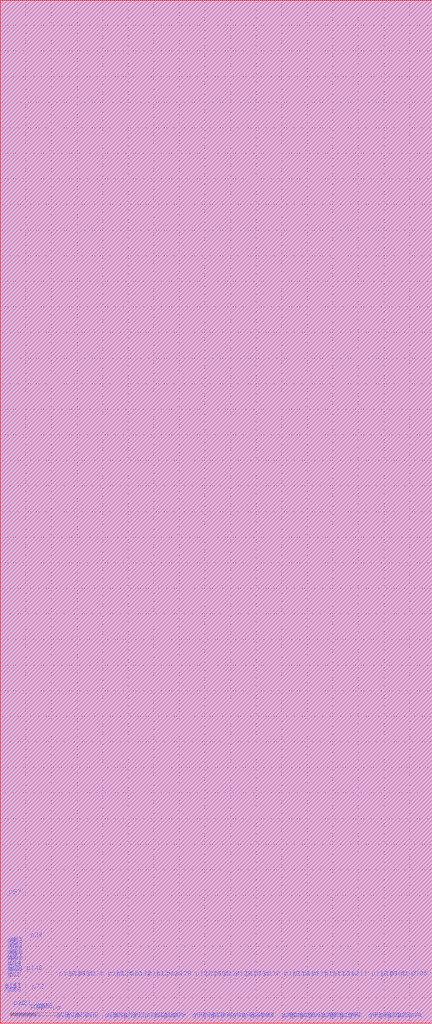
<source format=lef>
VERSION 5.6 ;
NAMESCASESENSITIVE ON ;
BUSBITCHARS "[]" ;
DIVIDERCHAR "|" ;

PROPERTYDEFINITIONS
END PROPERTYDEFINITIONS


MACRO fake_macro_adaptec1_o210904
    CLASS BLOCK ;
    SIZE 70 BY 299.04 ;
    SYMMETRY X Y ;
    PIN p0
        DIRECTION INPUT ; 
        USE SIGNAL ; 
        PORT
            LAYER metal3 ;
              RECT  68.285 153.965 68.355 154.035 ;
        END
    END p0
    PIN p1
        DIRECTION INPUT ; 
        USE SIGNAL ; 
        PORT
            LAYER metal3 ;
              RECT  0.525 268.485 0.595 268.555 ;
        END
    END p1
    PIN p2
        DIRECTION INPUT ; 
        USE SIGNAL ; 
        PORT
            LAYER metal3 ;
              RECT  0.525 31.325 0.595 31.395 ;
        END
    END p2
    PIN p3
        DIRECTION INPUT ; 
        USE SIGNAL ; 
        PORT
            LAYER metal3 ;
              RECT  0.525 25.445 0.595 25.515 ;
        END
    END p3
    PIN p4
        DIRECTION INPUT ; 
        USE SIGNAL ; 
        PORT
            LAYER metal3 ;
              RECT  0.525 21.525 0.595 21.595 ;
        END
    END p4
    PIN p5
        DIRECTION INPUT ; 
        USE SIGNAL ; 
        PORT
            LAYER metal3 ;
              RECT  0.525 17.605 0.595 17.675 ;
        END
    END p5
    PIN p6
        DIRECTION INPUT ; 
        USE SIGNAL ; 
        PORT
            LAYER metal3 ;
              RECT  0.525 13.685 0.595 13.755 ;
        END
    END p6
    PIN p7
        DIRECTION INPUT ; 
        USE SIGNAL ; 
        PORT
            LAYER metal3 ;
              RECT  0.525 11.725 0.595 11.795 ;
        END
    END p7
    PIN p8
        DIRECTION INPUT ; 
        USE SIGNAL ; 
        PORT
            LAYER metal3 ;
              RECT  0.525 7.805 0.595 7.875 ;
        END
    END p8
    PIN p9
        DIRECTION INPUT ; 
        USE SIGNAL ; 
        PORT
            LAYER metal3 ;
              RECT  0.525 3.885 0.595 3.955 ;
        END
    END p9
    PIN p10
        DIRECTION INPUT ; 
        USE SIGNAL ; 
        PORT
            LAYER metal3 ;
              RECT  0.525 270.725 0.595 270.795 ;
        END
    END p10
    PIN p11
        DIRECTION INPUT ; 
        USE SIGNAL ; 
        PORT
            LAYER metal3 ;
              RECT  0.525 60.725 0.595 60.795 ;
        END
    END p11
    PIN p12
        DIRECTION INPUT ; 
        USE SIGNAL ; 
        PORT
            LAYER metal3 ;
              RECT  0.525 58.765 0.595 58.835 ;
        END
    END p12
    PIN p13
        DIRECTION INPUT ; 
        USE SIGNAL ; 
        PORT
            LAYER metal3 ;
              RECT  0.525 54.845 0.595 54.915 ;
        END
    END p13
    PIN p14
        DIRECTION INPUT ; 
        USE SIGNAL ; 
        PORT
            LAYER metal3 ;
              RECT  0.525 50.925 0.595 50.995 ;
        END
    END p14
    PIN p15
        DIRECTION INPUT ; 
        USE SIGNAL ; 
        PORT
            LAYER metal3 ;
              RECT  0.525 45.045 0.595 45.115 ;
        END
    END p15
    PIN p16
        DIRECTION INPUT ; 
        USE SIGNAL ; 
        PORT
            LAYER metal3 ;
              RECT  0.525 41.125 0.595 41.195 ;
        END
    END p16
    PIN p17
        DIRECTION INPUT ; 
        USE SIGNAL ; 
        PORT
            LAYER metal3 ;
              RECT  0.525 39.165 0.595 39.235 ;
        END
    END p17
    PIN p18
        DIRECTION INPUT ; 
        USE SIGNAL ; 
        PORT
            LAYER metal3 ;
              RECT  0.525 35.245 0.595 35.315 ;
        END
    END p18
    PIN p19
        DIRECTION INPUT ; 
        USE SIGNAL ; 
        PORT
            LAYER metal3 ;
              RECT  0.525 274.645 0.595 274.715 ;
        END
    END p19
    PIN p20
        DIRECTION INPUT ; 
        USE SIGNAL ; 
        PORT
            LAYER metal3 ;
              RECT  0.525 92.085 0.595 92.155 ;
        END
    END p20
    PIN p21
        DIRECTION INPUT ; 
        USE SIGNAL ; 
        PORT
            LAYER metal3 ;
              RECT  0.525 88.165 0.595 88.235 ;
        END
    END p21
    PIN p22
        DIRECTION INPUT ; 
        USE SIGNAL ; 
        PORT
            LAYER metal3 ;
              RECT  0.525 86.205 0.595 86.275 ;
        END
    END p22
    PIN p23
        DIRECTION INPUT ; 
        USE SIGNAL ; 
        PORT
            LAYER metal3 ;
              RECT  0.525 82.285 0.595 82.355 ;
        END
    END p23
    PIN p24
        DIRECTION INPUT ; 
        USE SIGNAL ; 
        PORT
            LAYER metal3 ;
              RECT  0.525 78.365 0.595 78.435 ;
        END
    END p24
    PIN p25
        DIRECTION INPUT ; 
        USE SIGNAL ; 
        PORT
            LAYER metal3 ;
              RECT  0.525 72.485 0.595 72.555 ;
        END
    END p25
    PIN p26
        DIRECTION INPUT ; 
        USE SIGNAL ; 
        PORT
            LAYER metal3 ;
              RECT  0.525 68.565 0.595 68.635 ;
        END
    END p26
    PIN p27
        DIRECTION INPUT ; 
        USE SIGNAL ; 
        PORT
            LAYER metal3 ;
              RECT  0.525 64.645 0.595 64.715 ;
        END
    END p27
    PIN p28
        DIRECTION INPUT ; 
        USE SIGNAL ; 
        PORT
            LAYER metal3 ;
              RECT  0.525 278.565 0.595 278.635 ;
        END
    END p28
    PIN p29
        DIRECTION INPUT ; 
        USE SIGNAL ; 
        PORT
            LAYER metal3 ;
              RECT  0.525 125.405 0.595 125.475 ;
        END
    END p29
    PIN p30
        DIRECTION INPUT ; 
        USE SIGNAL ; 
        PORT
            LAYER metal3 ;
              RECT  0.525 119.525 0.595 119.595 ;
        END
    END p30
    PIN p31
        DIRECTION INPUT ; 
        USE SIGNAL ; 
        PORT
            LAYER metal3 ;
              RECT  0.525 115.605 0.595 115.675 ;
        END
    END p31
    PIN p32
        DIRECTION INPUT ; 
        USE SIGNAL ; 
        PORT
            LAYER metal3 ;
              RECT  0.525 113.645 0.595 113.715 ;
        END
    END p32
    PIN p33
        DIRECTION INPUT ; 
        USE SIGNAL ; 
        PORT
            LAYER metal3 ;
              RECT  0.525 109.725 0.595 109.795 ;
        END
    END p33
    PIN p34
        DIRECTION INPUT ; 
        USE SIGNAL ; 
        PORT
            LAYER metal3 ;
              RECT  0.525 105.805 0.595 105.875 ;
        END
    END p34
    PIN p35
        DIRECTION INPUT ; 
        USE SIGNAL ; 
        PORT
            LAYER metal3 ;
              RECT  0.525 101.885 0.595 101.955 ;
        END
    END p35
    PIN p36
        DIRECTION INPUT ; 
        USE SIGNAL ; 
        PORT
            LAYER metal3 ;
              RECT  0.525 96.005 0.595 96.075 ;
        END
    END p36
    PIN p37
        DIRECTION INPUT ; 
        USE SIGNAL ; 
        PORT
            LAYER metal3 ;
              RECT  0.525 282.485 0.595 282.555 ;
        END
    END p37
    PIN p38
        DIRECTION INPUT ; 
        USE SIGNAL ; 
        PORT
            LAYER metal3 ;
              RECT  0.525 170.485 0.595 170.555 ;
        END
    END p38
    PIN p39
        DIRECTION INPUT ; 
        USE SIGNAL ; 
        PORT
            LAYER metal3 ;
              RECT  0.525 166.565 0.595 166.635 ;
        END
    END p39
    PIN p40
        DIRECTION INPUT ; 
        USE SIGNAL ; 
        PORT
            LAYER metal3 ;
              RECT  0.525 160.965 0.595 161.035 ;
        END
    END p40
    PIN p41
        DIRECTION INPUT ; 
        USE SIGNAL ; 
        PORT
            LAYER metal3 ;
              RECT  0.525 157.045 0.595 157.115 ;
        END
    END p41
    PIN p42
        DIRECTION INPUT ; 
        USE SIGNAL ; 
        PORT
            LAYER metal3 ;
              RECT  0.525 139.125 0.595 139.195 ;
        END
    END p42
    PIN p43
        DIRECTION INPUT ; 
        USE SIGNAL ; 
        PORT
            LAYER metal3 ;
              RECT  0.525 135.205 0.595 135.275 ;
        END
    END p43
    PIN p44
        DIRECTION INPUT ; 
        USE SIGNAL ; 
        PORT
            LAYER metal3 ;
              RECT  0.525 133.245 0.595 133.315 ;
        END
    END p44
    PIN p45
        DIRECTION INPUT ; 
        USE SIGNAL ; 
        PORT
            LAYER metal3 ;
              RECT  0.525 129.325 0.595 129.395 ;
        END
    END p45
    PIN p46
        DIRECTION INPUT ; 
        USE SIGNAL ; 
        PORT
            LAYER metal3 ;
              RECT  0.525 288.085 0.595 288.155 ;
        END
    END p46
    PIN p47
        DIRECTION INPUT ; 
        USE SIGNAL ; 
        PORT
            LAYER metal3 ;
              RECT  0.525 200.165 0.595 200.235 ;
        END
    END p47
    PIN p48
        DIRECTION INPUT ; 
        USE SIGNAL ; 
        PORT
            LAYER metal3 ;
              RECT  0.525 197.925 0.595 197.995 ;
        END
    END p48
    PIN p49
        DIRECTION INPUT ; 
        USE SIGNAL ; 
        PORT
            LAYER metal3 ;
              RECT  0.525 194.005 0.595 194.075 ;
        END
    END p49
    PIN p50
        DIRECTION INPUT ; 
        USE SIGNAL ; 
        PORT
            LAYER metal3 ;
              RECT  0.525 190.085 0.595 190.155 ;
        END
    END p50
    PIN p51
        DIRECTION INPUT ; 
        USE SIGNAL ; 
        PORT
            LAYER metal3 ;
              RECT  0.525 186.165 0.595 186.235 ;
        END
    END p51
    PIN p52
        DIRECTION INPUT ; 
        USE SIGNAL ; 
        PORT
            LAYER metal3 ;
              RECT  0.525 180.565 0.595 180.635 ;
        END
    END p52
    PIN p53
        DIRECTION INPUT ; 
        USE SIGNAL ; 
        PORT
            LAYER metal3 ;
              RECT  0.525 176.645 0.595 176.715 ;
        END
    END p53
    PIN p54
        DIRECTION INPUT ; 
        USE SIGNAL ; 
        PORT
            LAYER metal3 ;
              RECT  0.525 174.405 0.595 174.475 ;
        END
    END p54
    PIN p55
        DIRECTION INPUT ; 
        USE SIGNAL ; 
        PORT
            LAYER metal3 ;
              RECT  0.525 292.005 0.595 292.075 ;
        END
    END p55
    PIN p56
        DIRECTION INPUT ; 
        USE SIGNAL ; 
        PORT
            LAYER metal3 ;
              RECT  0.525 231.525 0.595 231.595 ;
        END
    END p56
    PIN p57
        DIRECTION INPUT ; 
        USE SIGNAL ; 
        PORT
            LAYER metal3 ;
              RECT  0.525 227.605 0.595 227.675 ;
        END
    END p57
    PIN p58
        DIRECTION INPUT ; 
        USE SIGNAL ; 
        PORT
            LAYER metal3 ;
              RECT  0.525 223.685 0.595 223.755 ;
        END
    END p58
    PIN p59
        DIRECTION INPUT ; 
        USE SIGNAL ; 
        PORT
            LAYER metal3 ;
              RECT  0.525 221.445 0.595 221.515 ;
        END
    END p59
    PIN p60
        DIRECTION INPUT ; 
        USE SIGNAL ; 
        PORT
            LAYER metal3 ;
              RECT  0.525 217.525 0.595 217.595 ;
        END
    END p60
    PIN p61
        DIRECTION INPUT ; 
        USE SIGNAL ; 
        PORT
            LAYER metal3 ;
              RECT  0.525 213.605 0.595 213.675 ;
        END
    END p61
    PIN p62
        DIRECTION INPUT ; 
        USE SIGNAL ; 
        PORT
            LAYER metal3 ;
              RECT  0.525 208.005 0.595 208.075 ;
        END
    END p62
    PIN p63
        DIRECTION INPUT ; 
        USE SIGNAL ; 
        PORT
            LAYER metal3 ;
              RECT  0.525 204.085 0.595 204.155 ;
        END
    END p63
    PIN p64
        DIRECTION INPUT ; 
        USE SIGNAL ; 
        PORT
            LAYER metal3 ;
              RECT  0.525 295.925 0.595 295.995 ;
        END
    END p64
    PIN p65
        DIRECTION INPUT ; 
        USE SIGNAL ; 
        PORT
            LAYER metal3 ;
              RECT  0.525 264.565 0.595 264.635 ;
        END
    END p65
    PIN p66
        DIRECTION INPUT ; 
        USE SIGNAL ; 
        PORT
            LAYER metal3 ;
              RECT  0.525 260.645 0.595 260.715 ;
        END
    END p66
    PIN p67
        DIRECTION INPUT ; 
        USE SIGNAL ; 
        PORT
            LAYER metal3 ;
              RECT  0.525 255.045 0.595 255.115 ;
        END
    END p67
    PIN p68
        DIRECTION INPUT ; 
        USE SIGNAL ; 
        PORT
            LAYER metal3 ;
              RECT  0.525 251.125 0.595 251.195 ;
        END
    END p68
    PIN p69
        DIRECTION INPUT ; 
        USE SIGNAL ; 
        PORT
            LAYER metal3 ;
              RECT  0.525 248.885 0.595 248.955 ;
        END
    END p69
    PIN p70
        DIRECTION INPUT ; 
        USE SIGNAL ; 
        PORT
            LAYER metal3 ;
              RECT  0.525 244.965 0.595 245.035 ;
        END
    END p70
    PIN p71
        DIRECTION INPUT ; 
        USE SIGNAL ; 
        PORT
            LAYER metal3 ;
              RECT  0.525 241.045 0.595 241.115 ;
        END
    END p71
    PIN p72
        DIRECTION INPUT ; 
        USE SIGNAL ; 
        PORT
            LAYER metal3 ;
              RECT  0.525 235.445 0.595 235.515 ;
        END
    END p72
    PIN p73
        DIRECTION INPUT ; 
        USE SIGNAL ; 
        PORT
            LAYER metal3 ;
              RECT  68.285 181.685 68.355 181.755 ;
        END
    END p73
    PIN p74
        DIRECTION INPUT ; 
        USE SIGNAL ; 
        PORT
            LAYER metal3 ;
              RECT  0.525 143.325 0.595 143.395 ;
        END
    END p74
    PIN p75
        DIRECTION INPUT ; 
        USE SIGNAL ; 
        PORT
            LAYER metal3 ;
              RECT  68.285 142.205 68.355 142.275 ;
        END
    END p75
    PIN p76
        DIRECTION INPUT ; 
        USE SIGNAL ; 
        PORT
            LAYER metal3 ;
              RECT  68.285 153.405 68.355 153.475 ;
        END
    END p76
    PIN p77
        DIRECTION INPUT ; 
        USE SIGNAL ; 
        PORT
            LAYER metal3 ;
              RECT  0.525 148.365 0.595 148.435 ;
        END
    END p77
    PIN p78
        DIRECTION INPUT ; 
        USE SIGNAL ; 
        PORT
            LAYER metal3 ;
              RECT  1.645 148.365 1.715 148.435 ;
        END
    END p78
    PIN p79
        DIRECTION INPUT ; 
        USE SIGNAL ; 
        PORT
            LAYER metal3 ;
              RECT  2.765 148.365 2.835 148.435 ;
        END
    END p79
    PIN p80
        DIRECTION INPUT ; 
        USE SIGNAL ; 
        PORT
            LAYER metal3 ;
              RECT  2.205 147.525 2.275 147.595 ;
        END
    END p80
    PIN p81
        DIRECTION INPUT ; 
        USE SIGNAL ; 
        PORT
            LAYER metal3 ;
              RECT  68.285 152.005 68.355 152.075 ;
        END
    END p81
    PIN p82
        DIRECTION INPUT ; 
        USE SIGNAL ; 
        PORT
            LAYER metal3 ;
              RECT  0.525 151.725 0.595 151.795 ;
        END
    END p82
    PIN p83
        DIRECTION INPUT ; 
        USE SIGNAL ; 
        PORT
            LAYER metal3 ;
              RECT  0.525 151.165 0.595 151.235 ;
        END
    END p83
    PIN p84
        DIRECTION INPUT ; 
        USE SIGNAL ; 
        PORT
            LAYER metal3 ;
              RECT  0.525 149.485 0.595 149.555 ;
        END
    END p84
    PIN p85
        DIRECTION INPUT ; 
        USE SIGNAL ; 
        PORT
            LAYER metal3 ;
              RECT  1.645 150.605 1.715 150.675 ;
        END
    END p85
    PIN p86
        DIRECTION INPUT ; 
        USE SIGNAL ; 
        PORT
            LAYER metal3 ;
              RECT  2.765 149.485 2.835 149.555 ;
        END
    END p86
    PIN p87
        DIRECTION INPUT ; 
        USE SIGNAL ; 
        PORT
            LAYER metal3 ;
              RECT  2.205 149.485 2.275 149.555 ;
        END
    END p87
    PIN p88
        DIRECTION INPUT ; 
        USE SIGNAL ; 
        PORT
            LAYER metal3 ;
              RECT  0.525 154.805 0.595 154.875 ;
        END
    END p88
    PIN p89
        DIRECTION INPUT ; 
        USE SIGNAL ; 
        PORT
            LAYER metal3 ;
              RECT  0.525 2.765 0.595 2.835 ;
        END
    END p89
    PIN p90
        DIRECTION INPUT ; 
        USE SIGNAL ; 
        PORT
            LAYER metal3 ;
              RECT  0.525 6.685 0.595 6.755 ;
        END
    END p90
    PIN p91
        DIRECTION INPUT ; 
        USE SIGNAL ; 
        PORT
            LAYER metal3 ;
              RECT  0.525 10.605 0.595 10.675 ;
        END
    END p91
    PIN p92
        DIRECTION INPUT ; 
        USE SIGNAL ; 
        PORT
            LAYER metal3 ;
              RECT  0.525 14.525 0.595 14.595 ;
        END
    END p92
    PIN p93
        DIRECTION INPUT ; 
        USE SIGNAL ; 
        PORT
            LAYER metal3 ;
              RECT  0.525 18.445 0.595 18.515 ;
        END
    END p93
    PIN p94
        DIRECTION INPUT ; 
        USE SIGNAL ; 
        PORT
            LAYER metal3 ;
              RECT  0.525 22.365 0.595 22.435 ;
        END
    END p94
    PIN p95
        DIRECTION INPUT ; 
        USE SIGNAL ; 
        PORT
            LAYER metal3 ;
              RECT  0.525 26.285 0.595 26.355 ;
        END
    END p95
    PIN p96
        DIRECTION INPUT ; 
        USE SIGNAL ; 
        PORT
            LAYER metal3 ;
              RECT  0.525 30.205 0.595 30.275 ;
        END
    END p96
    PIN p97
        DIRECTION INPUT ; 
        USE SIGNAL ; 
        PORT
            LAYER metal3 ;
              RECT  0.525 34.125 0.595 34.195 ;
        END
    END p97
    PIN p98
        DIRECTION INPUT ; 
        USE SIGNAL ; 
        PORT
            LAYER metal3 ;
              RECT  0.525 38.045 0.595 38.115 ;
        END
    END p98
    PIN p99
        DIRECTION INPUT ; 
        USE SIGNAL ; 
        PORT
            LAYER metal3 ;
              RECT  0.525 41.965 0.595 42.035 ;
        END
    END p99
    PIN p100
        DIRECTION INPUT ; 
        USE SIGNAL ; 
        PORT
            LAYER metal3 ;
              RECT  0.525 45.885 0.595 45.955 ;
        END
    END p100
    PIN p101
        DIRECTION INPUT ; 
        USE SIGNAL ; 
        PORT
            LAYER metal3 ;
              RECT  0.525 49.805 0.595 49.875 ;
        END
    END p101
    PIN p102
        DIRECTION INPUT ; 
        USE SIGNAL ; 
        PORT
            LAYER metal3 ;
              RECT  0.525 53.725 0.595 53.795 ;
        END
    END p102
    PIN p103
        DIRECTION INPUT ; 
        USE SIGNAL ; 
        PORT
            LAYER metal3 ;
              RECT  0.525 57.645 0.595 57.715 ;
        END
    END p103
    PIN p104
        DIRECTION INPUT ; 
        USE SIGNAL ; 
        PORT
            LAYER metal3 ;
              RECT  0.525 61.565 0.595 61.635 ;
        END
    END p104
    PIN p105
        DIRECTION INPUT ; 
        USE SIGNAL ; 
        PORT
            LAYER metal3 ;
              RECT  0.525 65.485 0.595 65.555 ;
        END
    END p105
    PIN p106
        DIRECTION INPUT ; 
        USE SIGNAL ; 
        PORT
            LAYER metal3 ;
              RECT  0.525 69.405 0.595 69.475 ;
        END
    END p106
    PIN p107
        DIRECTION INPUT ; 
        USE SIGNAL ; 
        PORT
            LAYER metal3 ;
              RECT  0.525 73.325 0.595 73.395 ;
        END
    END p107
    PIN p108
        DIRECTION INPUT ; 
        USE SIGNAL ; 
        PORT
            LAYER metal3 ;
              RECT  0.525 77.245 0.595 77.315 ;
        END
    END p108
    PIN p109
        DIRECTION INPUT ; 
        USE SIGNAL ; 
        PORT
            LAYER metal3 ;
              RECT  0.525 81.165 0.595 81.235 ;
        END
    END p109
    PIN p110
        DIRECTION INPUT ; 
        USE SIGNAL ; 
        PORT
            LAYER metal3 ;
              RECT  0.525 85.085 0.595 85.155 ;
        END
    END p110
    PIN p111
        DIRECTION INPUT ; 
        USE SIGNAL ; 
        PORT
            LAYER metal3 ;
              RECT  0.525 89.005 0.595 89.075 ;
        END
    END p111
    PIN p112
        DIRECTION INPUT ; 
        USE SIGNAL ; 
        PORT
            LAYER metal3 ;
              RECT  0.525 92.925 0.595 92.995 ;
        END
    END p112
    PIN p113
        DIRECTION INPUT ; 
        USE SIGNAL ; 
        PORT
            LAYER metal3 ;
              RECT  0.525 96.845 0.595 96.915 ;
        END
    END p113
    PIN p114
        DIRECTION INPUT ; 
        USE SIGNAL ; 
        PORT
            LAYER metal3 ;
              RECT  0.525 100.765 0.595 100.835 ;
        END
    END p114
    PIN p115
        DIRECTION INPUT ; 
        USE SIGNAL ; 
        PORT
            LAYER metal3 ;
              RECT  0.525 104.685 0.595 104.755 ;
        END
    END p115
    PIN p116
        DIRECTION INPUT ; 
        USE SIGNAL ; 
        PORT
            LAYER metal3 ;
              RECT  0.525 108.605 0.595 108.675 ;
        END
    END p116
    PIN p117
        DIRECTION INPUT ; 
        USE SIGNAL ; 
        PORT
            LAYER metal3 ;
              RECT  0.525 112.525 0.595 112.595 ;
        END
    END p117
    PIN p118
        DIRECTION INPUT ; 
        USE SIGNAL ; 
        PORT
            LAYER metal3 ;
              RECT  0.525 116.445 0.595 116.515 ;
        END
    END p118
    PIN p119
        DIRECTION INPUT ; 
        USE SIGNAL ; 
        PORT
            LAYER metal3 ;
              RECT  0.525 120.365 0.595 120.435 ;
        END
    END p119
    PIN p120
        DIRECTION INPUT ; 
        USE SIGNAL ; 
        PORT
            LAYER metal3 ;
              RECT  0.525 124.285 0.595 124.355 ;
        END
    END p120
    PIN p121
        DIRECTION INPUT ; 
        USE SIGNAL ; 
        PORT
            LAYER metal3 ;
              RECT  0.525 128.205 0.595 128.275 ;
        END
    END p121
    PIN p122
        DIRECTION INPUT ; 
        USE SIGNAL ; 
        PORT
            LAYER metal3 ;
              RECT  0.525 132.125 0.595 132.195 ;
        END
    END p122
    PIN p123
        DIRECTION INPUT ; 
        USE SIGNAL ; 
        PORT
            LAYER metal3 ;
              RECT  0.525 136.045 0.595 136.115 ;
        END
    END p123
    PIN p124
        DIRECTION INPUT ; 
        USE SIGNAL ; 
        PORT
            LAYER metal3 ;
              RECT  0.525 139.965 0.595 140.035 ;
        END
    END p124
    PIN p125
        DIRECTION INPUT ; 
        USE SIGNAL ; 
        PORT
            LAYER metal3 ;
              RECT  0.525 157.885 0.595 157.955 ;
        END
    END p125
    PIN p126
        DIRECTION INPUT ; 
        USE SIGNAL ; 
        PORT
            LAYER metal3 ;
              RECT  0.525 161.805 0.595 161.875 ;
        END
    END p126
    PIN p127
        DIRECTION INPUT ; 
        USE SIGNAL ; 
        PORT
            LAYER metal3 ;
              RECT  0.525 165.725 0.595 165.795 ;
        END
    END p127
    PIN p128
        DIRECTION INPUT ; 
        USE SIGNAL ; 
        PORT
            LAYER metal3 ;
              RECT  0.525 169.645 0.595 169.715 ;
        END
    END p128
    PIN p129
        DIRECTION INPUT ; 
        USE SIGNAL ; 
        PORT
            LAYER metal3 ;
              RECT  0.525 173.565 0.595 173.635 ;
        END
    END p129
    PIN p130
        DIRECTION INPUT ; 
        USE SIGNAL ; 
        PORT
            LAYER metal3 ;
              RECT  0.525 177.485 0.595 177.555 ;
        END
    END p130
    PIN p131
        DIRECTION INPUT ; 
        USE SIGNAL ; 
        PORT
            LAYER metal3 ;
              RECT  0.525 181.405 0.595 181.475 ;
        END
    END p131
    PIN p132
        DIRECTION INPUT ; 
        USE SIGNAL ; 
        PORT
            LAYER metal3 ;
              RECT  0.525 185.325 0.595 185.395 ;
        END
    END p132
    PIN p133
        DIRECTION INPUT ; 
        USE SIGNAL ; 
        PORT
            LAYER metal3 ;
              RECT  0.525 189.245 0.595 189.315 ;
        END
    END p133
    PIN p134
        DIRECTION INPUT ; 
        USE SIGNAL ; 
        PORT
            LAYER metal3 ;
              RECT  0.525 193.165 0.595 193.235 ;
        END
    END p134
    PIN p135
        DIRECTION INPUT ; 
        USE SIGNAL ; 
        PORT
            LAYER metal3 ;
              RECT  0.525 197.085 0.595 197.155 ;
        END
    END p135
    PIN p136
        DIRECTION INPUT ; 
        USE SIGNAL ; 
        PORT
            LAYER metal3 ;
              RECT  0.525 201.005 0.595 201.075 ;
        END
    END p136
    PIN p137
        DIRECTION INPUT ; 
        USE SIGNAL ; 
        PORT
            LAYER metal3 ;
              RECT  0.525 204.925 0.595 204.995 ;
        END
    END p137
    PIN p138
        DIRECTION INPUT ; 
        USE SIGNAL ; 
        PORT
            LAYER metal3 ;
              RECT  0.525 208.845 0.595 208.915 ;
        END
    END p138
    PIN p139
        DIRECTION INPUT ; 
        USE SIGNAL ; 
        PORT
            LAYER metal3 ;
              RECT  0.525 212.765 0.595 212.835 ;
        END
    END p139
    PIN p140
        DIRECTION INPUT ; 
        USE SIGNAL ; 
        PORT
            LAYER metal3 ;
              RECT  0.525 216.685 0.595 216.755 ;
        END
    END p140
    PIN p141
        DIRECTION INPUT ; 
        USE SIGNAL ; 
        PORT
            LAYER metal3 ;
              RECT  0.525 220.605 0.595 220.675 ;
        END
    END p141
    PIN p142
        DIRECTION INPUT ; 
        USE SIGNAL ; 
        PORT
            LAYER metal3 ;
              RECT  0.525 224.525 0.595 224.595 ;
        END
    END p142
    PIN p143
        DIRECTION INPUT ; 
        USE SIGNAL ; 
        PORT
            LAYER metal3 ;
              RECT  0.525 228.445 0.595 228.515 ;
        END
    END p143
    PIN p144
        DIRECTION INPUT ; 
        USE SIGNAL ; 
        PORT
            LAYER metal3 ;
              RECT  0.525 232.365 0.595 232.435 ;
        END
    END p144
    PIN p145
        DIRECTION INPUT ; 
        USE SIGNAL ; 
        PORT
            LAYER metal3 ;
              RECT  0.525 236.285 0.595 236.355 ;
        END
    END p145
    PIN p146
        DIRECTION INPUT ; 
        USE SIGNAL ; 
        PORT
            LAYER metal3 ;
              RECT  0.525 240.205 0.595 240.275 ;
        END
    END p146
    PIN p147
        DIRECTION INPUT ; 
        USE SIGNAL ; 
        PORT
            LAYER metal3 ;
              RECT  0.525 244.125 0.595 244.195 ;
        END
    END p147
    PIN p148
        DIRECTION INPUT ; 
        USE SIGNAL ; 
        PORT
            LAYER metal3 ;
              RECT  0.525 248.045 0.595 248.115 ;
        END
    END p148
    PIN p149
        DIRECTION INPUT ; 
        USE SIGNAL ; 
        PORT
            LAYER metal3 ;
              RECT  0.525 251.965 0.595 252.035 ;
        END
    END p149
    PIN p150
        DIRECTION INPUT ; 
        USE SIGNAL ; 
        PORT
            LAYER metal3 ;
              RECT  0.525 255.885 0.595 255.955 ;
        END
    END p150
    PIN p151
        DIRECTION INPUT ; 
        USE SIGNAL ; 
        PORT
            LAYER metal3 ;
              RECT  0.525 259.805 0.595 259.875 ;
        END
    END p151
    PIN p152
        DIRECTION INPUT ; 
        USE SIGNAL ; 
        PORT
            LAYER metal3 ;
              RECT  0.525 263.725 0.595 263.795 ;
        END
    END p152
    PIN p153
        DIRECTION INPUT ; 
        USE SIGNAL ; 
        PORT
            LAYER metal3 ;
              RECT  0.525 267.645 0.595 267.715 ;
        END
    END p153
    PIN p154
        DIRECTION INPUT ; 
        USE SIGNAL ; 
        PORT
            LAYER metal3 ;
              RECT  0.525 271.565 0.595 271.635 ;
        END
    END p154
    PIN p155
        DIRECTION INPUT ; 
        USE SIGNAL ; 
        PORT
            LAYER metal3 ;
              RECT  0.525 275.485 0.595 275.555 ;
        END
    END p155
    PIN p156
        DIRECTION INPUT ; 
        USE SIGNAL ; 
        PORT
            LAYER metal3 ;
              RECT  0.525 279.405 0.595 279.475 ;
        END
    END p156
    PIN p157
        DIRECTION INPUT ; 
        USE SIGNAL ; 
        PORT
            LAYER metal3 ;
              RECT  0.525 283.325 0.595 283.395 ;
        END
    END p157
    PIN p158
        DIRECTION INPUT ; 
        USE SIGNAL ; 
        PORT
            LAYER metal3 ;
              RECT  0.525 287.245 0.595 287.315 ;
        END
    END p158
    PIN p159
        DIRECTION INPUT ; 
        USE SIGNAL ; 
        PORT
            LAYER metal3 ;
              RECT  0.525 291.165 0.595 291.235 ;
        END
    END p159
    PIN p160
        DIRECTION INPUT ; 
        USE SIGNAL ; 
        PORT
            LAYER metal3 ;
              RECT  0.525 295.085 0.595 295.155 ;
        END
    END p160
    PIN p161
        DIRECTION INPUT ; 
        USE SIGNAL ; 
        PORT
            LAYER metal3 ;
              RECT  0.525 3.605 0.595 3.675 ;
        END
    END p161
    PIN p162
        DIRECTION OUTPUT ; 
        USE SIGNAL ; 
        PORT
            LAYER metal3 ;
              RECT  0.525 2.205 0.595 2.275 ;
        END
    END p162
    PIN p163
        DIRECTION INPUT ; 
        USE SIGNAL ; 
        PORT
            LAYER metal3 ;
              RECT  0.525 7.525 0.595 7.595 ;
        END
    END p163
    PIN p164
        DIRECTION OUTPUT ; 
        USE SIGNAL ; 
        PORT
            LAYER metal3 ;
              RECT  0.525 6.125 0.595 6.195 ;
        END
    END p164
    PIN p165
        DIRECTION INPUT ; 
        USE SIGNAL ; 
        PORT
            LAYER metal3 ;
              RECT  0.525 11.445 0.595 11.515 ;
        END
    END p165
    PIN p166
        DIRECTION OUTPUT ; 
        USE SIGNAL ; 
        PORT
            LAYER metal3 ;
              RECT  0.525 10.045 0.595 10.115 ;
        END
    END p166
    PIN p167
        DIRECTION INPUT ; 
        USE SIGNAL ; 
        PORT
            LAYER metal3 ;
              RECT  0.525 15.365 0.595 15.435 ;
        END
    END p167
    PIN p168
        DIRECTION OUTPUT ; 
        USE SIGNAL ; 
        PORT
            LAYER metal3 ;
              RECT  0.525 13.965 0.595 14.035 ;
        END
    END p168
    PIN p169
        DIRECTION INPUT ; 
        USE SIGNAL ; 
        PORT
            LAYER metal3 ;
              RECT  0.525 19.285 0.595 19.355 ;
        END
    END p169
    PIN p170
        DIRECTION OUTPUT ; 
        USE SIGNAL ; 
        PORT
            LAYER metal3 ;
              RECT  0.525 17.885 0.595 17.955 ;
        END
    END p170
    PIN p171
        DIRECTION INPUT ; 
        USE SIGNAL ; 
        PORT
            LAYER metal3 ;
              RECT  0.525 23.205 0.595 23.275 ;
        END
    END p171
    PIN p172
        DIRECTION OUTPUT ; 
        USE SIGNAL ; 
        PORT
            LAYER metal3 ;
              RECT  0.525 21.805 0.595 21.875 ;
        END
    END p172
    PIN p173
        DIRECTION INPUT ; 
        USE SIGNAL ; 
        PORT
            LAYER metal3 ;
              RECT  0.525 27.125 0.595 27.195 ;
        END
    END p173
    PIN p174
        DIRECTION OUTPUT ; 
        USE SIGNAL ; 
        PORT
            LAYER metal3 ;
              RECT  0.525 25.725 0.595 25.795 ;
        END
    END p174
    PIN p175
        DIRECTION INPUT ; 
        USE SIGNAL ; 
        PORT
            LAYER metal3 ;
              RECT  0.525 31.045 0.595 31.115 ;
        END
    END p175
    PIN p176
        DIRECTION OUTPUT ; 
        USE SIGNAL ; 
        PORT
            LAYER metal3 ;
              RECT  0.525 29.645 0.595 29.715 ;
        END
    END p176
    PIN p177
        DIRECTION INPUT ; 
        USE SIGNAL ; 
        PORT
            LAYER metal3 ;
              RECT  0.525 34.965 0.595 35.035 ;
        END
    END p177
    PIN p178
        DIRECTION OUTPUT ; 
        USE SIGNAL ; 
        PORT
            LAYER metal3 ;
              RECT  0.525 33.565 0.595 33.635 ;
        END
    END p178
    PIN p179
        DIRECTION INPUT ; 
        USE SIGNAL ; 
        PORT
            LAYER metal3 ;
              RECT  0.525 38.885 0.595 38.955 ;
        END
    END p179
    PIN p180
        DIRECTION OUTPUT ; 
        USE SIGNAL ; 
        PORT
            LAYER metal3 ;
              RECT  0.525 37.485 0.595 37.555 ;
        END
    END p180
    PIN p181
        DIRECTION INPUT ; 
        USE SIGNAL ; 
        PORT
            LAYER metal3 ;
              RECT  0.525 42.805 0.595 42.875 ;
        END
    END p181
    PIN p182
        DIRECTION OUTPUT ; 
        USE SIGNAL ; 
        PORT
            LAYER metal3 ;
              RECT  0.525 41.405 0.595 41.475 ;
        END
    END p182
    PIN p183
        DIRECTION INPUT ; 
        USE SIGNAL ; 
        PORT
            LAYER metal3 ;
              RECT  0.525 46.725 0.595 46.795 ;
        END
    END p183
    PIN p184
        DIRECTION OUTPUT ; 
        USE SIGNAL ; 
        PORT
            LAYER metal3 ;
              RECT  0.525 45.325 0.595 45.395 ;
        END
    END p184
    PIN p185
        DIRECTION INPUT ; 
        USE SIGNAL ; 
        PORT
            LAYER metal3 ;
              RECT  0.525 50.645 0.595 50.715 ;
        END
    END p185
    PIN p186
        DIRECTION OUTPUT ; 
        USE SIGNAL ; 
        PORT
            LAYER metal3 ;
              RECT  0.525 49.245 0.595 49.315 ;
        END
    END p186
    PIN p187
        DIRECTION INPUT ; 
        USE SIGNAL ; 
        PORT
            LAYER metal3 ;
              RECT  0.525 54.565 0.595 54.635 ;
        END
    END p187
    PIN p188
        DIRECTION OUTPUT ; 
        USE SIGNAL ; 
        PORT
            LAYER metal3 ;
              RECT  0.525 53.165 0.595 53.235 ;
        END
    END p188
    PIN p189
        DIRECTION INPUT ; 
        USE SIGNAL ; 
        PORT
            LAYER metal3 ;
              RECT  0.525 58.485 0.595 58.555 ;
        END
    END p189
    PIN p190
        DIRECTION OUTPUT ; 
        USE SIGNAL ; 
        PORT
            LAYER metal3 ;
              RECT  0.525 57.085 0.595 57.155 ;
        END
    END p190
    PIN p191
        DIRECTION INPUT ; 
        USE SIGNAL ; 
        PORT
            LAYER metal3 ;
              RECT  0.525 62.405 0.595 62.475 ;
        END
    END p191
    PIN p192
        DIRECTION OUTPUT ; 
        USE SIGNAL ; 
        PORT
            LAYER metal3 ;
              RECT  0.525 61.005 0.595 61.075 ;
        END
    END p192
    PIN p193
        DIRECTION INPUT ; 
        USE SIGNAL ; 
        PORT
            LAYER metal3 ;
              RECT  0.525 66.325 0.595 66.395 ;
        END
    END p193
    PIN p194
        DIRECTION OUTPUT ; 
        USE SIGNAL ; 
        PORT
            LAYER metal3 ;
              RECT  0.525 64.925 0.595 64.995 ;
        END
    END p194
    PIN p195
        DIRECTION INPUT ; 
        USE SIGNAL ; 
        PORT
            LAYER metal3 ;
              RECT  0.525 70.245 0.595 70.315 ;
        END
    END p195
    PIN p196
        DIRECTION INPUT ; 
        USE SIGNAL ; 
        PORT
            LAYER metal3 ;
              RECT  0.525 74.165 0.595 74.235 ;
        END
    END p196
    PIN p197
        DIRECTION OUTPUT ; 
        USE SIGNAL ; 
        PORT
            LAYER metal3 ;
              RECT  0.525 72.765 0.595 72.835 ;
        END
    END p197
    PIN p198
        DIRECTION INPUT ; 
        USE SIGNAL ; 
        PORT
            LAYER metal3 ;
              RECT  0.525 78.085 0.595 78.155 ;
        END
    END p198
    PIN p199
        DIRECTION OUTPUT ; 
        USE SIGNAL ; 
        PORT
            LAYER metal3 ;
              RECT  0.525 76.685 0.595 76.755 ;
        END
    END p199
    PIN p200
        DIRECTION INPUT ; 
        USE SIGNAL ; 
        PORT
            LAYER metal3 ;
              RECT  0.525 82.005 0.595 82.075 ;
        END
    END p200
    PIN p201
        DIRECTION OUTPUT ; 
        USE SIGNAL ; 
        PORT
            LAYER metal3 ;
              RECT  0.525 80.605 0.595 80.675 ;
        END
    END p201
    PIN p202
        DIRECTION INPUT ; 
        USE SIGNAL ; 
        PORT
            LAYER metal3 ;
              RECT  0.525 85.925 0.595 85.995 ;
        END
    END p202
    PIN p203
        DIRECTION OUTPUT ; 
        USE SIGNAL ; 
        PORT
            LAYER metal3 ;
              RECT  0.525 84.525 0.595 84.595 ;
        END
    END p203
    PIN p204
        DIRECTION INPUT ; 
        USE SIGNAL ; 
        PORT
            LAYER metal3 ;
              RECT  0.525 89.845 0.595 89.915 ;
        END
    END p204
    PIN p205
        DIRECTION OUTPUT ; 
        USE SIGNAL ; 
        PORT
            LAYER metal3 ;
              RECT  0.525 88.445 0.595 88.515 ;
        END
    END p205
    PIN p206
        DIRECTION INPUT ; 
        USE SIGNAL ; 
        PORT
            LAYER metal3 ;
              RECT  0.525 93.765 0.595 93.835 ;
        END
    END p206
    PIN p207
        DIRECTION OUTPUT ; 
        USE SIGNAL ; 
        PORT
            LAYER metal3 ;
              RECT  0.525 92.365 0.595 92.435 ;
        END
    END p207
    PIN p208
        DIRECTION INPUT ; 
        USE SIGNAL ; 
        PORT
            LAYER metal3 ;
              RECT  0.525 97.685 0.595 97.755 ;
        END
    END p208
    PIN p209
        DIRECTION OUTPUT ; 
        USE SIGNAL ; 
        PORT
            LAYER metal3 ;
              RECT  0.525 96.285 0.595 96.355 ;
        END
    END p209
    PIN p210
        DIRECTION INPUT ; 
        USE SIGNAL ; 
        PORT
            LAYER metal3 ;
              RECT  0.525 101.605 0.595 101.675 ;
        END
    END p210
    PIN p211
        DIRECTION OUTPUT ; 
        USE SIGNAL ; 
        PORT
            LAYER metal3 ;
              RECT  0.525 100.205 0.595 100.275 ;
        END
    END p211
    PIN p212
        DIRECTION INPUT ; 
        USE SIGNAL ; 
        PORT
            LAYER metal3 ;
              RECT  0.525 105.525 0.595 105.595 ;
        END
    END p212
    PIN p213
        DIRECTION OUTPUT ; 
        USE SIGNAL ; 
        PORT
            LAYER metal3 ;
              RECT  0.525 104.125 0.595 104.195 ;
        END
    END p213
    PIN p214
        DIRECTION INPUT ; 
        USE SIGNAL ; 
        PORT
            LAYER metal3 ;
              RECT  0.525 109.445 0.595 109.515 ;
        END
    END p214
    PIN p215
        DIRECTION OUTPUT ; 
        USE SIGNAL ; 
        PORT
            LAYER metal3 ;
              RECT  0.525 108.045 0.595 108.115 ;
        END
    END p215
    PIN p216
        DIRECTION INPUT ; 
        USE SIGNAL ; 
        PORT
            LAYER metal3 ;
              RECT  0.525 113.365 0.595 113.435 ;
        END
    END p216
    PIN p217
        DIRECTION OUTPUT ; 
        USE SIGNAL ; 
        PORT
            LAYER metal3 ;
              RECT  0.525 111.965 0.595 112.035 ;
        END
    END p217
    PIN p218
        DIRECTION INPUT ; 
        USE SIGNAL ; 
        PORT
            LAYER metal3 ;
              RECT  0.525 117.285 0.595 117.355 ;
        END
    END p218
    PIN p219
        DIRECTION OUTPUT ; 
        USE SIGNAL ; 
        PORT
            LAYER metal3 ;
              RECT  0.525 115.885 0.595 115.955 ;
        END
    END p219
    PIN p220
        DIRECTION INPUT ; 
        USE SIGNAL ; 
        PORT
            LAYER metal3 ;
              RECT  0.525 121.205 0.595 121.275 ;
        END
    END p220
    PIN p221
        DIRECTION OUTPUT ; 
        USE SIGNAL ; 
        PORT
            LAYER metal3 ;
              RECT  0.525 119.805 0.595 119.875 ;
        END
    END p221
    PIN p222
        DIRECTION INPUT ; 
        USE SIGNAL ; 
        PORT
            LAYER metal3 ;
              RECT  0.525 125.125 0.595 125.195 ;
        END
    END p222
    PIN p223
        DIRECTION OUTPUT ; 
        USE SIGNAL ; 
        PORT
            LAYER metal3 ;
              RECT  0.525 123.725 0.595 123.795 ;
        END
    END p223
    PIN p224
        DIRECTION INPUT ; 
        USE SIGNAL ; 
        PORT
            LAYER metal3 ;
              RECT  0.525 129.045 0.595 129.115 ;
        END
    END p224
    PIN p225
        DIRECTION OUTPUT ; 
        USE SIGNAL ; 
        PORT
            LAYER metal3 ;
              RECT  0.525 127.645 0.595 127.715 ;
        END
    END p225
    PIN p226
        DIRECTION INPUT ; 
        USE SIGNAL ; 
        PORT
            LAYER metal3 ;
              RECT  0.525 132.965 0.595 133.035 ;
        END
    END p226
    PIN p227
        DIRECTION OUTPUT ; 
        USE SIGNAL ; 
        PORT
            LAYER metal3 ;
              RECT  0.525 131.565 0.595 131.635 ;
        END
    END p227
    PIN p228
        DIRECTION INPUT ; 
        USE SIGNAL ; 
        PORT
            LAYER metal3 ;
              RECT  0.525 136.885 0.595 136.955 ;
        END
    END p228
    PIN p229
        DIRECTION OUTPUT ; 
        USE SIGNAL ; 
        PORT
            LAYER metal3 ;
              RECT  0.525 135.485 0.595 135.555 ;
        END
    END p229
    PIN p230
        DIRECTION INPUT ; 
        USE SIGNAL ; 
        PORT
            LAYER metal3 ;
              RECT  0.525 140.805 0.595 140.875 ;
        END
    END p230
    PIN p231
        DIRECTION INPUT ; 
        USE SIGNAL ; 
        PORT
            LAYER metal3 ;
              RECT  0.525 157.325 0.595 157.395 ;
        END
    END p231
    PIN p232
        DIRECTION OUTPUT ; 
        USE SIGNAL ; 
        PORT
            LAYER metal3 ;
              RECT  0.525 158.445 0.595 158.515 ;
        END
    END p232
    PIN p233
        DIRECTION INPUT ; 
        USE SIGNAL ; 
        PORT
            LAYER metal3 ;
              RECT  0.525 161.245 0.595 161.315 ;
        END
    END p233
    PIN p234
        DIRECTION OUTPUT ; 
        USE SIGNAL ; 
        PORT
            LAYER metal3 ;
              RECT  0.525 162.365 0.595 162.435 ;
        END
    END p234
    PIN p235
        DIRECTION INPUT ; 
        USE SIGNAL ; 
        PORT
            LAYER metal3 ;
              RECT  0.525 165.165 0.595 165.235 ;
        END
    END p235
    PIN p236
        DIRECTION OUTPUT ; 
        USE SIGNAL ; 
        PORT
            LAYER metal3 ;
              RECT  0.525 166.285 0.595 166.355 ;
        END
    END p236
    PIN p237
        DIRECTION INPUT ; 
        USE SIGNAL ; 
        PORT
            LAYER metal3 ;
              RECT  0.525 169.085 0.595 169.155 ;
        END
    END p237
    PIN p238
        DIRECTION OUTPUT ; 
        USE SIGNAL ; 
        PORT
            LAYER metal3 ;
              RECT  0.525 170.205 0.595 170.275 ;
        END
    END p238
    PIN p239
        DIRECTION INPUT ; 
        USE SIGNAL ; 
        PORT
            LAYER metal3 ;
              RECT  0.525 173.005 0.595 173.075 ;
        END
    END p239
    PIN p240
        DIRECTION OUTPUT ; 
        USE SIGNAL ; 
        PORT
            LAYER metal3 ;
              RECT  0.525 174.125 0.595 174.195 ;
        END
    END p240
    PIN p241
        DIRECTION INPUT ; 
        USE SIGNAL ; 
        PORT
            LAYER metal3 ;
              RECT  0.525 176.925 0.595 176.995 ;
        END
    END p241
    PIN p242
        DIRECTION OUTPUT ; 
        USE SIGNAL ; 
        PORT
            LAYER metal3 ;
              RECT  0.525 178.045 0.595 178.115 ;
        END
    END p242
    PIN p243
        DIRECTION INPUT ; 
        USE SIGNAL ; 
        PORT
            LAYER metal3 ;
              RECT  0.525 180.845 0.595 180.915 ;
        END
    END p243
    PIN p244
        DIRECTION OUTPUT ; 
        USE SIGNAL ; 
        PORT
            LAYER metal3 ;
              RECT  0.525 181.965 0.595 182.035 ;
        END
    END p244
    PIN p245
        DIRECTION INPUT ; 
        USE SIGNAL ; 
        PORT
            LAYER metal3 ;
              RECT  0.525 184.765 0.595 184.835 ;
        END
    END p245
    PIN p246
        DIRECTION OUTPUT ; 
        USE SIGNAL ; 
        PORT
            LAYER metal3 ;
              RECT  0.525 185.885 0.595 185.955 ;
        END
    END p246
    PIN p247
        DIRECTION INPUT ; 
        USE SIGNAL ; 
        PORT
            LAYER metal3 ;
              RECT  0.525 188.685 0.595 188.755 ;
        END
    END p247
    PIN p248
        DIRECTION OUTPUT ; 
        USE SIGNAL ; 
        PORT
            LAYER metal3 ;
              RECT  0.525 189.805 0.595 189.875 ;
        END
    END p248
    PIN p249
        DIRECTION INPUT ; 
        USE SIGNAL ; 
        PORT
            LAYER metal3 ;
              RECT  0.525 192.605 0.595 192.675 ;
        END
    END p249
    PIN p250
        DIRECTION OUTPUT ; 
        USE SIGNAL ; 
        PORT
            LAYER metal3 ;
              RECT  0.525 193.725 0.595 193.795 ;
        END
    END p250
    PIN p251
        DIRECTION INPUT ; 
        USE SIGNAL ; 
        PORT
            LAYER metal3 ;
              RECT  0.525 196.525 0.595 196.595 ;
        END
    END p251
    PIN p252
        DIRECTION OUTPUT ; 
        USE SIGNAL ; 
        PORT
            LAYER metal3 ;
              RECT  0.525 197.645 0.595 197.715 ;
        END
    END p252
    PIN p253
        DIRECTION INPUT ; 
        USE SIGNAL ; 
        PORT
            LAYER metal3 ;
              RECT  0.525 200.445 0.595 200.515 ;
        END
    END p253
    PIN p254
        DIRECTION OUTPUT ; 
        USE SIGNAL ; 
        PORT
            LAYER metal3 ;
              RECT  0.525 201.565 0.595 201.635 ;
        END
    END p254
    PIN p255
        DIRECTION INPUT ; 
        USE SIGNAL ; 
        PORT
            LAYER metal3 ;
              RECT  0.525 204.365 0.595 204.435 ;
        END
    END p255
    PIN p256
        DIRECTION OUTPUT ; 
        USE SIGNAL ; 
        PORT
            LAYER metal3 ;
              RECT  0.525 205.485 0.595 205.555 ;
        END
    END p256
    PIN p257
        DIRECTION INPUT ; 
        USE SIGNAL ; 
        PORT
            LAYER metal3 ;
              RECT  0.525 208.285 0.595 208.355 ;
        END
    END p257
    PIN p258
        DIRECTION OUTPUT ; 
        USE SIGNAL ; 
        PORT
            LAYER metal3 ;
              RECT  0.525 209.405 0.595 209.475 ;
        END
    END p258
    PIN p259
        DIRECTION INPUT ; 
        USE SIGNAL ; 
        PORT
            LAYER metal3 ;
              RECT  0.525 212.205 0.595 212.275 ;
        END
    END p259
    PIN p260
        DIRECTION OUTPUT ; 
        USE SIGNAL ; 
        PORT
            LAYER metal3 ;
              RECT  0.525 213.325 0.595 213.395 ;
        END
    END p260
    PIN p261
        DIRECTION INPUT ; 
        USE SIGNAL ; 
        PORT
            LAYER metal3 ;
              RECT  0.525 216.125 0.595 216.195 ;
        END
    END p261
    PIN p262
        DIRECTION OUTPUT ; 
        USE SIGNAL ; 
        PORT
            LAYER metal3 ;
              RECT  0.525 217.245 0.595 217.315 ;
        END
    END p262
    PIN p263
        DIRECTION INPUT ; 
        USE SIGNAL ; 
        PORT
            LAYER metal3 ;
              RECT  0.525 220.045 0.595 220.115 ;
        END
    END p263
    PIN p264
        DIRECTION OUTPUT ; 
        USE SIGNAL ; 
        PORT
            LAYER metal3 ;
              RECT  0.525 221.165 0.595 221.235 ;
        END
    END p264
    PIN p265
        DIRECTION INPUT ; 
        USE SIGNAL ; 
        PORT
            LAYER metal3 ;
              RECT  0.525 223.965 0.595 224.035 ;
        END
    END p265
    PIN p266
        DIRECTION INPUT ; 
        USE SIGNAL ; 
        PORT
            LAYER metal3 ;
              RECT  0.525 227.885 0.595 227.955 ;
        END
    END p266
    PIN p267
        DIRECTION OUTPUT ; 
        USE SIGNAL ; 
        PORT
            LAYER metal3 ;
              RECT  0.525 229.005 0.595 229.075 ;
        END
    END p267
    PIN p268
        DIRECTION INPUT ; 
        USE SIGNAL ; 
        PORT
            LAYER metal3 ;
              RECT  0.525 231.805 0.595 231.875 ;
        END
    END p268
    PIN p269
        DIRECTION OUTPUT ; 
        USE SIGNAL ; 
        PORT
            LAYER metal3 ;
              RECT  0.525 232.925 0.595 232.995 ;
        END
    END p269
    PIN p270
        DIRECTION INPUT ; 
        USE SIGNAL ; 
        PORT
            LAYER metal3 ;
              RECT  0.525 235.725 0.595 235.795 ;
        END
    END p270
    PIN p271
        DIRECTION OUTPUT ; 
        USE SIGNAL ; 
        PORT
            LAYER metal3 ;
              RECT  0.525 236.845 0.595 236.915 ;
        END
    END p271
    PIN p272
        DIRECTION INPUT ; 
        USE SIGNAL ; 
        PORT
            LAYER metal3 ;
              RECT  0.525 239.645 0.595 239.715 ;
        END
    END p272
    PIN p273
        DIRECTION OUTPUT ; 
        USE SIGNAL ; 
        PORT
            LAYER metal3 ;
              RECT  0.525 240.765 0.595 240.835 ;
        END
    END p273
    PIN p274
        DIRECTION INPUT ; 
        USE SIGNAL ; 
        PORT
            LAYER metal3 ;
              RECT  0.525 243.565 0.595 243.635 ;
        END
    END p274
    PIN p275
        DIRECTION OUTPUT ; 
        USE SIGNAL ; 
        PORT
            LAYER metal3 ;
              RECT  0.525 244.685 0.595 244.755 ;
        END
    END p275
    PIN p276
        DIRECTION INPUT ; 
        USE SIGNAL ; 
        PORT
            LAYER metal3 ;
              RECT  0.525 247.485 0.595 247.555 ;
        END
    END p276
    PIN p277
        DIRECTION OUTPUT ; 
        USE SIGNAL ; 
        PORT
            LAYER metal3 ;
              RECT  0.525 248.605 0.595 248.675 ;
        END
    END p277
    PIN p278
        DIRECTION INPUT ; 
        USE SIGNAL ; 
        PORT
            LAYER metal3 ;
              RECT  0.525 251.405 0.595 251.475 ;
        END
    END p278
    PIN p279
        DIRECTION OUTPUT ; 
        USE SIGNAL ; 
        PORT
            LAYER metal3 ;
              RECT  0.525 252.525 0.595 252.595 ;
        END
    END p279
    PIN p280
        DIRECTION INPUT ; 
        USE SIGNAL ; 
        PORT
            LAYER metal3 ;
              RECT  0.525 255.325 0.595 255.395 ;
        END
    END p280
    PIN p281
        DIRECTION OUTPUT ; 
        USE SIGNAL ; 
        PORT
            LAYER metal3 ;
              RECT  0.525 256.445 0.595 256.515 ;
        END
    END p281
    PIN p282
        DIRECTION INPUT ; 
        USE SIGNAL ; 
        PORT
            LAYER metal3 ;
              RECT  0.525 259.245 0.595 259.315 ;
        END
    END p282
    PIN p283
        DIRECTION OUTPUT ; 
        USE SIGNAL ; 
        PORT
            LAYER metal3 ;
              RECT  0.525 260.365 0.595 260.435 ;
        END
    END p283
    PIN p284
        DIRECTION INPUT ; 
        USE SIGNAL ; 
        PORT
            LAYER metal3 ;
              RECT  0.525 263.165 0.595 263.235 ;
        END
    END p284
    PIN p285
        DIRECTION OUTPUT ; 
        USE SIGNAL ; 
        PORT
            LAYER metal3 ;
              RECT  0.525 264.285 0.595 264.355 ;
        END
    END p285
    PIN p286
        DIRECTION INPUT ; 
        USE SIGNAL ; 
        PORT
            LAYER metal3 ;
              RECT  0.525 267.085 0.595 267.155 ;
        END
    END p286
    PIN p287
        DIRECTION OUTPUT ; 
        USE SIGNAL ; 
        PORT
            LAYER metal3 ;
              RECT  0.525 268.205 0.595 268.275 ;
        END
    END p287
    PIN p288
        DIRECTION INPUT ; 
        USE SIGNAL ; 
        PORT
            LAYER metal3 ;
              RECT  0.525 271.005 0.595 271.075 ;
        END
    END p288
    PIN p289
        DIRECTION OUTPUT ; 
        USE SIGNAL ; 
        PORT
            LAYER metal3 ;
              RECT  0.525 272.125 0.595 272.195 ;
        END
    END p289
    PIN p290
        DIRECTION INPUT ; 
        USE SIGNAL ; 
        PORT
            LAYER metal3 ;
              RECT  0.525 274.925 0.595 274.995 ;
        END
    END p290
    PIN p291
        DIRECTION OUTPUT ; 
        USE SIGNAL ; 
        PORT
            LAYER metal3 ;
              RECT  0.525 276.045 0.595 276.115 ;
        END
    END p291
    PIN p292
        DIRECTION INPUT ; 
        USE SIGNAL ; 
        PORT
            LAYER metal3 ;
              RECT  0.525 278.845 0.595 278.915 ;
        END
    END p292
    PIN p293
        DIRECTION OUTPUT ; 
        USE SIGNAL ; 
        PORT
            LAYER metal3 ;
              RECT  0.525 279.965 0.595 280.035 ;
        END
    END p293
    PIN p294
        DIRECTION INPUT ; 
        USE SIGNAL ; 
        PORT
            LAYER metal3 ;
              RECT  0.525 282.765 0.595 282.835 ;
        END
    END p294
    PIN p295
        DIRECTION OUTPUT ; 
        USE SIGNAL ; 
        PORT
            LAYER metal3 ;
              RECT  0.525 283.885 0.595 283.955 ;
        END
    END p295
    PIN p296
        DIRECTION INPUT ; 
        USE SIGNAL ; 
        PORT
            LAYER metal3 ;
              RECT  0.525 286.685 0.595 286.755 ;
        END
    END p296
    PIN p297
        DIRECTION OUTPUT ; 
        USE SIGNAL ; 
        PORT
            LAYER metal3 ;
              RECT  0.525 287.805 0.595 287.875 ;
        END
    END p297
    PIN p298
        DIRECTION INPUT ; 
        USE SIGNAL ; 
        PORT
            LAYER metal3 ;
              RECT  0.525 290.605 0.595 290.675 ;
        END
    END p298
    PIN p299
        DIRECTION OUTPUT ; 
        USE SIGNAL ; 
        PORT
            LAYER metal3 ;
              RECT  0.525 291.725 0.595 291.795 ;
        END
    END p299
    PIN p300
        DIRECTION INPUT ; 
        USE SIGNAL ; 
        PORT
            LAYER metal3 ;
              RECT  0.525 294.525 0.595 294.595 ;
        END
    END p300
    PIN p301
        DIRECTION INPUT ; 
        USE SIGNAL ; 
        PORT
            LAYER metal3 ;
              RECT  68.285 153.685 68.355 153.755 ;
        END
    END p301
    PIN p302
        DIRECTION OUTPUT ; 
        USE SIGNAL ; 
        PORT
            LAYER metal3 ;
              RECT  68.285 49.805 68.355 49.875 ;
        END
    END p302
    PIN p303
        DIRECTION OUTPUT ; 
        USE SIGNAL ; 
        PORT
            LAYER metal3 ;
              RECT  0.525 68.845 0.595 68.915 ;
        END
    END p303
    PIN p304
        DIRECTION OUTPUT ; 
        USE SIGNAL ; 
        PORT
            LAYER metal3 ;
              RECT  68.285 6.685 68.355 6.755 ;
        END
    END p304
    PIN p305
        DIRECTION OUTPUT ; 
        USE SIGNAL ; 
        PORT
            LAYER metal3 ;
              RECT  68.285 2.765 68.355 2.835 ;
        END
    END p305
    PIN p306
        DIRECTION OUTPUT ; 
        USE SIGNAL ; 
        PORT
            LAYER metal3 ;
              RECT  0.525 225.085 0.595 225.155 ;
        END
    END p306
    PIN p307
        DIRECTION OUTPUT ; 
        USE SIGNAL ; 
        PORT
            LAYER metal3 ;
              RECT  0.525 139.405 0.595 139.475 ;
        END
    END p307
    PIN p308
        DIRECTION OUTPUT ; 
        USE SIGNAL ; 
        PORT
            LAYER metal3 ;
              RECT  68.285 295.085 68.355 295.155 ;
        END
    END p308
    PIN p309
        DIRECTION OUTPUT ; 
        USE SIGNAL ; 
        PORT
            LAYER metal3 ;
              RECT  68.285 291.165 68.355 291.235 ;
        END
    END p309
    PIN p310
        DIRECTION OUTPUT ; 
        USE SIGNAL ; 
        PORT
            LAYER metal3 ;
              RECT  68.285 287.245 68.355 287.315 ;
        END
    END p310
    PIN p311
        DIRECTION OUTPUT ; 
        USE SIGNAL ; 
        PORT
            LAYER metal3 ;
              RECT  68.285 283.325 68.355 283.395 ;
        END
    END p311
    PIN p312
        DIRECTION OUTPUT ; 
        USE SIGNAL ; 
        PORT
            LAYER metal3 ;
              RECT  68.285 279.405 68.355 279.475 ;
        END
    END p312
    PIN p313
        DIRECTION OUTPUT ; 
        USE SIGNAL ; 
        PORT
            LAYER metal3 ;
              RECT  68.285 275.485 68.355 275.555 ;
        END
    END p313
    PIN p314
        DIRECTION OUTPUT ; 
        USE SIGNAL ; 
        PORT
            LAYER metal3 ;
              RECT  68.285 271.565 68.355 271.635 ;
        END
    END p314
    PIN p315
        DIRECTION OUTPUT ; 
        USE SIGNAL ; 
        PORT
            LAYER metal3 ;
              RECT  68.285 267.645 68.355 267.715 ;
        END
    END p315
    PIN p316
        DIRECTION OUTPUT ; 
        USE SIGNAL ; 
        PORT
            LAYER metal3 ;
              RECT  68.285 263.725 68.355 263.795 ;
        END
    END p316
    PIN p317
        DIRECTION OUTPUT ; 
        USE SIGNAL ; 
        PORT
            LAYER metal3 ;
              RECT  68.285 259.805 68.355 259.875 ;
        END
    END p317
    PIN p318
        DIRECTION OUTPUT ; 
        USE SIGNAL ; 
        PORT
            LAYER metal3 ;
              RECT  0.525 295.645 0.595 295.715 ;
        END
    END p318
    PIN p319
        DIRECTION OUTPUT ; 
        USE SIGNAL ; 
        PORT
            LAYER metal3 ;
              RECT  68.285 216.685 68.355 216.755 ;
        END
    END p319
    PIN p320
        DIRECTION OUTPUT ; 
        USE SIGNAL ; 
        PORT
            LAYER metal3 ;
              RECT  68.285 212.765 68.355 212.835 ;
        END
    END p320
    PIN p321
        DIRECTION OUTPUT ; 
        USE SIGNAL ; 
        PORT
            LAYER metal3 ;
              RECT  68.285 208.845 68.355 208.915 ;
        END
    END p321
    PIN p322
        DIRECTION OUTPUT ; 
        USE SIGNAL ; 
        PORT
            LAYER metal3 ;
              RECT  68.285 204.925 68.355 204.995 ;
        END
    END p322
    PIN p323
        DIRECTION OUTPUT ; 
        USE SIGNAL ; 
        PORT
            LAYER metal3 ;
              RECT  68.285 201.005 68.355 201.075 ;
        END
    END p323
    PIN p324
        DIRECTION OUTPUT ; 
        USE SIGNAL ; 
        PORT
            LAYER metal3 ;
              RECT  68.285 197.085 68.355 197.155 ;
        END
    END p324
    PIN p325
        DIRECTION OUTPUT ; 
        USE SIGNAL ; 
        PORT
            LAYER metal3 ;
              RECT  68.285 193.165 68.355 193.235 ;
        END
    END p325
    PIN p326
        DIRECTION OUTPUT ; 
        USE SIGNAL ; 
        PORT
            LAYER metal3 ;
              RECT  68.285 189.245 68.355 189.315 ;
        END
    END p326
    PIN p327
        DIRECTION OUTPUT ; 
        USE SIGNAL ; 
        PORT
            LAYER metal3 ;
              RECT  68.285 185.325 68.355 185.395 ;
        END
    END p327
    PIN p328
        DIRECTION OUTPUT ; 
        USE SIGNAL ; 
        PORT
            LAYER metal3 ;
              RECT  68.285 181.405 68.355 181.475 ;
        END
    END p328
    PIN p329
        DIRECTION OUTPUT ; 
        USE SIGNAL ; 
        PORT
            LAYER metal3 ;
              RECT  68.285 255.885 68.355 255.955 ;
        END
    END p329
    PIN p330
        DIRECTION OUTPUT ; 
        USE SIGNAL ; 
        PORT
            LAYER metal3 ;
              RECT  68.285 251.965 68.355 252.035 ;
        END
    END p330
    PIN p331
        DIRECTION OUTPUT ; 
        USE SIGNAL ; 
        PORT
            LAYER metal3 ;
              RECT  68.285 248.045 68.355 248.115 ;
        END
    END p331
    PIN p332
        DIRECTION OUTPUT ; 
        USE SIGNAL ; 
        PORT
            LAYER metal3 ;
              RECT  68.285 244.125 68.355 244.195 ;
        END
    END p332
    PIN p333
        DIRECTION OUTPUT ; 
        USE SIGNAL ; 
        PORT
            LAYER metal3 ;
              RECT  68.285 240.205 68.355 240.275 ;
        END
    END p333
    PIN p334
        DIRECTION OUTPUT ; 
        USE SIGNAL ; 
        PORT
            LAYER metal3 ;
              RECT  68.285 236.285 68.355 236.355 ;
        END
    END p334
    PIN p335
        DIRECTION OUTPUT ; 
        USE SIGNAL ; 
        PORT
            LAYER metal3 ;
              RECT  68.285 232.365 68.355 232.435 ;
        END
    END p335
    PIN p336
        DIRECTION OUTPUT ; 
        USE SIGNAL ; 
        PORT
            LAYER metal3 ;
              RECT  68.285 228.445 68.355 228.515 ;
        END
    END p336
    PIN p337
        DIRECTION OUTPUT ; 
        USE SIGNAL ; 
        PORT
            LAYER metal3 ;
              RECT  68.285 224.525 68.355 224.595 ;
        END
    END p337
    PIN p338
        DIRECTION OUTPUT ; 
        USE SIGNAL ; 
        PORT
            LAYER metal3 ;
              RECT  68.285 220.605 68.355 220.675 ;
        END
    END p338
    PIN p339
        DIRECTION OUTPUT ; 
        USE SIGNAL ; 
        PORT
            LAYER metal3 ;
              RECT  68.285 124.285 68.355 124.355 ;
        END
    END p339
    PIN p340
        DIRECTION OUTPUT ; 
        USE SIGNAL ; 
        PORT
            LAYER metal3 ;
              RECT  68.285 120.365 68.355 120.435 ;
        END
    END p340
    PIN p341
        DIRECTION OUTPUT ; 
        USE SIGNAL ; 
        PORT
            LAYER metal3 ;
              RECT  68.285 116.445 68.355 116.515 ;
        END
    END p341
    PIN p342
        DIRECTION OUTPUT ; 
        USE SIGNAL ; 
        PORT
            LAYER metal3 ;
              RECT  68.285 112.525 68.355 112.595 ;
        END
    END p342
    PIN p343
        DIRECTION OUTPUT ; 
        USE SIGNAL ; 
        PORT
            LAYER metal3 ;
              RECT  68.285 108.605 68.355 108.675 ;
        END
    END p343
    PIN p344
        DIRECTION OUTPUT ; 
        USE SIGNAL ; 
        PORT
            LAYER metal3 ;
              RECT  68.285 104.685 68.355 104.755 ;
        END
    END p344
    PIN p345
        DIRECTION OUTPUT ; 
        USE SIGNAL ; 
        PORT
            LAYER metal3 ;
              RECT  68.285 100.765 68.355 100.835 ;
        END
    END p345
    PIN p346
        DIRECTION OUTPUT ; 
        USE SIGNAL ; 
        PORT
            LAYER metal3 ;
              RECT  68.285 96.845 68.355 96.915 ;
        END
    END p346
    PIN p347
        DIRECTION OUTPUT ; 
        USE SIGNAL ; 
        PORT
            LAYER metal3 ;
              RECT  68.285 92.925 68.355 92.995 ;
        END
    END p347
    PIN p348
        DIRECTION OUTPUT ; 
        USE SIGNAL ; 
        PORT
            LAYER metal3 ;
              RECT  68.285 89.005 68.355 89.075 ;
        END
    END p348
    PIN p349
        DIRECTION OUTPUT ; 
        USE SIGNAL ; 
        PORT
            LAYER metal3 ;
              RECT  68.285 177.485 68.355 177.555 ;
        END
    END p349
    PIN p350
        DIRECTION OUTPUT ; 
        USE SIGNAL ; 
        PORT
            LAYER metal3 ;
              RECT  68.285 173.565 68.355 173.635 ;
        END
    END p350
    PIN p351
        DIRECTION OUTPUT ; 
        USE SIGNAL ; 
        PORT
            LAYER metal3 ;
              RECT  68.285 169.645 68.355 169.715 ;
        END
    END p351
    PIN p352
        DIRECTION OUTPUT ; 
        USE SIGNAL ; 
        PORT
            LAYER metal3 ;
              RECT  68.285 165.725 68.355 165.795 ;
        END
    END p352
    PIN p353
        DIRECTION OUTPUT ; 
        USE SIGNAL ; 
        PORT
            LAYER metal3 ;
              RECT  68.285 161.805 68.355 161.875 ;
        END
    END p353
    PIN p354
        DIRECTION OUTPUT ; 
        USE SIGNAL ; 
        PORT
            LAYER metal3 ;
              RECT  68.285 157.885 68.355 157.955 ;
        END
    END p354
    PIN p355
        DIRECTION OUTPUT ; 
        USE SIGNAL ; 
        PORT
            LAYER metal3 ;
              RECT  68.285 139.965 68.355 140.035 ;
        END
    END p355
    PIN p356
        DIRECTION OUTPUT ; 
        USE SIGNAL ; 
        PORT
            LAYER metal3 ;
              RECT  68.285 136.045 68.355 136.115 ;
        END
    END p356
    PIN p357
        DIRECTION OUTPUT ; 
        USE SIGNAL ; 
        PORT
            LAYER metal3 ;
              RECT  68.285 132.125 68.355 132.195 ;
        END
    END p357
    PIN p358
        DIRECTION OUTPUT ; 
        USE SIGNAL ; 
        PORT
            LAYER metal3 ;
              RECT  68.285 128.205 68.355 128.275 ;
        END
    END p358
    PIN p359
        DIRECTION OUTPUT ; 
        USE SIGNAL ; 
        PORT
            LAYER metal3 ;
              RECT  68.285 45.885 68.355 45.955 ;
        END
    END p359
    PIN p360
        DIRECTION OUTPUT ; 
        USE SIGNAL ; 
        PORT
            LAYER metal3 ;
              RECT  68.285 41.965 68.355 42.035 ;
        END
    END p360
    PIN p361
        DIRECTION OUTPUT ; 
        USE SIGNAL ; 
        PORT
            LAYER metal3 ;
              RECT  68.285 38.045 68.355 38.115 ;
        END
    END p361
    PIN p362
        DIRECTION OUTPUT ; 
        USE SIGNAL ; 
        PORT
            LAYER metal3 ;
              RECT  68.285 34.125 68.355 34.195 ;
        END
    END p362
    PIN p363
        DIRECTION OUTPUT ; 
        USE SIGNAL ; 
        PORT
            LAYER metal3 ;
              RECT  68.285 30.205 68.355 30.275 ;
        END
    END p363
    PIN p364
        DIRECTION OUTPUT ; 
        USE SIGNAL ; 
        PORT
            LAYER metal3 ;
              RECT  68.285 26.285 68.355 26.355 ;
        END
    END p364
    PIN p365
        DIRECTION OUTPUT ; 
        USE SIGNAL ; 
        PORT
            LAYER metal3 ;
              RECT  68.285 22.365 68.355 22.435 ;
        END
    END p365
    PIN p366
        DIRECTION OUTPUT ; 
        USE SIGNAL ; 
        PORT
            LAYER metal3 ;
              RECT  68.285 18.445 68.355 18.515 ;
        END
    END p366
    PIN p367
        DIRECTION OUTPUT ; 
        USE SIGNAL ; 
        PORT
            LAYER metal3 ;
              RECT  68.285 14.525 68.355 14.595 ;
        END
    END p367
    PIN p368
        DIRECTION OUTPUT ; 
        USE SIGNAL ; 
        PORT
            LAYER metal3 ;
              RECT  68.285 10.605 68.355 10.675 ;
        END
    END p368
    PIN p369
        DIRECTION OUTPUT ; 
        USE SIGNAL ; 
        PORT
            LAYER metal3 ;
              RECT  68.285 85.085 68.355 85.155 ;
        END
    END p369
    PIN p370
        DIRECTION OUTPUT ; 
        USE SIGNAL ; 
        PORT
            LAYER metal3 ;
              RECT  68.285 81.165 68.355 81.235 ;
        END
    END p370
    PIN p371
        DIRECTION OUTPUT ; 
        USE SIGNAL ; 
        PORT
            LAYER metal3 ;
              RECT  68.285 77.245 68.355 77.315 ;
        END
    END p371
    PIN p372
        DIRECTION OUTPUT ; 
        USE SIGNAL ; 
        PORT
            LAYER metal3 ;
              RECT  68.285 73.325 68.355 73.395 ;
        END
    END p372
    PIN p373
        DIRECTION OUTPUT ; 
        USE SIGNAL ; 
        PORT
            LAYER metal3 ;
              RECT  68.285 69.405 68.355 69.475 ;
        END
    END p373
    PIN p374
        DIRECTION OUTPUT ; 
        USE SIGNAL ; 
        PORT
            LAYER metal3 ;
              RECT  68.285 65.485 68.355 65.555 ;
        END
    END p374
    PIN p375
        DIRECTION OUTPUT ; 
        USE SIGNAL ; 
        PORT
            LAYER metal3 ;
              RECT  68.285 61.565 68.355 61.635 ;
        END
    END p375
    PIN p376
        DIRECTION OUTPUT ; 
        USE SIGNAL ; 
        PORT
            LAYER metal3 ;
              RECT  68.285 57.645 68.355 57.715 ;
        END
    END p376
    PIN p377
        DIRECTION OUTPUT ; 
        USE SIGNAL ; 
        PORT
            LAYER metal3 ;
              RECT  68.285 53.725 68.355 53.795 ;
        END
    END p377
    OBS
      LAYER via2 ;
        RECT  0 0 70 299.04 ;
      LAYER metal2 ;
        RECT  0 0 70 299.04 ;
      LAYER via1 ;
        RECT  0 0 70 299.04 ;
      LAYER metal1 ;
        RECT  0 0 70 299.04 ;
    END
END fake_macro_adaptec1_o210904

MACRO fake_macro_adaptec1_o210905
    CLASS BLOCK ;
    SIZE 70 BY 299.04 ;
    SYMMETRY X Y ;
    PIN p0
        DIRECTION INPUT ; 
        USE SIGNAL ; 
        PORT
            LAYER metal3 ;
              RECT  68.285 153.965 68.355 154.035 ;
        END
    END p0
    PIN p1
        DIRECTION INPUT ; 
        USE SIGNAL ; 
        PORT
            LAYER metal3 ;
              RECT  0.525 13.685 0.595 13.755 ;
        END
    END p1
    PIN p2
        DIRECTION INPUT ; 
        USE SIGNAL ; 
        PORT
            LAYER metal3 ;
              RECT  0.525 11.725 0.595 11.795 ;
        END
    END p2
    PIN p3
        DIRECTION INPUT ; 
        USE SIGNAL ; 
        PORT
            LAYER metal3 ;
              RECT  0.525 7.805 0.595 7.875 ;
        END
    END p3
    PIN p4
        DIRECTION INPUT ; 
        USE SIGNAL ; 
        PORT
            LAYER metal3 ;
              RECT  0.525 3.885 0.595 3.955 ;
        END
    END p4
    PIN p5
        DIRECTION INPUT ; 
        USE SIGNAL ; 
        PORT
            LAYER metal3 ;
              RECT  0.525 45.045 0.595 45.115 ;
        END
    END p5
    PIN p6
        DIRECTION INPUT ; 
        USE SIGNAL ; 
        PORT
            LAYER metal3 ;
              RECT  0.525 41.125 0.595 41.195 ;
        END
    END p6
    PIN p7
        DIRECTION INPUT ; 
        USE SIGNAL ; 
        PORT
            LAYER metal3 ;
              RECT  0.525 39.165 0.595 39.235 ;
        END
    END p7
    PIN p8
        DIRECTION INPUT ; 
        USE SIGNAL ; 
        PORT
            LAYER metal3 ;
              RECT  0.525 35.245 0.595 35.315 ;
        END
    END p8
    PIN p9
        DIRECTION INPUT ; 
        USE SIGNAL ; 
        PORT
            LAYER metal3 ;
              RECT  0.525 78.365 0.595 78.435 ;
        END
    END p9
    PIN p10
        DIRECTION INPUT ; 
        USE SIGNAL ; 
        PORT
            LAYER metal3 ;
              RECT  0.525 72.485 0.595 72.555 ;
        END
    END p10
    PIN p11
        DIRECTION INPUT ; 
        USE SIGNAL ; 
        PORT
            LAYER metal3 ;
              RECT  0.525 68.565 0.595 68.635 ;
        END
    END p11
    PIN p12
        DIRECTION INPUT ; 
        USE SIGNAL ; 
        PORT
            LAYER metal3 ;
              RECT  0.525 64.645 0.595 64.715 ;
        END
    END p12
    PIN p13
        DIRECTION INPUT ; 
        USE SIGNAL ; 
        PORT
            LAYER metal3 ;
              RECT  0.525 109.725 0.595 109.795 ;
        END
    END p13
    PIN p14
        DIRECTION INPUT ; 
        USE SIGNAL ; 
        PORT
            LAYER metal3 ;
              RECT  0.525 105.805 0.595 105.875 ;
        END
    END p14
    PIN p15
        DIRECTION INPUT ; 
        USE SIGNAL ; 
        PORT
            LAYER metal3 ;
              RECT  0.525 101.885 0.595 101.955 ;
        END
    END p15
    PIN p16
        DIRECTION INPUT ; 
        USE SIGNAL ; 
        PORT
            LAYER metal3 ;
              RECT  0.525 96.005 0.595 96.075 ;
        END
    END p16
    PIN p17
        DIRECTION INPUT ; 
        USE SIGNAL ; 
        PORT
            LAYER metal3 ;
              RECT  0.525 139.125 0.595 139.195 ;
        END
    END p17
    PIN p18
        DIRECTION INPUT ; 
        USE SIGNAL ; 
        PORT
            LAYER metal3 ;
              RECT  0.525 135.205 0.595 135.275 ;
        END
    END p18
    PIN p19
        DIRECTION INPUT ; 
        USE SIGNAL ; 
        PORT
            LAYER metal3 ;
              RECT  0.525 133.245 0.595 133.315 ;
        END
    END p19
    PIN p20
        DIRECTION INPUT ; 
        USE SIGNAL ; 
        PORT
            LAYER metal3 ;
              RECT  0.525 129.325 0.595 129.395 ;
        END
    END p20
    PIN p21
        DIRECTION INPUT ; 
        USE SIGNAL ; 
        PORT
            LAYER metal3 ;
              RECT  0.525 186.165 0.595 186.235 ;
        END
    END p21
    PIN p22
        DIRECTION INPUT ; 
        USE SIGNAL ; 
        PORT
            LAYER metal3 ;
              RECT  0.525 180.565 0.595 180.635 ;
        END
    END p22
    PIN p23
        DIRECTION INPUT ; 
        USE SIGNAL ; 
        PORT
            LAYER metal3 ;
              RECT  0.525 176.645 0.595 176.715 ;
        END
    END p23
    PIN p24
        DIRECTION INPUT ; 
        USE SIGNAL ; 
        PORT
            LAYER metal3 ;
              RECT  0.525 174.405 0.595 174.475 ;
        END
    END p24
    PIN p25
        DIRECTION INPUT ; 
        USE SIGNAL ; 
        PORT
            LAYER metal3 ;
              RECT  0.525 217.525 0.595 217.595 ;
        END
    END p25
    PIN p26
        DIRECTION INPUT ; 
        USE SIGNAL ; 
        PORT
            LAYER metal3 ;
              RECT  0.525 213.605 0.595 213.675 ;
        END
    END p26
    PIN p27
        DIRECTION INPUT ; 
        USE SIGNAL ; 
        PORT
            LAYER metal3 ;
              RECT  0.525 208.005 0.595 208.075 ;
        END
    END p27
    PIN p28
        DIRECTION INPUT ; 
        USE SIGNAL ; 
        PORT
            LAYER metal3 ;
              RECT  0.525 204.085 0.595 204.155 ;
        END
    END p28
    PIN p29
        DIRECTION INPUT ; 
        USE SIGNAL ; 
        PORT
            LAYER metal3 ;
              RECT  0.525 248.885 0.595 248.955 ;
        END
    END p29
    PIN p30
        DIRECTION INPUT ; 
        USE SIGNAL ; 
        PORT
            LAYER metal3 ;
              RECT  0.525 244.965 0.595 245.035 ;
        END
    END p30
    PIN p31
        DIRECTION INPUT ; 
        USE SIGNAL ; 
        PORT
            LAYER metal3 ;
              RECT  0.525 241.045 0.595 241.115 ;
        END
    END p31
    PIN p32
        DIRECTION INPUT ; 
        USE SIGNAL ; 
        PORT
            LAYER metal3 ;
              RECT  0.525 235.445 0.595 235.515 ;
        END
    END p32
    PIN p33
        DIRECTION INPUT ; 
        USE SIGNAL ; 
        PORT
            LAYER metal3 ;
              RECT  0.525 143.325 0.595 143.395 ;
        END
    END p33
    PIN p34
        DIRECTION INPUT ; 
        USE SIGNAL ; 
        PORT
            LAYER metal3 ;
              RECT  68.285 142.205 68.355 142.275 ;
        END
    END p34
    PIN p35
        DIRECTION INPUT ; 
        USE SIGNAL ; 
        PORT
            LAYER metal3 ;
              RECT  68.285 169.925 68.355 169.995 ;
        END
    END p35
    PIN p36
        DIRECTION INPUT ; 
        USE SIGNAL ; 
        PORT
            LAYER metal3 ;
              RECT  0.525 148.365 0.595 148.435 ;
        END
    END p36
    PIN p37
        DIRECTION INPUT ; 
        USE SIGNAL ; 
        PORT
            LAYER metal3 ;
              RECT  1.645 148.365 1.715 148.435 ;
        END
    END p37
    PIN p38
        DIRECTION INPUT ; 
        USE SIGNAL ; 
        PORT
            LAYER metal3 ;
              RECT  2.765 148.365 2.835 148.435 ;
        END
    END p38
    PIN p39
        DIRECTION INPUT ; 
        USE SIGNAL ; 
        PORT
            LAYER metal3 ;
              RECT  2.205 147.525 2.275 147.595 ;
        END
    END p39
    PIN p40
        DIRECTION INPUT ; 
        USE SIGNAL ; 
        PORT
            LAYER metal3 ;
              RECT  0.525 268.485 0.595 268.555 ;
        END
    END p40
    PIN p41
        DIRECTION INPUT ; 
        USE SIGNAL ; 
        PORT
            LAYER metal3 ;
              RECT  0.525 31.325 0.595 31.395 ;
        END
    END p41
    PIN p42
        DIRECTION INPUT ; 
        USE SIGNAL ; 
        PORT
            LAYER metal3 ;
              RECT  0.525 25.445 0.595 25.515 ;
        END
    END p42
    PIN p43
        DIRECTION INPUT ; 
        USE SIGNAL ; 
        PORT
            LAYER metal3 ;
              RECT  0.525 21.525 0.595 21.595 ;
        END
    END p43
    PIN p44
        DIRECTION INPUT ; 
        USE SIGNAL ; 
        PORT
            LAYER metal3 ;
              RECT  0.525 17.605 0.595 17.675 ;
        END
    END p44
    PIN p45
        DIRECTION INPUT ; 
        USE SIGNAL ; 
        PORT
            LAYER metal3 ;
              RECT  0.525 270.725 0.595 270.795 ;
        END
    END p45
    PIN p46
        DIRECTION INPUT ; 
        USE SIGNAL ; 
        PORT
            LAYER metal3 ;
              RECT  0.525 60.725 0.595 60.795 ;
        END
    END p46
    PIN p47
        DIRECTION INPUT ; 
        USE SIGNAL ; 
        PORT
            LAYER metal3 ;
              RECT  0.525 58.765 0.595 58.835 ;
        END
    END p47
    PIN p48
        DIRECTION INPUT ; 
        USE SIGNAL ; 
        PORT
            LAYER metal3 ;
              RECT  0.525 54.845 0.595 54.915 ;
        END
    END p48
    PIN p49
        DIRECTION INPUT ; 
        USE SIGNAL ; 
        PORT
            LAYER metal3 ;
              RECT  0.525 50.925 0.595 50.995 ;
        END
    END p49
    PIN p50
        DIRECTION INPUT ; 
        USE SIGNAL ; 
        PORT
            LAYER metal3 ;
              RECT  0.525 274.645 0.595 274.715 ;
        END
    END p50
    PIN p51
        DIRECTION INPUT ; 
        USE SIGNAL ; 
        PORT
            LAYER metal3 ;
              RECT  0.525 92.085 0.595 92.155 ;
        END
    END p51
    PIN p52
        DIRECTION INPUT ; 
        USE SIGNAL ; 
        PORT
            LAYER metal3 ;
              RECT  0.525 88.165 0.595 88.235 ;
        END
    END p52
    PIN p53
        DIRECTION INPUT ; 
        USE SIGNAL ; 
        PORT
            LAYER metal3 ;
              RECT  0.525 86.205 0.595 86.275 ;
        END
    END p53
    PIN p54
        DIRECTION INPUT ; 
        USE SIGNAL ; 
        PORT
            LAYER metal3 ;
              RECT  0.525 82.285 0.595 82.355 ;
        END
    END p54
    PIN p55
        DIRECTION INPUT ; 
        USE SIGNAL ; 
        PORT
            LAYER metal3 ;
              RECT  0.525 278.565 0.595 278.635 ;
        END
    END p55
    PIN p56
        DIRECTION INPUT ; 
        USE SIGNAL ; 
        PORT
            LAYER metal3 ;
              RECT  0.525 125.405 0.595 125.475 ;
        END
    END p56
    PIN p57
        DIRECTION INPUT ; 
        USE SIGNAL ; 
        PORT
            LAYER metal3 ;
              RECT  0.525 119.525 0.595 119.595 ;
        END
    END p57
    PIN p58
        DIRECTION INPUT ; 
        USE SIGNAL ; 
        PORT
            LAYER metal3 ;
              RECT  0.525 115.605 0.595 115.675 ;
        END
    END p58
    PIN p59
        DIRECTION INPUT ; 
        USE SIGNAL ; 
        PORT
            LAYER metal3 ;
              RECT  0.525 113.645 0.595 113.715 ;
        END
    END p59
    PIN p60
        DIRECTION INPUT ; 
        USE SIGNAL ; 
        PORT
            LAYER metal3 ;
              RECT  0.525 282.485 0.595 282.555 ;
        END
    END p60
    PIN p61
        DIRECTION INPUT ; 
        USE SIGNAL ; 
        PORT
            LAYER metal3 ;
              RECT  0.525 170.485 0.595 170.555 ;
        END
    END p61
    PIN p62
        DIRECTION INPUT ; 
        USE SIGNAL ; 
        PORT
            LAYER metal3 ;
              RECT  0.525 166.565 0.595 166.635 ;
        END
    END p62
    PIN p63
        DIRECTION INPUT ; 
        USE SIGNAL ; 
        PORT
            LAYER metal3 ;
              RECT  0.525 160.965 0.595 161.035 ;
        END
    END p63
    PIN p64
        DIRECTION INPUT ; 
        USE SIGNAL ; 
        PORT
            LAYER metal3 ;
              RECT  0.525 157.045 0.595 157.115 ;
        END
    END p64
    PIN p65
        DIRECTION INPUT ; 
        USE SIGNAL ; 
        PORT
            LAYER metal3 ;
              RECT  0.525 288.085 0.595 288.155 ;
        END
    END p65
    PIN p66
        DIRECTION INPUT ; 
        USE SIGNAL ; 
        PORT
            LAYER metal3 ;
              RECT  0.525 200.165 0.595 200.235 ;
        END
    END p66
    PIN p67
        DIRECTION INPUT ; 
        USE SIGNAL ; 
        PORT
            LAYER metal3 ;
              RECT  0.525 197.925 0.595 197.995 ;
        END
    END p67
    PIN p68
        DIRECTION INPUT ; 
        USE SIGNAL ; 
        PORT
            LAYER metal3 ;
              RECT  0.525 194.005 0.595 194.075 ;
        END
    END p68
    PIN p69
        DIRECTION INPUT ; 
        USE SIGNAL ; 
        PORT
            LAYER metal3 ;
              RECT  0.525 190.085 0.595 190.155 ;
        END
    END p69
    PIN p70
        DIRECTION INPUT ; 
        USE SIGNAL ; 
        PORT
            LAYER metal3 ;
              RECT  0.525 292.005 0.595 292.075 ;
        END
    END p70
    PIN p71
        DIRECTION INPUT ; 
        USE SIGNAL ; 
        PORT
            LAYER metal3 ;
              RECT  0.525 231.525 0.595 231.595 ;
        END
    END p71
    PIN p72
        DIRECTION INPUT ; 
        USE SIGNAL ; 
        PORT
            LAYER metal3 ;
              RECT  0.525 227.605 0.595 227.675 ;
        END
    END p72
    PIN p73
        DIRECTION INPUT ; 
        USE SIGNAL ; 
        PORT
            LAYER metal3 ;
              RECT  0.525 223.685 0.595 223.755 ;
        END
    END p73
    PIN p74
        DIRECTION INPUT ; 
        USE SIGNAL ; 
        PORT
            LAYER metal3 ;
              RECT  0.525 221.445 0.595 221.515 ;
        END
    END p74
    PIN p75
        DIRECTION INPUT ; 
        USE SIGNAL ; 
        PORT
            LAYER metal3 ;
              RECT  0.525 295.925 0.595 295.995 ;
        END
    END p75
    PIN p76
        DIRECTION INPUT ; 
        USE SIGNAL ; 
        PORT
            LAYER metal3 ;
              RECT  0.525 264.565 0.595 264.635 ;
        END
    END p76
    PIN p77
        DIRECTION INPUT ; 
        USE SIGNAL ; 
        PORT
            LAYER metal3 ;
              RECT  0.525 260.645 0.595 260.715 ;
        END
    END p77
    PIN p78
        DIRECTION INPUT ; 
        USE SIGNAL ; 
        PORT
            LAYER metal3 ;
              RECT  0.525 255.045 0.595 255.115 ;
        END
    END p78
    PIN p79
        DIRECTION INPUT ; 
        USE SIGNAL ; 
        PORT
            LAYER metal3 ;
              RECT  0.525 251.125 0.595 251.195 ;
        END
    END p79
    PIN p80
        DIRECTION INPUT ; 
        USE SIGNAL ; 
        PORT
            LAYER metal3 ;
              RECT  68.285 152.005 68.355 152.075 ;
        END
    END p80
    PIN p81
        DIRECTION INPUT ; 
        USE SIGNAL ; 
        PORT
            LAYER metal3 ;
              RECT  0.525 151.725 0.595 151.795 ;
        END
    END p81
    PIN p82
        DIRECTION INPUT ; 
        USE SIGNAL ; 
        PORT
            LAYER metal3 ;
              RECT  0.525 151.165 0.595 151.235 ;
        END
    END p82
    PIN p83
        DIRECTION INPUT ; 
        USE SIGNAL ; 
        PORT
            LAYER metal3 ;
              RECT  0.525 149.485 0.595 149.555 ;
        END
    END p83
    PIN p84
        DIRECTION INPUT ; 
        USE SIGNAL ; 
        PORT
            LAYER metal3 ;
              RECT  1.645 150.605 1.715 150.675 ;
        END
    END p84
    PIN p85
        DIRECTION INPUT ; 
        USE SIGNAL ; 
        PORT
            LAYER metal3 ;
              RECT  2.765 149.485 2.835 149.555 ;
        END
    END p85
    PIN p86
        DIRECTION INPUT ; 
        USE SIGNAL ; 
        PORT
            LAYER metal3 ;
              RECT  2.205 149.485 2.275 149.555 ;
        END
    END p86
    PIN p87
        DIRECTION INPUT ; 
        USE SIGNAL ; 
        PORT
            LAYER metal3 ;
              RECT  0.525 2.765 0.595 2.835 ;
        END
    END p87
    PIN p88
        DIRECTION INPUT ; 
        USE SIGNAL ; 
        PORT
            LAYER metal3 ;
              RECT  0.525 6.685 0.595 6.755 ;
        END
    END p88
    PIN p89
        DIRECTION INPUT ; 
        USE SIGNAL ; 
        PORT
            LAYER metal3 ;
              RECT  0.525 10.605 0.595 10.675 ;
        END
    END p89
    PIN p90
        DIRECTION INPUT ; 
        USE SIGNAL ; 
        PORT
            LAYER metal3 ;
              RECT  0.525 14.525 0.595 14.595 ;
        END
    END p90
    PIN p91
        DIRECTION INPUT ; 
        USE SIGNAL ; 
        PORT
            LAYER metal3 ;
              RECT  0.525 18.445 0.595 18.515 ;
        END
    END p91
    PIN p92
        DIRECTION INPUT ; 
        USE SIGNAL ; 
        PORT
            LAYER metal3 ;
              RECT  0.525 22.365 0.595 22.435 ;
        END
    END p92
    PIN p93
        DIRECTION INPUT ; 
        USE SIGNAL ; 
        PORT
            LAYER metal3 ;
              RECT  0.525 26.285 0.595 26.355 ;
        END
    END p93
    PIN p94
        DIRECTION INPUT ; 
        USE SIGNAL ; 
        PORT
            LAYER metal3 ;
              RECT  0.525 30.205 0.595 30.275 ;
        END
    END p94
    PIN p95
        DIRECTION INPUT ; 
        USE SIGNAL ; 
        PORT
            LAYER metal3 ;
              RECT  0.525 34.125 0.595 34.195 ;
        END
    END p95
    PIN p96
        DIRECTION INPUT ; 
        USE SIGNAL ; 
        PORT
            LAYER metal3 ;
              RECT  0.525 38.045 0.595 38.115 ;
        END
    END p96
    PIN p97
        DIRECTION INPUT ; 
        USE SIGNAL ; 
        PORT
            LAYER metal3 ;
              RECT  0.525 41.965 0.595 42.035 ;
        END
    END p97
    PIN p98
        DIRECTION INPUT ; 
        USE SIGNAL ; 
        PORT
            LAYER metal3 ;
              RECT  0.525 45.885 0.595 45.955 ;
        END
    END p98
    PIN p99
        DIRECTION INPUT ; 
        USE SIGNAL ; 
        PORT
            LAYER metal3 ;
              RECT  0.525 49.805 0.595 49.875 ;
        END
    END p99
    PIN p100
        DIRECTION INPUT ; 
        USE SIGNAL ; 
        PORT
            LAYER metal3 ;
              RECT  0.525 53.725 0.595 53.795 ;
        END
    END p100
    PIN p101
        DIRECTION INPUT ; 
        USE SIGNAL ; 
        PORT
            LAYER metal3 ;
              RECT  0.525 57.645 0.595 57.715 ;
        END
    END p101
    PIN p102
        DIRECTION INPUT ; 
        USE SIGNAL ; 
        PORT
            LAYER metal3 ;
              RECT  0.525 61.565 0.595 61.635 ;
        END
    END p102
    PIN p103
        DIRECTION INPUT ; 
        USE SIGNAL ; 
        PORT
            LAYER metal3 ;
              RECT  0.525 65.485 0.595 65.555 ;
        END
    END p103
    PIN p104
        DIRECTION INPUT ; 
        USE SIGNAL ; 
        PORT
            LAYER metal3 ;
              RECT  0.525 69.405 0.595 69.475 ;
        END
    END p104
    PIN p105
        DIRECTION INPUT ; 
        USE SIGNAL ; 
        PORT
            LAYER metal3 ;
              RECT  0.525 73.325 0.595 73.395 ;
        END
    END p105
    PIN p106
        DIRECTION INPUT ; 
        USE SIGNAL ; 
        PORT
            LAYER metal3 ;
              RECT  0.525 77.245 0.595 77.315 ;
        END
    END p106
    PIN p107
        DIRECTION INPUT ; 
        USE SIGNAL ; 
        PORT
            LAYER metal3 ;
              RECT  0.525 81.165 0.595 81.235 ;
        END
    END p107
    PIN p108
        DIRECTION INPUT ; 
        USE SIGNAL ; 
        PORT
            LAYER metal3 ;
              RECT  0.525 85.085 0.595 85.155 ;
        END
    END p108
    PIN p109
        DIRECTION INPUT ; 
        USE SIGNAL ; 
        PORT
            LAYER metal3 ;
              RECT  0.525 89.005 0.595 89.075 ;
        END
    END p109
    PIN p110
        DIRECTION INPUT ; 
        USE SIGNAL ; 
        PORT
            LAYER metal3 ;
              RECT  0.525 92.925 0.595 92.995 ;
        END
    END p110
    PIN p111
        DIRECTION INPUT ; 
        USE SIGNAL ; 
        PORT
            LAYER metal3 ;
              RECT  0.525 96.845 0.595 96.915 ;
        END
    END p111
    PIN p112
        DIRECTION INPUT ; 
        USE SIGNAL ; 
        PORT
            LAYER metal3 ;
              RECT  0.525 100.765 0.595 100.835 ;
        END
    END p112
    PIN p113
        DIRECTION INPUT ; 
        USE SIGNAL ; 
        PORT
            LAYER metal3 ;
              RECT  0.525 104.685 0.595 104.755 ;
        END
    END p113
    PIN p114
        DIRECTION INPUT ; 
        USE SIGNAL ; 
        PORT
            LAYER metal3 ;
              RECT  0.525 108.605 0.595 108.675 ;
        END
    END p114
    PIN p115
        DIRECTION INPUT ; 
        USE SIGNAL ; 
        PORT
            LAYER metal3 ;
              RECT  0.525 112.525 0.595 112.595 ;
        END
    END p115
    PIN p116
        DIRECTION INPUT ; 
        USE SIGNAL ; 
        PORT
            LAYER metal3 ;
              RECT  0.525 116.445 0.595 116.515 ;
        END
    END p116
    PIN p117
        DIRECTION INPUT ; 
        USE SIGNAL ; 
        PORT
            LAYER metal3 ;
              RECT  0.525 120.365 0.595 120.435 ;
        END
    END p117
    PIN p118
        DIRECTION INPUT ; 
        USE SIGNAL ; 
        PORT
            LAYER metal3 ;
              RECT  0.525 124.285 0.595 124.355 ;
        END
    END p118
    PIN p119
        DIRECTION INPUT ; 
        USE SIGNAL ; 
        PORT
            LAYER metal3 ;
              RECT  0.525 128.205 0.595 128.275 ;
        END
    END p119
    PIN p120
        DIRECTION INPUT ; 
        USE SIGNAL ; 
        PORT
            LAYER metal3 ;
              RECT  0.525 132.125 0.595 132.195 ;
        END
    END p120
    PIN p121
        DIRECTION INPUT ; 
        USE SIGNAL ; 
        PORT
            LAYER metal3 ;
              RECT  0.525 136.045 0.595 136.115 ;
        END
    END p121
    PIN p122
        DIRECTION INPUT ; 
        USE SIGNAL ; 
        PORT
            LAYER metal3 ;
              RECT  0.525 139.965 0.595 140.035 ;
        END
    END p122
    PIN p123
        DIRECTION INPUT ; 
        USE SIGNAL ; 
        PORT
            LAYER metal3 ;
              RECT  0.525 157.885 0.595 157.955 ;
        END
    END p123
    PIN p124
        DIRECTION INPUT ; 
        USE SIGNAL ; 
        PORT
            LAYER metal3 ;
              RECT  0.525 161.805 0.595 161.875 ;
        END
    END p124
    PIN p125
        DIRECTION INPUT ; 
        USE SIGNAL ; 
        PORT
            LAYER metal3 ;
              RECT  0.525 165.725 0.595 165.795 ;
        END
    END p125
    PIN p126
        DIRECTION INPUT ; 
        USE SIGNAL ; 
        PORT
            LAYER metal3 ;
              RECT  0.525 169.645 0.595 169.715 ;
        END
    END p126
    PIN p127
        DIRECTION INPUT ; 
        USE SIGNAL ; 
        PORT
            LAYER metal3 ;
              RECT  0.525 173.565 0.595 173.635 ;
        END
    END p127
    PIN p128
        DIRECTION INPUT ; 
        USE SIGNAL ; 
        PORT
            LAYER metal3 ;
              RECT  0.525 177.485 0.595 177.555 ;
        END
    END p128
    PIN p129
        DIRECTION INPUT ; 
        USE SIGNAL ; 
        PORT
            LAYER metal3 ;
              RECT  0.525 181.405 0.595 181.475 ;
        END
    END p129
    PIN p130
        DIRECTION INPUT ; 
        USE SIGNAL ; 
        PORT
            LAYER metal3 ;
              RECT  0.525 185.325 0.595 185.395 ;
        END
    END p130
    PIN p131
        DIRECTION INPUT ; 
        USE SIGNAL ; 
        PORT
            LAYER metal3 ;
              RECT  0.525 189.245 0.595 189.315 ;
        END
    END p131
    PIN p132
        DIRECTION INPUT ; 
        USE SIGNAL ; 
        PORT
            LAYER metal3 ;
              RECT  0.525 193.165 0.595 193.235 ;
        END
    END p132
    PIN p133
        DIRECTION INPUT ; 
        USE SIGNAL ; 
        PORT
            LAYER metal3 ;
              RECT  0.525 197.085 0.595 197.155 ;
        END
    END p133
    PIN p134
        DIRECTION INPUT ; 
        USE SIGNAL ; 
        PORT
            LAYER metal3 ;
              RECT  0.525 201.005 0.595 201.075 ;
        END
    END p134
    PIN p135
        DIRECTION INPUT ; 
        USE SIGNAL ; 
        PORT
            LAYER metal3 ;
              RECT  0.525 204.925 0.595 204.995 ;
        END
    END p135
    PIN p136
        DIRECTION INPUT ; 
        USE SIGNAL ; 
        PORT
            LAYER metal3 ;
              RECT  0.525 208.845 0.595 208.915 ;
        END
    END p136
    PIN p137
        DIRECTION INPUT ; 
        USE SIGNAL ; 
        PORT
            LAYER metal3 ;
              RECT  0.525 212.765 0.595 212.835 ;
        END
    END p137
    PIN p138
        DIRECTION INPUT ; 
        USE SIGNAL ; 
        PORT
            LAYER metal3 ;
              RECT  0.525 216.685 0.595 216.755 ;
        END
    END p138
    PIN p139
        DIRECTION INPUT ; 
        USE SIGNAL ; 
        PORT
            LAYER metal3 ;
              RECT  0.525 220.605 0.595 220.675 ;
        END
    END p139
    PIN p140
        DIRECTION INPUT ; 
        USE SIGNAL ; 
        PORT
            LAYER metal3 ;
              RECT  0.525 224.525 0.595 224.595 ;
        END
    END p140
    PIN p141
        DIRECTION INPUT ; 
        USE SIGNAL ; 
        PORT
            LAYER metal3 ;
              RECT  0.525 228.445 0.595 228.515 ;
        END
    END p141
    PIN p142
        DIRECTION INPUT ; 
        USE SIGNAL ; 
        PORT
            LAYER metal3 ;
              RECT  0.525 232.365 0.595 232.435 ;
        END
    END p142
    PIN p143
        DIRECTION INPUT ; 
        USE SIGNAL ; 
        PORT
            LAYER metal3 ;
              RECT  0.525 236.285 0.595 236.355 ;
        END
    END p143
    PIN p144
        DIRECTION INPUT ; 
        USE SIGNAL ; 
        PORT
            LAYER metal3 ;
              RECT  0.525 240.205 0.595 240.275 ;
        END
    END p144
    PIN p145
        DIRECTION INPUT ; 
        USE SIGNAL ; 
        PORT
            LAYER metal3 ;
              RECT  0.525 244.125 0.595 244.195 ;
        END
    END p145
    PIN p146
        DIRECTION INPUT ; 
        USE SIGNAL ; 
        PORT
            LAYER metal3 ;
              RECT  0.525 248.045 0.595 248.115 ;
        END
    END p146
    PIN p147
        DIRECTION INPUT ; 
        USE SIGNAL ; 
        PORT
            LAYER metal3 ;
              RECT  0.525 251.965 0.595 252.035 ;
        END
    END p147
    PIN p148
        DIRECTION INPUT ; 
        USE SIGNAL ; 
        PORT
            LAYER metal3 ;
              RECT  0.525 255.885 0.595 255.955 ;
        END
    END p148
    PIN p149
        DIRECTION INPUT ; 
        USE SIGNAL ; 
        PORT
            LAYER metal3 ;
              RECT  0.525 259.805 0.595 259.875 ;
        END
    END p149
    PIN p150
        DIRECTION INPUT ; 
        USE SIGNAL ; 
        PORT
            LAYER metal3 ;
              RECT  0.525 263.725 0.595 263.795 ;
        END
    END p150
    PIN p151
        DIRECTION INPUT ; 
        USE SIGNAL ; 
        PORT
            LAYER metal3 ;
              RECT  0.525 267.645 0.595 267.715 ;
        END
    END p151
    PIN p152
        DIRECTION INPUT ; 
        USE SIGNAL ; 
        PORT
            LAYER metal3 ;
              RECT  0.525 271.565 0.595 271.635 ;
        END
    END p152
    PIN p153
        DIRECTION INPUT ; 
        USE SIGNAL ; 
        PORT
            LAYER metal3 ;
              RECT  0.525 275.485 0.595 275.555 ;
        END
    END p153
    PIN p154
        DIRECTION INPUT ; 
        USE SIGNAL ; 
        PORT
            LAYER metal3 ;
              RECT  0.525 279.405 0.595 279.475 ;
        END
    END p154
    PIN p155
        DIRECTION INPUT ; 
        USE SIGNAL ; 
        PORT
            LAYER metal3 ;
              RECT  0.525 283.325 0.595 283.395 ;
        END
    END p155
    PIN p156
        DIRECTION INPUT ; 
        USE SIGNAL ; 
        PORT
            LAYER metal3 ;
              RECT  0.525 287.245 0.595 287.315 ;
        END
    END p156
    PIN p157
        DIRECTION INPUT ; 
        USE SIGNAL ; 
        PORT
            LAYER metal3 ;
              RECT  0.525 291.165 0.595 291.235 ;
        END
    END p157
    PIN p158
        DIRECTION INPUT ; 
        USE SIGNAL ; 
        PORT
            LAYER metal3 ;
              RECT  0.525 295.085 0.595 295.155 ;
        END
    END p158
    PIN p159
        DIRECTION INPUT ; 
        USE SIGNAL ; 
        PORT
            LAYER metal3 ;
              RECT  68.845 154.245 68.915 154.315 ;
        END
    END p159
    PIN p160
        DIRECTION INPUT ; 
        USE SIGNAL ; 
        PORT
            LAYER metal3 ;
              RECT  0.525 3.605 0.595 3.675 ;
        END
    END p160
    PIN p161
        DIRECTION OUTPUT ; 
        USE SIGNAL ; 
        PORT
            LAYER metal3 ;
              RECT  0.525 2.205 0.595 2.275 ;
        END
    END p161
    PIN p162
        DIRECTION INPUT ; 
        USE SIGNAL ; 
        PORT
            LAYER metal3 ;
              RECT  0.525 7.525 0.595 7.595 ;
        END
    END p162
    PIN p163
        DIRECTION OUTPUT ; 
        USE SIGNAL ; 
        PORT
            LAYER metal3 ;
              RECT  0.525 6.125 0.595 6.195 ;
        END
    END p163
    PIN p164
        DIRECTION INPUT ; 
        USE SIGNAL ; 
        PORT
            LAYER metal3 ;
              RECT  0.525 11.445 0.595 11.515 ;
        END
    END p164
    PIN p165
        DIRECTION OUTPUT ; 
        USE SIGNAL ; 
        PORT
            LAYER metal3 ;
              RECT  0.525 10.045 0.595 10.115 ;
        END
    END p165
    PIN p166
        DIRECTION INPUT ; 
        USE SIGNAL ; 
        PORT
            LAYER metal3 ;
              RECT  0.525 15.365 0.595 15.435 ;
        END
    END p166
    PIN p167
        DIRECTION OUTPUT ; 
        USE SIGNAL ; 
        PORT
            LAYER metal3 ;
              RECT  0.525 13.965 0.595 14.035 ;
        END
    END p167
    PIN p168
        DIRECTION INPUT ; 
        USE SIGNAL ; 
        PORT
            LAYER metal3 ;
              RECT  0.525 19.285 0.595 19.355 ;
        END
    END p168
    PIN p169
        DIRECTION OUTPUT ; 
        USE SIGNAL ; 
        PORT
            LAYER metal3 ;
              RECT  0.525 17.885 0.595 17.955 ;
        END
    END p169
    PIN p170
        DIRECTION INPUT ; 
        USE SIGNAL ; 
        PORT
            LAYER metal3 ;
              RECT  0.525 23.205 0.595 23.275 ;
        END
    END p170
    PIN p171
        DIRECTION OUTPUT ; 
        USE SIGNAL ; 
        PORT
            LAYER metal3 ;
              RECT  0.525 21.805 0.595 21.875 ;
        END
    END p171
    PIN p172
        DIRECTION INPUT ; 
        USE SIGNAL ; 
        PORT
            LAYER metal3 ;
              RECT  0.525 27.125 0.595 27.195 ;
        END
    END p172
    PIN p173
        DIRECTION OUTPUT ; 
        USE SIGNAL ; 
        PORT
            LAYER metal3 ;
              RECT  0.525 25.725 0.595 25.795 ;
        END
    END p173
    PIN p174
        DIRECTION INPUT ; 
        USE SIGNAL ; 
        PORT
            LAYER metal3 ;
              RECT  0.525 31.045 0.595 31.115 ;
        END
    END p174
    PIN p175
        DIRECTION OUTPUT ; 
        USE SIGNAL ; 
        PORT
            LAYER metal3 ;
              RECT  0.525 29.645 0.595 29.715 ;
        END
    END p175
    PIN p176
        DIRECTION INPUT ; 
        USE SIGNAL ; 
        PORT
            LAYER metal3 ;
              RECT  0.525 34.965 0.595 35.035 ;
        END
    END p176
    PIN p177
        DIRECTION OUTPUT ; 
        USE SIGNAL ; 
        PORT
            LAYER metal3 ;
              RECT  0.525 33.565 0.595 33.635 ;
        END
    END p177
    PIN p178
        DIRECTION INPUT ; 
        USE SIGNAL ; 
        PORT
            LAYER metal3 ;
              RECT  0.525 38.885 0.595 38.955 ;
        END
    END p178
    PIN p179
        DIRECTION OUTPUT ; 
        USE SIGNAL ; 
        PORT
            LAYER metal3 ;
              RECT  0.525 37.485 0.595 37.555 ;
        END
    END p179
    PIN p180
        DIRECTION INPUT ; 
        USE SIGNAL ; 
        PORT
            LAYER metal3 ;
              RECT  0.525 42.805 0.595 42.875 ;
        END
    END p180
    PIN p181
        DIRECTION OUTPUT ; 
        USE SIGNAL ; 
        PORT
            LAYER metal3 ;
              RECT  0.525 41.405 0.595 41.475 ;
        END
    END p181
    PIN p182
        DIRECTION INPUT ; 
        USE SIGNAL ; 
        PORT
            LAYER metal3 ;
              RECT  0.525 46.725 0.595 46.795 ;
        END
    END p182
    PIN p183
        DIRECTION OUTPUT ; 
        USE SIGNAL ; 
        PORT
            LAYER metal3 ;
              RECT  0.525 45.325 0.595 45.395 ;
        END
    END p183
    PIN p184
        DIRECTION INPUT ; 
        USE SIGNAL ; 
        PORT
            LAYER metal3 ;
              RECT  0.525 50.645 0.595 50.715 ;
        END
    END p184
    PIN p185
        DIRECTION OUTPUT ; 
        USE SIGNAL ; 
        PORT
            LAYER metal3 ;
              RECT  0.525 49.245 0.595 49.315 ;
        END
    END p185
    PIN p186
        DIRECTION INPUT ; 
        USE SIGNAL ; 
        PORT
            LAYER metal3 ;
              RECT  0.525 54.565 0.595 54.635 ;
        END
    END p186
    PIN p187
        DIRECTION OUTPUT ; 
        USE SIGNAL ; 
        PORT
            LAYER metal3 ;
              RECT  0.525 53.165 0.595 53.235 ;
        END
    END p187
    PIN p188
        DIRECTION INPUT ; 
        USE SIGNAL ; 
        PORT
            LAYER metal3 ;
              RECT  0.525 58.485 0.595 58.555 ;
        END
    END p188
    PIN p189
        DIRECTION OUTPUT ; 
        USE SIGNAL ; 
        PORT
            LAYER metal3 ;
              RECT  0.525 57.085 0.595 57.155 ;
        END
    END p189
    PIN p190
        DIRECTION INPUT ; 
        USE SIGNAL ; 
        PORT
            LAYER metal3 ;
              RECT  0.525 62.405 0.595 62.475 ;
        END
    END p190
    PIN p191
        DIRECTION OUTPUT ; 
        USE SIGNAL ; 
        PORT
            LAYER metal3 ;
              RECT  0.525 61.005 0.595 61.075 ;
        END
    END p191
    PIN p192
        DIRECTION INPUT ; 
        USE SIGNAL ; 
        PORT
            LAYER metal3 ;
              RECT  0.525 66.325 0.595 66.395 ;
        END
    END p192
    PIN p193
        DIRECTION OUTPUT ; 
        USE SIGNAL ; 
        PORT
            LAYER metal3 ;
              RECT  0.525 64.925 0.595 64.995 ;
        END
    END p193
    PIN p194
        DIRECTION INPUT ; 
        USE SIGNAL ; 
        PORT
            LAYER metal3 ;
              RECT  0.525 70.245 0.595 70.315 ;
        END
    END p194
    PIN p195
        DIRECTION INPUT ; 
        USE SIGNAL ; 
        PORT
            LAYER metal3 ;
              RECT  0.525 74.165 0.595 74.235 ;
        END
    END p195
    PIN p196
        DIRECTION OUTPUT ; 
        USE SIGNAL ; 
        PORT
            LAYER metal3 ;
              RECT  0.525 72.765 0.595 72.835 ;
        END
    END p196
    PIN p197
        DIRECTION INPUT ; 
        USE SIGNAL ; 
        PORT
            LAYER metal3 ;
              RECT  0.525 78.085 0.595 78.155 ;
        END
    END p197
    PIN p198
        DIRECTION OUTPUT ; 
        USE SIGNAL ; 
        PORT
            LAYER metal3 ;
              RECT  0.525 76.685 0.595 76.755 ;
        END
    END p198
    PIN p199
        DIRECTION INPUT ; 
        USE SIGNAL ; 
        PORT
            LAYER metal3 ;
              RECT  0.525 82.005 0.595 82.075 ;
        END
    END p199
    PIN p200
        DIRECTION OUTPUT ; 
        USE SIGNAL ; 
        PORT
            LAYER metal3 ;
              RECT  0.525 80.605 0.595 80.675 ;
        END
    END p200
    PIN p201
        DIRECTION INPUT ; 
        USE SIGNAL ; 
        PORT
            LAYER metal3 ;
              RECT  0.525 85.925 0.595 85.995 ;
        END
    END p201
    PIN p202
        DIRECTION OUTPUT ; 
        USE SIGNAL ; 
        PORT
            LAYER metal3 ;
              RECT  0.525 84.525 0.595 84.595 ;
        END
    END p202
    PIN p203
        DIRECTION INPUT ; 
        USE SIGNAL ; 
        PORT
            LAYER metal3 ;
              RECT  0.525 89.845 0.595 89.915 ;
        END
    END p203
    PIN p204
        DIRECTION OUTPUT ; 
        USE SIGNAL ; 
        PORT
            LAYER metal3 ;
              RECT  0.525 88.445 0.595 88.515 ;
        END
    END p204
    PIN p205
        DIRECTION INPUT ; 
        USE SIGNAL ; 
        PORT
            LAYER metal3 ;
              RECT  0.525 93.765 0.595 93.835 ;
        END
    END p205
    PIN p206
        DIRECTION OUTPUT ; 
        USE SIGNAL ; 
        PORT
            LAYER metal3 ;
              RECT  0.525 92.365 0.595 92.435 ;
        END
    END p206
    PIN p207
        DIRECTION INPUT ; 
        USE SIGNAL ; 
        PORT
            LAYER metal3 ;
              RECT  0.525 97.685 0.595 97.755 ;
        END
    END p207
    PIN p208
        DIRECTION OUTPUT ; 
        USE SIGNAL ; 
        PORT
            LAYER metal3 ;
              RECT  0.525 96.285 0.595 96.355 ;
        END
    END p208
    PIN p209
        DIRECTION INPUT ; 
        USE SIGNAL ; 
        PORT
            LAYER metal3 ;
              RECT  0.525 101.605 0.595 101.675 ;
        END
    END p209
    PIN p210
        DIRECTION OUTPUT ; 
        USE SIGNAL ; 
        PORT
            LAYER metal3 ;
              RECT  0.525 100.205 0.595 100.275 ;
        END
    END p210
    PIN p211
        DIRECTION INPUT ; 
        USE SIGNAL ; 
        PORT
            LAYER metal3 ;
              RECT  0.525 105.525 0.595 105.595 ;
        END
    END p211
    PIN p212
        DIRECTION OUTPUT ; 
        USE SIGNAL ; 
        PORT
            LAYER metal3 ;
              RECT  0.525 104.125 0.595 104.195 ;
        END
    END p212
    PIN p213
        DIRECTION INPUT ; 
        USE SIGNAL ; 
        PORT
            LAYER metal3 ;
              RECT  0.525 109.445 0.595 109.515 ;
        END
    END p213
    PIN p214
        DIRECTION OUTPUT ; 
        USE SIGNAL ; 
        PORT
            LAYER metal3 ;
              RECT  0.525 108.045 0.595 108.115 ;
        END
    END p214
    PIN p215
        DIRECTION INPUT ; 
        USE SIGNAL ; 
        PORT
            LAYER metal3 ;
              RECT  0.525 113.365 0.595 113.435 ;
        END
    END p215
    PIN p216
        DIRECTION OUTPUT ; 
        USE SIGNAL ; 
        PORT
            LAYER metal3 ;
              RECT  0.525 111.965 0.595 112.035 ;
        END
    END p216
    PIN p217
        DIRECTION INPUT ; 
        USE SIGNAL ; 
        PORT
            LAYER metal3 ;
              RECT  0.525 117.285 0.595 117.355 ;
        END
    END p217
    PIN p218
        DIRECTION OUTPUT ; 
        USE SIGNAL ; 
        PORT
            LAYER metal3 ;
              RECT  0.525 115.885 0.595 115.955 ;
        END
    END p218
    PIN p219
        DIRECTION INPUT ; 
        USE SIGNAL ; 
        PORT
            LAYER metal3 ;
              RECT  0.525 121.205 0.595 121.275 ;
        END
    END p219
    PIN p220
        DIRECTION OUTPUT ; 
        USE SIGNAL ; 
        PORT
            LAYER metal3 ;
              RECT  0.525 119.805 0.595 119.875 ;
        END
    END p220
    PIN p221
        DIRECTION INPUT ; 
        USE SIGNAL ; 
        PORT
            LAYER metal3 ;
              RECT  0.525 125.125 0.595 125.195 ;
        END
    END p221
    PIN p222
        DIRECTION OUTPUT ; 
        USE SIGNAL ; 
        PORT
            LAYER metal3 ;
              RECT  0.525 123.725 0.595 123.795 ;
        END
    END p222
    PIN p223
        DIRECTION INPUT ; 
        USE SIGNAL ; 
        PORT
            LAYER metal3 ;
              RECT  0.525 129.045 0.595 129.115 ;
        END
    END p223
    PIN p224
        DIRECTION OUTPUT ; 
        USE SIGNAL ; 
        PORT
            LAYER metal3 ;
              RECT  0.525 127.645 0.595 127.715 ;
        END
    END p224
    PIN p225
        DIRECTION INPUT ; 
        USE SIGNAL ; 
        PORT
            LAYER metal3 ;
              RECT  0.525 132.965 0.595 133.035 ;
        END
    END p225
    PIN p226
        DIRECTION OUTPUT ; 
        USE SIGNAL ; 
        PORT
            LAYER metal3 ;
              RECT  0.525 131.565 0.595 131.635 ;
        END
    END p226
    PIN p227
        DIRECTION INPUT ; 
        USE SIGNAL ; 
        PORT
            LAYER metal3 ;
              RECT  0.525 136.885 0.595 136.955 ;
        END
    END p227
    PIN p228
        DIRECTION OUTPUT ; 
        USE SIGNAL ; 
        PORT
            LAYER metal3 ;
              RECT  0.525 135.485 0.595 135.555 ;
        END
    END p228
    PIN p229
        DIRECTION INPUT ; 
        USE SIGNAL ; 
        PORT
            LAYER metal3 ;
              RECT  0.525 140.805 0.595 140.875 ;
        END
    END p229
    PIN p230
        DIRECTION INPUT ; 
        USE SIGNAL ; 
        PORT
            LAYER metal3 ;
              RECT  0.525 157.325 0.595 157.395 ;
        END
    END p230
    PIN p231
        DIRECTION OUTPUT ; 
        USE SIGNAL ; 
        PORT
            LAYER metal3 ;
              RECT  0.525 158.445 0.595 158.515 ;
        END
    END p231
    PIN p232
        DIRECTION INPUT ; 
        USE SIGNAL ; 
        PORT
            LAYER metal3 ;
              RECT  0.525 161.245 0.595 161.315 ;
        END
    END p232
    PIN p233
        DIRECTION OUTPUT ; 
        USE SIGNAL ; 
        PORT
            LAYER metal3 ;
              RECT  0.525 162.365 0.595 162.435 ;
        END
    END p233
    PIN p234
        DIRECTION INPUT ; 
        USE SIGNAL ; 
        PORT
            LAYER metal3 ;
              RECT  0.525 165.165 0.595 165.235 ;
        END
    END p234
    PIN p235
        DIRECTION OUTPUT ; 
        USE SIGNAL ; 
        PORT
            LAYER metal3 ;
              RECT  0.525 166.285 0.595 166.355 ;
        END
    END p235
    PIN p236
        DIRECTION INPUT ; 
        USE SIGNAL ; 
        PORT
            LAYER metal3 ;
              RECT  0.525 169.085 0.595 169.155 ;
        END
    END p236
    PIN p237
        DIRECTION OUTPUT ; 
        USE SIGNAL ; 
        PORT
            LAYER metal3 ;
              RECT  0.525 170.205 0.595 170.275 ;
        END
    END p237
    PIN p238
        DIRECTION INPUT ; 
        USE SIGNAL ; 
        PORT
            LAYER metal3 ;
              RECT  0.525 173.005 0.595 173.075 ;
        END
    END p238
    PIN p239
        DIRECTION OUTPUT ; 
        USE SIGNAL ; 
        PORT
            LAYER metal3 ;
              RECT  0.525 174.125 0.595 174.195 ;
        END
    END p239
    PIN p240
        DIRECTION INPUT ; 
        USE SIGNAL ; 
        PORT
            LAYER metal3 ;
              RECT  0.525 176.925 0.595 176.995 ;
        END
    END p240
    PIN p241
        DIRECTION OUTPUT ; 
        USE SIGNAL ; 
        PORT
            LAYER metal3 ;
              RECT  0.525 178.045 0.595 178.115 ;
        END
    END p241
    PIN p242
        DIRECTION INPUT ; 
        USE SIGNAL ; 
        PORT
            LAYER metal3 ;
              RECT  0.525 180.845 0.595 180.915 ;
        END
    END p242
    PIN p243
        DIRECTION OUTPUT ; 
        USE SIGNAL ; 
        PORT
            LAYER metal3 ;
              RECT  0.525 181.965 0.595 182.035 ;
        END
    END p243
    PIN p244
        DIRECTION INPUT ; 
        USE SIGNAL ; 
        PORT
            LAYER metal3 ;
              RECT  0.525 184.765 0.595 184.835 ;
        END
    END p244
    PIN p245
        DIRECTION OUTPUT ; 
        USE SIGNAL ; 
        PORT
            LAYER metal3 ;
              RECT  0.525 185.885 0.595 185.955 ;
        END
    END p245
    PIN p246
        DIRECTION INPUT ; 
        USE SIGNAL ; 
        PORT
            LAYER metal3 ;
              RECT  0.525 188.685 0.595 188.755 ;
        END
    END p246
    PIN p247
        DIRECTION OUTPUT ; 
        USE SIGNAL ; 
        PORT
            LAYER metal3 ;
              RECT  0.525 189.805 0.595 189.875 ;
        END
    END p247
    PIN p248
        DIRECTION INPUT ; 
        USE SIGNAL ; 
        PORT
            LAYER metal3 ;
              RECT  0.525 192.605 0.595 192.675 ;
        END
    END p248
    PIN p249
        DIRECTION OUTPUT ; 
        USE SIGNAL ; 
        PORT
            LAYER metal3 ;
              RECT  0.525 193.725 0.595 193.795 ;
        END
    END p249
    PIN p250
        DIRECTION INPUT ; 
        USE SIGNAL ; 
        PORT
            LAYER metal3 ;
              RECT  0.525 196.525 0.595 196.595 ;
        END
    END p250
    PIN p251
        DIRECTION OUTPUT ; 
        USE SIGNAL ; 
        PORT
            LAYER metal3 ;
              RECT  0.525 197.645 0.595 197.715 ;
        END
    END p251
    PIN p252
        DIRECTION INPUT ; 
        USE SIGNAL ; 
        PORT
            LAYER metal3 ;
              RECT  0.525 200.445 0.595 200.515 ;
        END
    END p252
    PIN p253
        DIRECTION OUTPUT ; 
        USE SIGNAL ; 
        PORT
            LAYER metal3 ;
              RECT  0.525 201.565 0.595 201.635 ;
        END
    END p253
    PIN p254
        DIRECTION INPUT ; 
        USE SIGNAL ; 
        PORT
            LAYER metal3 ;
              RECT  0.525 204.365 0.595 204.435 ;
        END
    END p254
    PIN p255
        DIRECTION OUTPUT ; 
        USE SIGNAL ; 
        PORT
            LAYER metal3 ;
              RECT  0.525 205.485 0.595 205.555 ;
        END
    END p255
    PIN p256
        DIRECTION INPUT ; 
        USE SIGNAL ; 
        PORT
            LAYER metal3 ;
              RECT  0.525 208.285 0.595 208.355 ;
        END
    END p256
    PIN p257
        DIRECTION OUTPUT ; 
        USE SIGNAL ; 
        PORT
            LAYER metal3 ;
              RECT  0.525 209.405 0.595 209.475 ;
        END
    END p257
    PIN p258
        DIRECTION INPUT ; 
        USE SIGNAL ; 
        PORT
            LAYER metal3 ;
              RECT  0.525 212.205 0.595 212.275 ;
        END
    END p258
    PIN p259
        DIRECTION OUTPUT ; 
        USE SIGNAL ; 
        PORT
            LAYER metal3 ;
              RECT  0.525 213.325 0.595 213.395 ;
        END
    END p259
    PIN p260
        DIRECTION INPUT ; 
        USE SIGNAL ; 
        PORT
            LAYER metal3 ;
              RECT  0.525 216.125 0.595 216.195 ;
        END
    END p260
    PIN p261
        DIRECTION OUTPUT ; 
        USE SIGNAL ; 
        PORT
            LAYER metal3 ;
              RECT  0.525 217.245 0.595 217.315 ;
        END
    END p261
    PIN p262
        DIRECTION INPUT ; 
        USE SIGNAL ; 
        PORT
            LAYER metal3 ;
              RECT  0.525 220.045 0.595 220.115 ;
        END
    END p262
    PIN p263
        DIRECTION OUTPUT ; 
        USE SIGNAL ; 
        PORT
            LAYER metal3 ;
              RECT  0.525 221.165 0.595 221.235 ;
        END
    END p263
    PIN p264
        DIRECTION INPUT ; 
        USE SIGNAL ; 
        PORT
            LAYER metal3 ;
              RECT  0.525 223.965 0.595 224.035 ;
        END
    END p264
    PIN p265
        DIRECTION INPUT ; 
        USE SIGNAL ; 
        PORT
            LAYER metal3 ;
              RECT  0.525 227.885 0.595 227.955 ;
        END
    END p265
    PIN p266
        DIRECTION OUTPUT ; 
        USE SIGNAL ; 
        PORT
            LAYER metal3 ;
              RECT  0.525 229.005 0.595 229.075 ;
        END
    END p266
    PIN p267
        DIRECTION INPUT ; 
        USE SIGNAL ; 
        PORT
            LAYER metal3 ;
              RECT  0.525 231.805 0.595 231.875 ;
        END
    END p267
    PIN p268
        DIRECTION OUTPUT ; 
        USE SIGNAL ; 
        PORT
            LAYER metal3 ;
              RECT  0.525 232.925 0.595 232.995 ;
        END
    END p268
    PIN p269
        DIRECTION INPUT ; 
        USE SIGNAL ; 
        PORT
            LAYER metal3 ;
              RECT  0.525 235.725 0.595 235.795 ;
        END
    END p269
    PIN p270
        DIRECTION OUTPUT ; 
        USE SIGNAL ; 
        PORT
            LAYER metal3 ;
              RECT  0.525 236.845 0.595 236.915 ;
        END
    END p270
    PIN p271
        DIRECTION INPUT ; 
        USE SIGNAL ; 
        PORT
            LAYER metal3 ;
              RECT  0.525 239.645 0.595 239.715 ;
        END
    END p271
    PIN p272
        DIRECTION OUTPUT ; 
        USE SIGNAL ; 
        PORT
            LAYER metal3 ;
              RECT  0.525 240.765 0.595 240.835 ;
        END
    END p272
    PIN p273
        DIRECTION INPUT ; 
        USE SIGNAL ; 
        PORT
            LAYER metal3 ;
              RECT  0.525 243.565 0.595 243.635 ;
        END
    END p273
    PIN p274
        DIRECTION OUTPUT ; 
        USE SIGNAL ; 
        PORT
            LAYER metal3 ;
              RECT  0.525 244.685 0.595 244.755 ;
        END
    END p274
    PIN p275
        DIRECTION INPUT ; 
        USE SIGNAL ; 
        PORT
            LAYER metal3 ;
              RECT  0.525 247.485 0.595 247.555 ;
        END
    END p275
    PIN p276
        DIRECTION OUTPUT ; 
        USE SIGNAL ; 
        PORT
            LAYER metal3 ;
              RECT  0.525 248.605 0.595 248.675 ;
        END
    END p276
    PIN p277
        DIRECTION INPUT ; 
        USE SIGNAL ; 
        PORT
            LAYER metal3 ;
              RECT  0.525 251.405 0.595 251.475 ;
        END
    END p277
    PIN p278
        DIRECTION OUTPUT ; 
        USE SIGNAL ; 
        PORT
            LAYER metal3 ;
              RECT  0.525 252.525 0.595 252.595 ;
        END
    END p278
    PIN p279
        DIRECTION INPUT ; 
        USE SIGNAL ; 
        PORT
            LAYER metal3 ;
              RECT  0.525 255.325 0.595 255.395 ;
        END
    END p279
    PIN p280
        DIRECTION OUTPUT ; 
        USE SIGNAL ; 
        PORT
            LAYER metal3 ;
              RECT  0.525 256.445 0.595 256.515 ;
        END
    END p280
    PIN p281
        DIRECTION INPUT ; 
        USE SIGNAL ; 
        PORT
            LAYER metal3 ;
              RECT  0.525 259.245 0.595 259.315 ;
        END
    END p281
    PIN p282
        DIRECTION OUTPUT ; 
        USE SIGNAL ; 
        PORT
            LAYER metal3 ;
              RECT  0.525 260.365 0.595 260.435 ;
        END
    END p282
    PIN p283
        DIRECTION INPUT ; 
        USE SIGNAL ; 
        PORT
            LAYER metal3 ;
              RECT  0.525 263.165 0.595 263.235 ;
        END
    END p283
    PIN p284
        DIRECTION OUTPUT ; 
        USE SIGNAL ; 
        PORT
            LAYER metal3 ;
              RECT  0.525 264.285 0.595 264.355 ;
        END
    END p284
    PIN p285
        DIRECTION INPUT ; 
        USE SIGNAL ; 
        PORT
            LAYER metal3 ;
              RECT  0.525 267.085 0.595 267.155 ;
        END
    END p285
    PIN p286
        DIRECTION OUTPUT ; 
        USE SIGNAL ; 
        PORT
            LAYER metal3 ;
              RECT  0.525 268.205 0.595 268.275 ;
        END
    END p286
    PIN p287
        DIRECTION INPUT ; 
        USE SIGNAL ; 
        PORT
            LAYER metal3 ;
              RECT  0.525 271.005 0.595 271.075 ;
        END
    END p287
    PIN p288
        DIRECTION OUTPUT ; 
        USE SIGNAL ; 
        PORT
            LAYER metal3 ;
              RECT  0.525 272.125 0.595 272.195 ;
        END
    END p288
    PIN p289
        DIRECTION INPUT ; 
        USE SIGNAL ; 
        PORT
            LAYER metal3 ;
              RECT  0.525 274.925 0.595 274.995 ;
        END
    END p289
    PIN p290
        DIRECTION OUTPUT ; 
        USE SIGNAL ; 
        PORT
            LAYER metal3 ;
              RECT  0.525 276.045 0.595 276.115 ;
        END
    END p290
    PIN p291
        DIRECTION INPUT ; 
        USE SIGNAL ; 
        PORT
            LAYER metal3 ;
              RECT  0.525 278.845 0.595 278.915 ;
        END
    END p291
    PIN p292
        DIRECTION OUTPUT ; 
        USE SIGNAL ; 
        PORT
            LAYER metal3 ;
              RECT  0.525 279.965 0.595 280.035 ;
        END
    END p292
    PIN p293
        DIRECTION INPUT ; 
        USE SIGNAL ; 
        PORT
            LAYER metal3 ;
              RECT  0.525 282.765 0.595 282.835 ;
        END
    END p293
    PIN p294
        DIRECTION OUTPUT ; 
        USE SIGNAL ; 
        PORT
            LAYER metal3 ;
              RECT  0.525 283.885 0.595 283.955 ;
        END
    END p294
    PIN p295
        DIRECTION INPUT ; 
        USE SIGNAL ; 
        PORT
            LAYER metal3 ;
              RECT  0.525 286.685 0.595 286.755 ;
        END
    END p295
    PIN p296
        DIRECTION OUTPUT ; 
        USE SIGNAL ; 
        PORT
            LAYER metal3 ;
              RECT  0.525 287.805 0.595 287.875 ;
        END
    END p296
    PIN p297
        DIRECTION INPUT ; 
        USE SIGNAL ; 
        PORT
            LAYER metal3 ;
              RECT  0.525 290.605 0.595 290.675 ;
        END
    END p297
    PIN p298
        DIRECTION OUTPUT ; 
        USE SIGNAL ; 
        PORT
            LAYER metal3 ;
              RECT  0.525 291.725 0.595 291.795 ;
        END
    END p298
    PIN p299
        DIRECTION INPUT ; 
        USE SIGNAL ; 
        PORT
            LAYER metal3 ;
              RECT  0.525 294.525 0.595 294.595 ;
        END
    END p299
    PIN p300
        DIRECTION INPUT ; 
        USE SIGNAL ; 
        PORT
            LAYER metal3 ;
              RECT  68.285 153.685 68.355 153.755 ;
        END
    END p300
    PIN p301
        DIRECTION INPUT ; 
        USE SIGNAL ; 
        PORT
            LAYER metal3 ;
              RECT  0.525 154.805 0.595 154.875 ;
        END
    END p301
    PIN p302
        DIRECTION OUTPUT ; 
        USE SIGNAL ; 
        PORT
            LAYER metal3 ;
              RECT  68.285 6.685 68.355 6.755 ;
        END
    END p302
    PIN p303
        DIRECTION OUTPUT ; 
        USE SIGNAL ; 
        PORT
            LAYER metal3 ;
              RECT  68.285 2.765 68.355 2.835 ;
        END
    END p303
    PIN p304
        DIRECTION OUTPUT ; 
        USE SIGNAL ; 
        PORT
            LAYER metal3 ;
              RECT  0.525 68.845 0.595 68.915 ;
        END
    END p304
    PIN p305
        DIRECTION OUTPUT ; 
        USE SIGNAL ; 
        PORT
            LAYER metal3 ;
              RECT  0.525 225.085 0.595 225.155 ;
        END
    END p305
    PIN p306
        DIRECTION OUTPUT ; 
        USE SIGNAL ; 
        PORT
            LAYER metal3 ;
              RECT  0.525 139.405 0.595 139.475 ;
        END
    END p306
    PIN p307
        DIRECTION OUTPUT ; 
        USE SIGNAL ; 
        PORT
            LAYER metal3 ;
              RECT  68.285 216.685 68.355 216.755 ;
        END
    END p307
    PIN p308
        DIRECTION OUTPUT ; 
        USE SIGNAL ; 
        PORT
            LAYER metal3 ;
              RECT  68.285 212.765 68.355 212.835 ;
        END
    END p308
    PIN p309
        DIRECTION OUTPUT ; 
        USE SIGNAL ; 
        PORT
            LAYER metal3 ;
              RECT  68.285 208.845 68.355 208.915 ;
        END
    END p309
    PIN p310
        DIRECTION OUTPUT ; 
        USE SIGNAL ; 
        PORT
            LAYER metal3 ;
              RECT  68.285 204.925 68.355 204.995 ;
        END
    END p310
    PIN p311
        DIRECTION OUTPUT ; 
        USE SIGNAL ; 
        PORT
            LAYER metal3 ;
              RECT  68.285 201.005 68.355 201.075 ;
        END
    END p311
    PIN p312
        DIRECTION OUTPUT ; 
        USE SIGNAL ; 
        PORT
            LAYER metal3 ;
              RECT  68.285 197.085 68.355 197.155 ;
        END
    END p312
    PIN p313
        DIRECTION OUTPUT ; 
        USE SIGNAL ; 
        PORT
            LAYER metal3 ;
              RECT  68.285 193.165 68.355 193.235 ;
        END
    END p313
    PIN p314
        DIRECTION OUTPUT ; 
        USE SIGNAL ; 
        PORT
            LAYER metal3 ;
              RECT  68.285 189.245 68.355 189.315 ;
        END
    END p314
    PIN p315
        DIRECTION OUTPUT ; 
        USE SIGNAL ; 
        PORT
            LAYER metal3 ;
              RECT  68.285 185.325 68.355 185.395 ;
        END
    END p315
    PIN p316
        DIRECTION OUTPUT ; 
        USE SIGNAL ; 
        PORT
            LAYER metal3 ;
              RECT  68.285 181.405 68.355 181.475 ;
        END
    END p316
    PIN p317
        DIRECTION OUTPUT ; 
        USE SIGNAL ; 
        PORT
            LAYER metal3 ;
              RECT  68.285 255.885 68.355 255.955 ;
        END
    END p317
    PIN p318
        DIRECTION OUTPUT ; 
        USE SIGNAL ; 
        PORT
            LAYER metal3 ;
              RECT  68.285 251.965 68.355 252.035 ;
        END
    END p318
    PIN p319
        DIRECTION OUTPUT ; 
        USE SIGNAL ; 
        PORT
            LAYER metal3 ;
              RECT  68.285 248.045 68.355 248.115 ;
        END
    END p319
    PIN p320
        DIRECTION OUTPUT ; 
        USE SIGNAL ; 
        PORT
            LAYER metal3 ;
              RECT  68.285 244.125 68.355 244.195 ;
        END
    END p320
    PIN p321
        DIRECTION OUTPUT ; 
        USE SIGNAL ; 
        PORT
            LAYER metal3 ;
              RECT  68.285 240.205 68.355 240.275 ;
        END
    END p321
    PIN p322
        DIRECTION OUTPUT ; 
        USE SIGNAL ; 
        PORT
            LAYER metal3 ;
              RECT  68.285 236.285 68.355 236.355 ;
        END
    END p322
    PIN p323
        DIRECTION OUTPUT ; 
        USE SIGNAL ; 
        PORT
            LAYER metal3 ;
              RECT  68.285 232.365 68.355 232.435 ;
        END
    END p323
    PIN p324
        DIRECTION OUTPUT ; 
        USE SIGNAL ; 
        PORT
            LAYER metal3 ;
              RECT  68.285 228.445 68.355 228.515 ;
        END
    END p324
    PIN p325
        DIRECTION OUTPUT ; 
        USE SIGNAL ; 
        PORT
            LAYER metal3 ;
              RECT  68.285 224.525 68.355 224.595 ;
        END
    END p325
    PIN p326
        DIRECTION OUTPUT ; 
        USE SIGNAL ; 
        PORT
            LAYER metal3 ;
              RECT  68.285 220.605 68.355 220.675 ;
        END
    END p326
    PIN p327
        DIRECTION OUTPUT ; 
        USE SIGNAL ; 
        PORT
            LAYER metal3 ;
              RECT  68.285 124.285 68.355 124.355 ;
        END
    END p327
    PIN p328
        DIRECTION OUTPUT ; 
        USE SIGNAL ; 
        PORT
            LAYER metal3 ;
              RECT  68.285 120.365 68.355 120.435 ;
        END
    END p328
    PIN p329
        DIRECTION OUTPUT ; 
        USE SIGNAL ; 
        PORT
            LAYER metal3 ;
              RECT  68.285 116.445 68.355 116.515 ;
        END
    END p329
    PIN p330
        DIRECTION OUTPUT ; 
        USE SIGNAL ; 
        PORT
            LAYER metal3 ;
              RECT  68.285 112.525 68.355 112.595 ;
        END
    END p330
    PIN p331
        DIRECTION OUTPUT ; 
        USE SIGNAL ; 
        PORT
            LAYER metal3 ;
              RECT  68.285 108.605 68.355 108.675 ;
        END
    END p331
    PIN p332
        DIRECTION OUTPUT ; 
        USE SIGNAL ; 
        PORT
            LAYER metal3 ;
              RECT  68.285 104.685 68.355 104.755 ;
        END
    END p332
    PIN p333
        DIRECTION OUTPUT ; 
        USE SIGNAL ; 
        PORT
            LAYER metal3 ;
              RECT  68.285 100.765 68.355 100.835 ;
        END
    END p333
    PIN p334
        DIRECTION OUTPUT ; 
        USE SIGNAL ; 
        PORT
            LAYER metal3 ;
              RECT  68.285 96.845 68.355 96.915 ;
        END
    END p334
    PIN p335
        DIRECTION OUTPUT ; 
        USE SIGNAL ; 
        PORT
            LAYER metal3 ;
              RECT  68.285 92.925 68.355 92.995 ;
        END
    END p335
    PIN p336
        DIRECTION OUTPUT ; 
        USE SIGNAL ; 
        PORT
            LAYER metal3 ;
              RECT  68.285 89.005 68.355 89.075 ;
        END
    END p336
    PIN p337
        DIRECTION OUTPUT ; 
        USE SIGNAL ; 
        PORT
            LAYER metal3 ;
              RECT  68.285 177.485 68.355 177.555 ;
        END
    END p337
    PIN p338
        DIRECTION OUTPUT ; 
        USE SIGNAL ; 
        PORT
            LAYER metal3 ;
              RECT  68.285 173.565 68.355 173.635 ;
        END
    END p338
    PIN p339
        DIRECTION OUTPUT ; 
        USE SIGNAL ; 
        PORT
            LAYER metal3 ;
              RECT  68.285 295.085 68.355 295.155 ;
        END
    END p339
    PIN p340
        DIRECTION OUTPUT ; 
        USE SIGNAL ; 
        PORT
            LAYER metal3 ;
              RECT  68.285 169.645 68.355 169.715 ;
        END
    END p340
    PIN p341
        DIRECTION OUTPUT ; 
        USE SIGNAL ; 
        PORT
            LAYER metal3 ;
              RECT  68.285 291.165 68.355 291.235 ;
        END
    END p341
    PIN p342
        DIRECTION OUTPUT ; 
        USE SIGNAL ; 
        PORT
            LAYER metal3 ;
              RECT  68.285 165.725 68.355 165.795 ;
        END
    END p342
    PIN p343
        DIRECTION OUTPUT ; 
        USE SIGNAL ; 
        PORT
            LAYER metal3 ;
              RECT  68.285 287.245 68.355 287.315 ;
        END
    END p343
    PIN p344
        DIRECTION OUTPUT ; 
        USE SIGNAL ; 
        PORT
            LAYER metal3 ;
              RECT  68.285 161.805 68.355 161.875 ;
        END
    END p344
    PIN p345
        DIRECTION OUTPUT ; 
        USE SIGNAL ; 
        PORT
            LAYER metal3 ;
              RECT  68.285 283.325 68.355 283.395 ;
        END
    END p345
    PIN p346
        DIRECTION OUTPUT ; 
        USE SIGNAL ; 
        PORT
            LAYER metal3 ;
              RECT  68.285 157.885 68.355 157.955 ;
        END
    END p346
    PIN p347
        DIRECTION OUTPUT ; 
        USE SIGNAL ; 
        PORT
            LAYER metal3 ;
              RECT  68.285 279.405 68.355 279.475 ;
        END
    END p347
    PIN p348
        DIRECTION OUTPUT ; 
        USE SIGNAL ; 
        PORT
            LAYER metal3 ;
              RECT  68.285 139.965 68.355 140.035 ;
        END
    END p348
    PIN p349
        DIRECTION OUTPUT ; 
        USE SIGNAL ; 
        PORT
            LAYER metal3 ;
              RECT  68.285 275.485 68.355 275.555 ;
        END
    END p349
    PIN p350
        DIRECTION OUTPUT ; 
        USE SIGNAL ; 
        PORT
            LAYER metal3 ;
              RECT  68.285 136.045 68.355 136.115 ;
        END
    END p350
    PIN p351
        DIRECTION OUTPUT ; 
        USE SIGNAL ; 
        PORT
            LAYER metal3 ;
              RECT  68.285 271.565 68.355 271.635 ;
        END
    END p351
    PIN p352
        DIRECTION OUTPUT ; 
        USE SIGNAL ; 
        PORT
            LAYER metal3 ;
              RECT  68.285 132.125 68.355 132.195 ;
        END
    END p352
    PIN p353
        DIRECTION OUTPUT ; 
        USE SIGNAL ; 
        PORT
            LAYER metal3 ;
              RECT  68.285 267.645 68.355 267.715 ;
        END
    END p353
    PIN p354
        DIRECTION OUTPUT ; 
        USE SIGNAL ; 
        PORT
            LAYER metal3 ;
              RECT  68.285 128.205 68.355 128.275 ;
        END
    END p354
    PIN p355
        DIRECTION OUTPUT ; 
        USE SIGNAL ; 
        PORT
            LAYER metal3 ;
              RECT  68.285 263.725 68.355 263.795 ;
        END
    END p355
    PIN p356
        DIRECTION OUTPUT ; 
        USE SIGNAL ; 
        PORT
            LAYER metal3 ;
              RECT  68.285 259.805 68.355 259.875 ;
        END
    END p356
    PIN p357
        DIRECTION OUTPUT ; 
        USE SIGNAL ; 
        PORT
            LAYER metal3 ;
              RECT  68.285 45.885 68.355 45.955 ;
        END
    END p357
    PIN p358
        DIRECTION OUTPUT ; 
        USE SIGNAL ; 
        PORT
            LAYER metal3 ;
              RECT  68.285 41.965 68.355 42.035 ;
        END
    END p358
    PIN p359
        DIRECTION OUTPUT ; 
        USE SIGNAL ; 
        PORT
            LAYER metal3 ;
              RECT  68.285 38.045 68.355 38.115 ;
        END
    END p359
    PIN p360
        DIRECTION OUTPUT ; 
        USE SIGNAL ; 
        PORT
            LAYER metal3 ;
              RECT  68.285 34.125 68.355 34.195 ;
        END
    END p360
    PIN p361
        DIRECTION OUTPUT ; 
        USE SIGNAL ; 
        PORT
            LAYER metal3 ;
              RECT  68.285 30.205 68.355 30.275 ;
        END
    END p361
    PIN p362
        DIRECTION OUTPUT ; 
        USE SIGNAL ; 
        PORT
            LAYER metal3 ;
              RECT  68.285 26.285 68.355 26.355 ;
        END
    END p362
    PIN p363
        DIRECTION OUTPUT ; 
        USE SIGNAL ; 
        PORT
            LAYER metal3 ;
              RECT  68.285 22.365 68.355 22.435 ;
        END
    END p363
    PIN p364
        DIRECTION OUTPUT ; 
        USE SIGNAL ; 
        PORT
            LAYER metal3 ;
              RECT  68.285 18.445 68.355 18.515 ;
        END
    END p364
    PIN p365
        DIRECTION OUTPUT ; 
        USE SIGNAL ; 
        PORT
            LAYER metal3 ;
              RECT  68.285 14.525 68.355 14.595 ;
        END
    END p365
    PIN p366
        DIRECTION OUTPUT ; 
        USE SIGNAL ; 
        PORT
            LAYER metal3 ;
              RECT  68.285 10.605 68.355 10.675 ;
        END
    END p366
    PIN p367
        DIRECTION OUTPUT ; 
        USE SIGNAL ; 
        PORT
            LAYER metal3 ;
              RECT  0.525 295.645 0.595 295.715 ;
        END
    END p367
    PIN p368
        DIRECTION OUTPUT ; 
        USE SIGNAL ; 
        PORT
            LAYER metal3 ;
              RECT  68.285 85.085 68.355 85.155 ;
        END
    END p368
    PIN p369
        DIRECTION OUTPUT ; 
        USE SIGNAL ; 
        PORT
            LAYER metal3 ;
              RECT  68.285 81.165 68.355 81.235 ;
        END
    END p369
    PIN p370
        DIRECTION OUTPUT ; 
        USE SIGNAL ; 
        PORT
            LAYER metal3 ;
              RECT  68.285 77.245 68.355 77.315 ;
        END
    END p370
    PIN p371
        DIRECTION OUTPUT ; 
        USE SIGNAL ; 
        PORT
            LAYER metal3 ;
              RECT  68.285 73.325 68.355 73.395 ;
        END
    END p371
    PIN p372
        DIRECTION OUTPUT ; 
        USE SIGNAL ; 
        PORT
            LAYER metal3 ;
              RECT  68.285 69.405 68.355 69.475 ;
        END
    END p372
    PIN p373
        DIRECTION OUTPUT ; 
        USE SIGNAL ; 
        PORT
            LAYER metal3 ;
              RECT  68.285 65.485 68.355 65.555 ;
        END
    END p373
    PIN p374
        DIRECTION OUTPUT ; 
        USE SIGNAL ; 
        PORT
            LAYER metal3 ;
              RECT  68.285 61.565 68.355 61.635 ;
        END
    END p374
    PIN p375
        DIRECTION OUTPUT ; 
        USE SIGNAL ; 
        PORT
            LAYER metal3 ;
              RECT  68.285 57.645 68.355 57.715 ;
        END
    END p375
    PIN p376
        DIRECTION OUTPUT ; 
        USE SIGNAL ; 
        PORT
            LAYER metal3 ;
              RECT  68.285 53.725 68.355 53.795 ;
        END
    END p376
    PIN p377
        DIRECTION OUTPUT ; 
        USE SIGNAL ; 
        PORT
            LAYER metal3 ;
              RECT  68.285 49.805 68.355 49.875 ;
        END
    END p377
    OBS
      LAYER via2 ;
        RECT  0 0 70 299.04 ;
      LAYER metal2 ;
        RECT  0 0 70 299.04 ;
      LAYER via1 ;
        RECT  0 0 70 299.04 ;
      LAYER metal1 ;
        RECT  0 0 70 299.04 ;
    END
END fake_macro_adaptec1_o210905

MACRO fake_macro_adaptec1_o210906
    CLASS BLOCK ;
    SIZE 70 BY 299.04 ;
    SYMMETRY X Y ;
    PIN p0
        DIRECTION INPUT ; 
        USE SIGNAL ; 
        PORT
            LAYER metal3 ;
              RECT  68.285 153.965 68.355 154.035 ;
        END
    END p0
    PIN p1
        DIRECTION INPUT ; 
        USE SIGNAL ; 
        PORT
            LAYER metal3 ;
              RECT  68.285 181.685 68.355 181.755 ;
        END
    END p1
    PIN p2
        DIRECTION INPUT ; 
        USE SIGNAL ; 
        PORT
            LAYER metal3 ;
              RECT  0.525 268.485 0.595 268.555 ;
        END
    END p2
    PIN p3
        DIRECTION INPUT ; 
        USE SIGNAL ; 
        PORT
            LAYER metal3 ;
              RECT  0.525 31.325 0.595 31.395 ;
        END
    END p3
    PIN p4
        DIRECTION INPUT ; 
        USE SIGNAL ; 
        PORT
            LAYER metal3 ;
              RECT  0.525 25.445 0.595 25.515 ;
        END
    END p4
    PIN p5
        DIRECTION INPUT ; 
        USE SIGNAL ; 
        PORT
            LAYER metal3 ;
              RECT  0.525 21.525 0.595 21.595 ;
        END
    END p5
    PIN p6
        DIRECTION INPUT ; 
        USE SIGNAL ; 
        PORT
            LAYER metal3 ;
              RECT  0.525 17.605 0.595 17.675 ;
        END
    END p6
    PIN p7
        DIRECTION INPUT ; 
        USE SIGNAL ; 
        PORT
            LAYER metal3 ;
              RECT  0.525 13.685 0.595 13.755 ;
        END
    END p7
    PIN p8
        DIRECTION INPUT ; 
        USE SIGNAL ; 
        PORT
            LAYER metal3 ;
              RECT  0.525 11.725 0.595 11.795 ;
        END
    END p8
    PIN p9
        DIRECTION INPUT ; 
        USE SIGNAL ; 
        PORT
            LAYER metal3 ;
              RECT  0.525 7.805 0.595 7.875 ;
        END
    END p9
    PIN p10
        DIRECTION INPUT ; 
        USE SIGNAL ; 
        PORT
            LAYER metal3 ;
              RECT  0.525 3.885 0.595 3.955 ;
        END
    END p10
    PIN p11
        DIRECTION INPUT ; 
        USE SIGNAL ; 
        PORT
            LAYER metal3 ;
              RECT  0.525 270.725 0.595 270.795 ;
        END
    END p11
    PIN p12
        DIRECTION INPUT ; 
        USE SIGNAL ; 
        PORT
            LAYER metal3 ;
              RECT  0.525 60.725 0.595 60.795 ;
        END
    END p12
    PIN p13
        DIRECTION INPUT ; 
        USE SIGNAL ; 
        PORT
            LAYER metal3 ;
              RECT  0.525 58.765 0.595 58.835 ;
        END
    END p13
    PIN p14
        DIRECTION INPUT ; 
        USE SIGNAL ; 
        PORT
            LAYER metal3 ;
              RECT  0.525 54.845 0.595 54.915 ;
        END
    END p14
    PIN p15
        DIRECTION INPUT ; 
        USE SIGNAL ; 
        PORT
            LAYER metal3 ;
              RECT  0.525 50.925 0.595 50.995 ;
        END
    END p15
    PIN p16
        DIRECTION INPUT ; 
        USE SIGNAL ; 
        PORT
            LAYER metal3 ;
              RECT  0.525 45.045 0.595 45.115 ;
        END
    END p16
    PIN p17
        DIRECTION INPUT ; 
        USE SIGNAL ; 
        PORT
            LAYER metal3 ;
              RECT  0.525 41.125 0.595 41.195 ;
        END
    END p17
    PIN p18
        DIRECTION INPUT ; 
        USE SIGNAL ; 
        PORT
            LAYER metal3 ;
              RECT  0.525 39.165 0.595 39.235 ;
        END
    END p18
    PIN p19
        DIRECTION INPUT ; 
        USE SIGNAL ; 
        PORT
            LAYER metal3 ;
              RECT  0.525 35.245 0.595 35.315 ;
        END
    END p19
    PIN p20
        DIRECTION INPUT ; 
        USE SIGNAL ; 
        PORT
            LAYER metal3 ;
              RECT  0.525 274.645 0.595 274.715 ;
        END
    END p20
    PIN p21
        DIRECTION INPUT ; 
        USE SIGNAL ; 
        PORT
            LAYER metal3 ;
              RECT  0.525 92.085 0.595 92.155 ;
        END
    END p21
    PIN p22
        DIRECTION INPUT ; 
        USE SIGNAL ; 
        PORT
            LAYER metal3 ;
              RECT  0.525 88.165 0.595 88.235 ;
        END
    END p22
    PIN p23
        DIRECTION INPUT ; 
        USE SIGNAL ; 
        PORT
            LAYER metal3 ;
              RECT  0.525 86.205 0.595 86.275 ;
        END
    END p23
    PIN p24
        DIRECTION INPUT ; 
        USE SIGNAL ; 
        PORT
            LAYER metal3 ;
              RECT  0.525 82.285 0.595 82.355 ;
        END
    END p24
    PIN p25
        DIRECTION INPUT ; 
        USE SIGNAL ; 
        PORT
            LAYER metal3 ;
              RECT  0.525 78.365 0.595 78.435 ;
        END
    END p25
    PIN p26
        DIRECTION INPUT ; 
        USE SIGNAL ; 
        PORT
            LAYER metal3 ;
              RECT  0.525 72.485 0.595 72.555 ;
        END
    END p26
    PIN p27
        DIRECTION INPUT ; 
        USE SIGNAL ; 
        PORT
            LAYER metal3 ;
              RECT  0.525 68.565 0.595 68.635 ;
        END
    END p27
    PIN p28
        DIRECTION INPUT ; 
        USE SIGNAL ; 
        PORT
            LAYER metal3 ;
              RECT  0.525 64.645 0.595 64.715 ;
        END
    END p28
    PIN p29
        DIRECTION INPUT ; 
        USE SIGNAL ; 
        PORT
            LAYER metal3 ;
              RECT  0.525 278.565 0.595 278.635 ;
        END
    END p29
    PIN p30
        DIRECTION INPUT ; 
        USE SIGNAL ; 
        PORT
            LAYER metal3 ;
              RECT  0.525 125.405 0.595 125.475 ;
        END
    END p30
    PIN p31
        DIRECTION INPUT ; 
        USE SIGNAL ; 
        PORT
            LAYER metal3 ;
              RECT  0.525 119.525 0.595 119.595 ;
        END
    END p31
    PIN p32
        DIRECTION INPUT ; 
        USE SIGNAL ; 
        PORT
            LAYER metal3 ;
              RECT  0.525 115.605 0.595 115.675 ;
        END
    END p32
    PIN p33
        DIRECTION INPUT ; 
        USE SIGNAL ; 
        PORT
            LAYER metal3 ;
              RECT  0.525 113.645 0.595 113.715 ;
        END
    END p33
    PIN p34
        DIRECTION INPUT ; 
        USE SIGNAL ; 
        PORT
            LAYER metal3 ;
              RECT  0.525 109.725 0.595 109.795 ;
        END
    END p34
    PIN p35
        DIRECTION INPUT ; 
        USE SIGNAL ; 
        PORT
            LAYER metal3 ;
              RECT  0.525 105.805 0.595 105.875 ;
        END
    END p35
    PIN p36
        DIRECTION INPUT ; 
        USE SIGNAL ; 
        PORT
            LAYER metal3 ;
              RECT  0.525 101.885 0.595 101.955 ;
        END
    END p36
    PIN p37
        DIRECTION INPUT ; 
        USE SIGNAL ; 
        PORT
            LAYER metal3 ;
              RECT  0.525 96.005 0.595 96.075 ;
        END
    END p37
    PIN p38
        DIRECTION INPUT ; 
        USE SIGNAL ; 
        PORT
            LAYER metal3 ;
              RECT  0.525 282.485 0.595 282.555 ;
        END
    END p38
    PIN p39
        DIRECTION INPUT ; 
        USE SIGNAL ; 
        PORT
            LAYER metal3 ;
              RECT  0.525 170.485 0.595 170.555 ;
        END
    END p39
    PIN p40
        DIRECTION INPUT ; 
        USE SIGNAL ; 
        PORT
            LAYER metal3 ;
              RECT  0.525 166.565 0.595 166.635 ;
        END
    END p40
    PIN p41
        DIRECTION INPUT ; 
        USE SIGNAL ; 
        PORT
            LAYER metal3 ;
              RECT  0.525 160.965 0.595 161.035 ;
        END
    END p41
    PIN p42
        DIRECTION INPUT ; 
        USE SIGNAL ; 
        PORT
            LAYER metal3 ;
              RECT  0.525 157.045 0.595 157.115 ;
        END
    END p42
    PIN p43
        DIRECTION INPUT ; 
        USE SIGNAL ; 
        PORT
            LAYER metal3 ;
              RECT  0.525 139.125 0.595 139.195 ;
        END
    END p43
    PIN p44
        DIRECTION INPUT ; 
        USE SIGNAL ; 
        PORT
            LAYER metal3 ;
              RECT  0.525 135.205 0.595 135.275 ;
        END
    END p44
    PIN p45
        DIRECTION INPUT ; 
        USE SIGNAL ; 
        PORT
            LAYER metal3 ;
              RECT  0.525 133.245 0.595 133.315 ;
        END
    END p45
    PIN p46
        DIRECTION INPUT ; 
        USE SIGNAL ; 
        PORT
            LAYER metal3 ;
              RECT  0.525 129.325 0.595 129.395 ;
        END
    END p46
    PIN p47
        DIRECTION INPUT ; 
        USE SIGNAL ; 
        PORT
            LAYER metal3 ;
              RECT  0.525 288.085 0.595 288.155 ;
        END
    END p47
    PIN p48
        DIRECTION INPUT ; 
        USE SIGNAL ; 
        PORT
            LAYER metal3 ;
              RECT  0.525 200.165 0.595 200.235 ;
        END
    END p48
    PIN p49
        DIRECTION INPUT ; 
        USE SIGNAL ; 
        PORT
            LAYER metal3 ;
              RECT  0.525 197.925 0.595 197.995 ;
        END
    END p49
    PIN p50
        DIRECTION INPUT ; 
        USE SIGNAL ; 
        PORT
            LAYER metal3 ;
              RECT  0.525 194.005 0.595 194.075 ;
        END
    END p50
    PIN p51
        DIRECTION INPUT ; 
        USE SIGNAL ; 
        PORT
            LAYER metal3 ;
              RECT  0.525 190.085 0.595 190.155 ;
        END
    END p51
    PIN p52
        DIRECTION INPUT ; 
        USE SIGNAL ; 
        PORT
            LAYER metal3 ;
              RECT  0.525 186.165 0.595 186.235 ;
        END
    END p52
    PIN p53
        DIRECTION INPUT ; 
        USE SIGNAL ; 
        PORT
            LAYER metal3 ;
              RECT  0.525 180.565 0.595 180.635 ;
        END
    END p53
    PIN p54
        DIRECTION INPUT ; 
        USE SIGNAL ; 
        PORT
            LAYER metal3 ;
              RECT  0.525 176.645 0.595 176.715 ;
        END
    END p54
    PIN p55
        DIRECTION INPUT ; 
        USE SIGNAL ; 
        PORT
            LAYER metal3 ;
              RECT  0.525 174.405 0.595 174.475 ;
        END
    END p55
    PIN p56
        DIRECTION INPUT ; 
        USE SIGNAL ; 
        PORT
            LAYER metal3 ;
              RECT  0.525 292.005 0.595 292.075 ;
        END
    END p56
    PIN p57
        DIRECTION INPUT ; 
        USE SIGNAL ; 
        PORT
            LAYER metal3 ;
              RECT  0.525 231.525 0.595 231.595 ;
        END
    END p57
    PIN p58
        DIRECTION INPUT ; 
        USE SIGNAL ; 
        PORT
            LAYER metal3 ;
              RECT  0.525 227.605 0.595 227.675 ;
        END
    END p58
    PIN p59
        DIRECTION INPUT ; 
        USE SIGNAL ; 
        PORT
            LAYER metal3 ;
              RECT  0.525 223.685 0.595 223.755 ;
        END
    END p59
    PIN p60
        DIRECTION INPUT ; 
        USE SIGNAL ; 
        PORT
            LAYER metal3 ;
              RECT  0.525 221.445 0.595 221.515 ;
        END
    END p60
    PIN p61
        DIRECTION INPUT ; 
        USE SIGNAL ; 
        PORT
            LAYER metal3 ;
              RECT  0.525 217.525 0.595 217.595 ;
        END
    END p61
    PIN p62
        DIRECTION INPUT ; 
        USE SIGNAL ; 
        PORT
            LAYER metal3 ;
              RECT  0.525 213.605 0.595 213.675 ;
        END
    END p62
    PIN p63
        DIRECTION INPUT ; 
        USE SIGNAL ; 
        PORT
            LAYER metal3 ;
              RECT  0.525 208.005 0.595 208.075 ;
        END
    END p63
    PIN p64
        DIRECTION INPUT ; 
        USE SIGNAL ; 
        PORT
            LAYER metal3 ;
              RECT  0.525 204.085 0.595 204.155 ;
        END
    END p64
    PIN p65
        DIRECTION INPUT ; 
        USE SIGNAL ; 
        PORT
            LAYER metal3 ;
              RECT  0.525 295.925 0.595 295.995 ;
        END
    END p65
    PIN p66
        DIRECTION INPUT ; 
        USE SIGNAL ; 
        PORT
            LAYER metal3 ;
              RECT  0.525 264.565 0.595 264.635 ;
        END
    END p66
    PIN p67
        DIRECTION INPUT ; 
        USE SIGNAL ; 
        PORT
            LAYER metal3 ;
              RECT  0.525 260.645 0.595 260.715 ;
        END
    END p67
    PIN p68
        DIRECTION INPUT ; 
        USE SIGNAL ; 
        PORT
            LAYER metal3 ;
              RECT  0.525 255.045 0.595 255.115 ;
        END
    END p68
    PIN p69
        DIRECTION INPUT ; 
        USE SIGNAL ; 
        PORT
            LAYER metal3 ;
              RECT  0.525 251.125 0.595 251.195 ;
        END
    END p69
    PIN p70
        DIRECTION INPUT ; 
        USE SIGNAL ; 
        PORT
            LAYER metal3 ;
              RECT  0.525 248.885 0.595 248.955 ;
        END
    END p70
    PIN p71
        DIRECTION INPUT ; 
        USE SIGNAL ; 
        PORT
            LAYER metal3 ;
              RECT  0.525 244.965 0.595 245.035 ;
        END
    END p71
    PIN p72
        DIRECTION INPUT ; 
        USE SIGNAL ; 
        PORT
            LAYER metal3 ;
              RECT  0.525 241.045 0.595 241.115 ;
        END
    END p72
    PIN p73
        DIRECTION INPUT ; 
        USE SIGNAL ; 
        PORT
            LAYER metal3 ;
              RECT  0.525 235.445 0.595 235.515 ;
        END
    END p73
    PIN p74
        DIRECTION INPUT ; 
        USE SIGNAL ; 
        PORT
            LAYER metal3 ;
              RECT  0.525 143.325 0.595 143.395 ;
        END
    END p74
    PIN p75
        DIRECTION INPUT ; 
        USE SIGNAL ; 
        PORT
            LAYER metal3 ;
              RECT  68.285 142.205 68.355 142.275 ;
        END
    END p75
    PIN p76
        DIRECTION INPUT ; 
        USE SIGNAL ; 
        PORT
            LAYER metal3 ;
              RECT  68.285 153.405 68.355 153.475 ;
        END
    END p76
    PIN p77
        DIRECTION INPUT ; 
        USE SIGNAL ; 
        PORT
            LAYER metal3 ;
              RECT  0.525 148.365 0.595 148.435 ;
        END
    END p77
    PIN p78
        DIRECTION INPUT ; 
        USE SIGNAL ; 
        PORT
            LAYER metal3 ;
              RECT  1.645 148.365 1.715 148.435 ;
        END
    END p78
    PIN p79
        DIRECTION INPUT ; 
        USE SIGNAL ; 
        PORT
            LAYER metal3 ;
              RECT  2.765 148.365 2.835 148.435 ;
        END
    END p79
    PIN p80
        DIRECTION INPUT ; 
        USE SIGNAL ; 
        PORT
            LAYER metal3 ;
              RECT  2.205 147.525 2.275 147.595 ;
        END
    END p80
    PIN p81
        DIRECTION INPUT ; 
        USE SIGNAL ; 
        PORT
            LAYER metal3 ;
              RECT  68.285 152.005 68.355 152.075 ;
        END
    END p81
    PIN p82
        DIRECTION INPUT ; 
        USE SIGNAL ; 
        PORT
            LAYER metal3 ;
              RECT  0.525 151.725 0.595 151.795 ;
        END
    END p82
    PIN p83
        DIRECTION INPUT ; 
        USE SIGNAL ; 
        PORT
            LAYER metal3 ;
              RECT  0.525 151.165 0.595 151.235 ;
        END
    END p83
    PIN p84
        DIRECTION INPUT ; 
        USE SIGNAL ; 
        PORT
            LAYER metal3 ;
              RECT  0.525 149.485 0.595 149.555 ;
        END
    END p84
    PIN p85
        DIRECTION INPUT ; 
        USE SIGNAL ; 
        PORT
            LAYER metal3 ;
              RECT  1.645 150.605 1.715 150.675 ;
        END
    END p85
    PIN p86
        DIRECTION INPUT ; 
        USE SIGNAL ; 
        PORT
            LAYER metal3 ;
              RECT  2.765 149.485 2.835 149.555 ;
        END
    END p86
    PIN p87
        DIRECTION INPUT ; 
        USE SIGNAL ; 
        PORT
            LAYER metal3 ;
              RECT  2.205 149.485 2.275 149.555 ;
        END
    END p87
    PIN p88
        DIRECTION INPUT ; 
        USE SIGNAL ; 
        PORT
            LAYER metal3 ;
              RECT  0.525 154.805 0.595 154.875 ;
        END
    END p88
    PIN p89
        DIRECTION INPUT ; 
        USE SIGNAL ; 
        PORT
            LAYER metal3 ;
              RECT  0.525 2.765 0.595 2.835 ;
        END
    END p89
    PIN p90
        DIRECTION INPUT ; 
        USE SIGNAL ; 
        PORT
            LAYER metal3 ;
              RECT  0.525 6.685 0.595 6.755 ;
        END
    END p90
    PIN p91
        DIRECTION INPUT ; 
        USE SIGNAL ; 
        PORT
            LAYER metal3 ;
              RECT  0.525 10.605 0.595 10.675 ;
        END
    END p91
    PIN p92
        DIRECTION INPUT ; 
        USE SIGNAL ; 
        PORT
            LAYER metal3 ;
              RECT  0.525 14.525 0.595 14.595 ;
        END
    END p92
    PIN p93
        DIRECTION INPUT ; 
        USE SIGNAL ; 
        PORT
            LAYER metal3 ;
              RECT  0.525 18.445 0.595 18.515 ;
        END
    END p93
    PIN p94
        DIRECTION INPUT ; 
        USE SIGNAL ; 
        PORT
            LAYER metal3 ;
              RECT  0.525 22.365 0.595 22.435 ;
        END
    END p94
    PIN p95
        DIRECTION INPUT ; 
        USE SIGNAL ; 
        PORT
            LAYER metal3 ;
              RECT  0.525 26.285 0.595 26.355 ;
        END
    END p95
    PIN p96
        DIRECTION INPUT ; 
        USE SIGNAL ; 
        PORT
            LAYER metal3 ;
              RECT  0.525 30.205 0.595 30.275 ;
        END
    END p96
    PIN p97
        DIRECTION INPUT ; 
        USE SIGNAL ; 
        PORT
            LAYER metal3 ;
              RECT  0.525 34.125 0.595 34.195 ;
        END
    END p97
    PIN p98
        DIRECTION INPUT ; 
        USE SIGNAL ; 
        PORT
            LAYER metal3 ;
              RECT  0.525 38.045 0.595 38.115 ;
        END
    END p98
    PIN p99
        DIRECTION INPUT ; 
        USE SIGNAL ; 
        PORT
            LAYER metal3 ;
              RECT  0.525 41.965 0.595 42.035 ;
        END
    END p99
    PIN p100
        DIRECTION INPUT ; 
        USE SIGNAL ; 
        PORT
            LAYER metal3 ;
              RECT  0.525 45.885 0.595 45.955 ;
        END
    END p100
    PIN p101
        DIRECTION INPUT ; 
        USE SIGNAL ; 
        PORT
            LAYER metal3 ;
              RECT  0.525 49.805 0.595 49.875 ;
        END
    END p101
    PIN p102
        DIRECTION INPUT ; 
        USE SIGNAL ; 
        PORT
            LAYER metal3 ;
              RECT  0.525 53.725 0.595 53.795 ;
        END
    END p102
    PIN p103
        DIRECTION INPUT ; 
        USE SIGNAL ; 
        PORT
            LAYER metal3 ;
              RECT  0.525 57.645 0.595 57.715 ;
        END
    END p103
    PIN p104
        DIRECTION INPUT ; 
        USE SIGNAL ; 
        PORT
            LAYER metal3 ;
              RECT  0.525 61.565 0.595 61.635 ;
        END
    END p104
    PIN p105
        DIRECTION INPUT ; 
        USE SIGNAL ; 
        PORT
            LAYER metal3 ;
              RECT  0.525 65.485 0.595 65.555 ;
        END
    END p105
    PIN p106
        DIRECTION INPUT ; 
        USE SIGNAL ; 
        PORT
            LAYER metal3 ;
              RECT  0.525 69.405 0.595 69.475 ;
        END
    END p106
    PIN p107
        DIRECTION INPUT ; 
        USE SIGNAL ; 
        PORT
            LAYER metal3 ;
              RECT  0.525 73.325 0.595 73.395 ;
        END
    END p107
    PIN p108
        DIRECTION INPUT ; 
        USE SIGNAL ; 
        PORT
            LAYER metal3 ;
              RECT  0.525 77.245 0.595 77.315 ;
        END
    END p108
    PIN p109
        DIRECTION INPUT ; 
        USE SIGNAL ; 
        PORT
            LAYER metal3 ;
              RECT  0.525 81.165 0.595 81.235 ;
        END
    END p109
    PIN p110
        DIRECTION INPUT ; 
        USE SIGNAL ; 
        PORT
            LAYER metal3 ;
              RECT  0.525 85.085 0.595 85.155 ;
        END
    END p110
    PIN p111
        DIRECTION INPUT ; 
        USE SIGNAL ; 
        PORT
            LAYER metal3 ;
              RECT  0.525 89.005 0.595 89.075 ;
        END
    END p111
    PIN p112
        DIRECTION INPUT ; 
        USE SIGNAL ; 
        PORT
            LAYER metal3 ;
              RECT  0.525 92.925 0.595 92.995 ;
        END
    END p112
    PIN p113
        DIRECTION INPUT ; 
        USE SIGNAL ; 
        PORT
            LAYER metal3 ;
              RECT  0.525 96.845 0.595 96.915 ;
        END
    END p113
    PIN p114
        DIRECTION INPUT ; 
        USE SIGNAL ; 
        PORT
            LAYER metal3 ;
              RECT  0.525 100.765 0.595 100.835 ;
        END
    END p114
    PIN p115
        DIRECTION INPUT ; 
        USE SIGNAL ; 
        PORT
            LAYER metal3 ;
              RECT  0.525 104.685 0.595 104.755 ;
        END
    END p115
    PIN p116
        DIRECTION INPUT ; 
        USE SIGNAL ; 
        PORT
            LAYER metal3 ;
              RECT  0.525 108.605 0.595 108.675 ;
        END
    END p116
    PIN p117
        DIRECTION INPUT ; 
        USE SIGNAL ; 
        PORT
            LAYER metal3 ;
              RECT  0.525 112.525 0.595 112.595 ;
        END
    END p117
    PIN p118
        DIRECTION INPUT ; 
        USE SIGNAL ; 
        PORT
            LAYER metal3 ;
              RECT  0.525 116.445 0.595 116.515 ;
        END
    END p118
    PIN p119
        DIRECTION INPUT ; 
        USE SIGNAL ; 
        PORT
            LAYER metal3 ;
              RECT  0.525 120.365 0.595 120.435 ;
        END
    END p119
    PIN p120
        DIRECTION INPUT ; 
        USE SIGNAL ; 
        PORT
            LAYER metal3 ;
              RECT  0.525 124.285 0.595 124.355 ;
        END
    END p120
    PIN p121
        DIRECTION INPUT ; 
        USE SIGNAL ; 
        PORT
            LAYER metal3 ;
              RECT  0.525 128.205 0.595 128.275 ;
        END
    END p121
    PIN p122
        DIRECTION INPUT ; 
        USE SIGNAL ; 
        PORT
            LAYER metal3 ;
              RECT  0.525 132.125 0.595 132.195 ;
        END
    END p122
    PIN p123
        DIRECTION INPUT ; 
        USE SIGNAL ; 
        PORT
            LAYER metal3 ;
              RECT  0.525 136.045 0.595 136.115 ;
        END
    END p123
    PIN p124
        DIRECTION INPUT ; 
        USE SIGNAL ; 
        PORT
            LAYER metal3 ;
              RECT  0.525 139.965 0.595 140.035 ;
        END
    END p124
    PIN p125
        DIRECTION INPUT ; 
        USE SIGNAL ; 
        PORT
            LAYER metal3 ;
              RECT  0.525 157.885 0.595 157.955 ;
        END
    END p125
    PIN p126
        DIRECTION INPUT ; 
        USE SIGNAL ; 
        PORT
            LAYER metal3 ;
              RECT  0.525 161.805 0.595 161.875 ;
        END
    END p126
    PIN p127
        DIRECTION INPUT ; 
        USE SIGNAL ; 
        PORT
            LAYER metal3 ;
              RECT  0.525 165.725 0.595 165.795 ;
        END
    END p127
    PIN p128
        DIRECTION INPUT ; 
        USE SIGNAL ; 
        PORT
            LAYER metal3 ;
              RECT  0.525 169.645 0.595 169.715 ;
        END
    END p128
    PIN p129
        DIRECTION INPUT ; 
        USE SIGNAL ; 
        PORT
            LAYER metal3 ;
              RECT  0.525 173.565 0.595 173.635 ;
        END
    END p129
    PIN p130
        DIRECTION INPUT ; 
        USE SIGNAL ; 
        PORT
            LAYER metal3 ;
              RECT  0.525 177.485 0.595 177.555 ;
        END
    END p130
    PIN p131
        DIRECTION INPUT ; 
        USE SIGNAL ; 
        PORT
            LAYER metal3 ;
              RECT  0.525 181.405 0.595 181.475 ;
        END
    END p131
    PIN p132
        DIRECTION INPUT ; 
        USE SIGNAL ; 
        PORT
            LAYER metal3 ;
              RECT  0.525 185.325 0.595 185.395 ;
        END
    END p132
    PIN p133
        DIRECTION INPUT ; 
        USE SIGNAL ; 
        PORT
            LAYER metal3 ;
              RECT  0.525 189.245 0.595 189.315 ;
        END
    END p133
    PIN p134
        DIRECTION INPUT ; 
        USE SIGNAL ; 
        PORT
            LAYER metal3 ;
              RECT  0.525 193.165 0.595 193.235 ;
        END
    END p134
    PIN p135
        DIRECTION INPUT ; 
        USE SIGNAL ; 
        PORT
            LAYER metal3 ;
              RECT  0.525 197.085 0.595 197.155 ;
        END
    END p135
    PIN p136
        DIRECTION INPUT ; 
        USE SIGNAL ; 
        PORT
            LAYER metal3 ;
              RECT  0.525 201.005 0.595 201.075 ;
        END
    END p136
    PIN p137
        DIRECTION INPUT ; 
        USE SIGNAL ; 
        PORT
            LAYER metal3 ;
              RECT  0.525 204.925 0.595 204.995 ;
        END
    END p137
    PIN p138
        DIRECTION INPUT ; 
        USE SIGNAL ; 
        PORT
            LAYER metal3 ;
              RECT  0.525 208.845 0.595 208.915 ;
        END
    END p138
    PIN p139
        DIRECTION INPUT ; 
        USE SIGNAL ; 
        PORT
            LAYER metal3 ;
              RECT  0.525 212.765 0.595 212.835 ;
        END
    END p139
    PIN p140
        DIRECTION INPUT ; 
        USE SIGNAL ; 
        PORT
            LAYER metal3 ;
              RECT  0.525 216.685 0.595 216.755 ;
        END
    END p140
    PIN p141
        DIRECTION INPUT ; 
        USE SIGNAL ; 
        PORT
            LAYER metal3 ;
              RECT  0.525 220.605 0.595 220.675 ;
        END
    END p141
    PIN p142
        DIRECTION INPUT ; 
        USE SIGNAL ; 
        PORT
            LAYER metal3 ;
              RECT  0.525 224.525 0.595 224.595 ;
        END
    END p142
    PIN p143
        DIRECTION INPUT ; 
        USE SIGNAL ; 
        PORT
            LAYER metal3 ;
              RECT  0.525 228.445 0.595 228.515 ;
        END
    END p143
    PIN p144
        DIRECTION INPUT ; 
        USE SIGNAL ; 
        PORT
            LAYER metal3 ;
              RECT  0.525 232.365 0.595 232.435 ;
        END
    END p144
    PIN p145
        DIRECTION INPUT ; 
        USE SIGNAL ; 
        PORT
            LAYER metal3 ;
              RECT  0.525 236.285 0.595 236.355 ;
        END
    END p145
    PIN p146
        DIRECTION INPUT ; 
        USE SIGNAL ; 
        PORT
            LAYER metal3 ;
              RECT  0.525 240.205 0.595 240.275 ;
        END
    END p146
    PIN p147
        DIRECTION INPUT ; 
        USE SIGNAL ; 
        PORT
            LAYER metal3 ;
              RECT  0.525 244.125 0.595 244.195 ;
        END
    END p147
    PIN p148
        DIRECTION INPUT ; 
        USE SIGNAL ; 
        PORT
            LAYER metal3 ;
              RECT  0.525 248.045 0.595 248.115 ;
        END
    END p148
    PIN p149
        DIRECTION INPUT ; 
        USE SIGNAL ; 
        PORT
            LAYER metal3 ;
              RECT  0.525 251.965 0.595 252.035 ;
        END
    END p149
    PIN p150
        DIRECTION INPUT ; 
        USE SIGNAL ; 
        PORT
            LAYER metal3 ;
              RECT  0.525 255.885 0.595 255.955 ;
        END
    END p150
    PIN p151
        DIRECTION INPUT ; 
        USE SIGNAL ; 
        PORT
            LAYER metal3 ;
              RECT  0.525 259.805 0.595 259.875 ;
        END
    END p151
    PIN p152
        DIRECTION INPUT ; 
        USE SIGNAL ; 
        PORT
            LAYER metal3 ;
              RECT  0.525 263.725 0.595 263.795 ;
        END
    END p152
    PIN p153
        DIRECTION INPUT ; 
        USE SIGNAL ; 
        PORT
            LAYER metal3 ;
              RECT  0.525 267.645 0.595 267.715 ;
        END
    END p153
    PIN p154
        DIRECTION INPUT ; 
        USE SIGNAL ; 
        PORT
            LAYER metal3 ;
              RECT  0.525 271.565 0.595 271.635 ;
        END
    END p154
    PIN p155
        DIRECTION INPUT ; 
        USE SIGNAL ; 
        PORT
            LAYER metal3 ;
              RECT  0.525 275.485 0.595 275.555 ;
        END
    END p155
    PIN p156
        DIRECTION INPUT ; 
        USE SIGNAL ; 
        PORT
            LAYER metal3 ;
              RECT  0.525 279.405 0.595 279.475 ;
        END
    END p156
    PIN p157
        DIRECTION INPUT ; 
        USE SIGNAL ; 
        PORT
            LAYER metal3 ;
              RECT  0.525 283.325 0.595 283.395 ;
        END
    END p157
    PIN p158
        DIRECTION INPUT ; 
        USE SIGNAL ; 
        PORT
            LAYER metal3 ;
              RECT  0.525 287.245 0.595 287.315 ;
        END
    END p158
    PIN p159
        DIRECTION INPUT ; 
        USE SIGNAL ; 
        PORT
            LAYER metal3 ;
              RECT  0.525 291.165 0.595 291.235 ;
        END
    END p159
    PIN p160
        DIRECTION INPUT ; 
        USE SIGNAL ; 
        PORT
            LAYER metal3 ;
              RECT  0.525 295.085 0.595 295.155 ;
        END
    END p160
    PIN p161
        DIRECTION INPUT ; 
        USE SIGNAL ; 
        PORT
            LAYER metal3 ;
              RECT  0.525 3.605 0.595 3.675 ;
        END
    END p161
    PIN p162
        DIRECTION OUTPUT ; 
        USE SIGNAL ; 
        PORT
            LAYER metal3 ;
              RECT  0.525 2.205 0.595 2.275 ;
        END
    END p162
    PIN p163
        DIRECTION INPUT ; 
        USE SIGNAL ; 
        PORT
            LAYER metal3 ;
              RECT  0.525 7.525 0.595 7.595 ;
        END
    END p163
    PIN p164
        DIRECTION OUTPUT ; 
        USE SIGNAL ; 
        PORT
            LAYER metal3 ;
              RECT  0.525 6.125 0.595 6.195 ;
        END
    END p164
    PIN p165
        DIRECTION INPUT ; 
        USE SIGNAL ; 
        PORT
            LAYER metal3 ;
              RECT  0.525 11.445 0.595 11.515 ;
        END
    END p165
    PIN p166
        DIRECTION OUTPUT ; 
        USE SIGNAL ; 
        PORT
            LAYER metal3 ;
              RECT  0.525 10.045 0.595 10.115 ;
        END
    END p166
    PIN p167
        DIRECTION INPUT ; 
        USE SIGNAL ; 
        PORT
            LAYER metal3 ;
              RECT  0.525 15.365 0.595 15.435 ;
        END
    END p167
    PIN p168
        DIRECTION OUTPUT ; 
        USE SIGNAL ; 
        PORT
            LAYER metal3 ;
              RECT  0.525 13.965 0.595 14.035 ;
        END
    END p168
    PIN p169
        DIRECTION INPUT ; 
        USE SIGNAL ; 
        PORT
            LAYER metal3 ;
              RECT  0.525 19.285 0.595 19.355 ;
        END
    END p169
    PIN p170
        DIRECTION OUTPUT ; 
        USE SIGNAL ; 
        PORT
            LAYER metal3 ;
              RECT  0.525 17.885 0.595 17.955 ;
        END
    END p170
    PIN p171
        DIRECTION INPUT ; 
        USE SIGNAL ; 
        PORT
            LAYER metal3 ;
              RECT  0.525 23.205 0.595 23.275 ;
        END
    END p171
    PIN p172
        DIRECTION OUTPUT ; 
        USE SIGNAL ; 
        PORT
            LAYER metal3 ;
              RECT  0.525 21.805 0.595 21.875 ;
        END
    END p172
    PIN p173
        DIRECTION INPUT ; 
        USE SIGNAL ; 
        PORT
            LAYER metal3 ;
              RECT  0.525 27.125 0.595 27.195 ;
        END
    END p173
    PIN p174
        DIRECTION OUTPUT ; 
        USE SIGNAL ; 
        PORT
            LAYER metal3 ;
              RECT  0.525 25.725 0.595 25.795 ;
        END
    END p174
    PIN p175
        DIRECTION INPUT ; 
        USE SIGNAL ; 
        PORT
            LAYER metal3 ;
              RECT  0.525 31.045 0.595 31.115 ;
        END
    END p175
    PIN p176
        DIRECTION OUTPUT ; 
        USE SIGNAL ; 
        PORT
            LAYER metal3 ;
              RECT  0.525 29.645 0.595 29.715 ;
        END
    END p176
    PIN p177
        DIRECTION INPUT ; 
        USE SIGNAL ; 
        PORT
            LAYER metal3 ;
              RECT  0.525 34.965 0.595 35.035 ;
        END
    END p177
    PIN p178
        DIRECTION OUTPUT ; 
        USE SIGNAL ; 
        PORT
            LAYER metal3 ;
              RECT  0.525 33.565 0.595 33.635 ;
        END
    END p178
    PIN p179
        DIRECTION INPUT ; 
        USE SIGNAL ; 
        PORT
            LAYER metal3 ;
              RECT  0.525 38.885 0.595 38.955 ;
        END
    END p179
    PIN p180
        DIRECTION OUTPUT ; 
        USE SIGNAL ; 
        PORT
            LAYER metal3 ;
              RECT  0.525 37.485 0.595 37.555 ;
        END
    END p180
    PIN p181
        DIRECTION INPUT ; 
        USE SIGNAL ; 
        PORT
            LAYER metal3 ;
              RECT  0.525 42.805 0.595 42.875 ;
        END
    END p181
    PIN p182
        DIRECTION OUTPUT ; 
        USE SIGNAL ; 
        PORT
            LAYER metal3 ;
              RECT  0.525 41.405 0.595 41.475 ;
        END
    END p182
    PIN p183
        DIRECTION INPUT ; 
        USE SIGNAL ; 
        PORT
            LAYER metal3 ;
              RECT  0.525 46.725 0.595 46.795 ;
        END
    END p183
    PIN p184
        DIRECTION OUTPUT ; 
        USE SIGNAL ; 
        PORT
            LAYER metal3 ;
              RECT  0.525 45.325 0.595 45.395 ;
        END
    END p184
    PIN p185
        DIRECTION INPUT ; 
        USE SIGNAL ; 
        PORT
            LAYER metal3 ;
              RECT  0.525 50.645 0.595 50.715 ;
        END
    END p185
    PIN p186
        DIRECTION OUTPUT ; 
        USE SIGNAL ; 
        PORT
            LAYER metal3 ;
              RECT  0.525 49.245 0.595 49.315 ;
        END
    END p186
    PIN p187
        DIRECTION INPUT ; 
        USE SIGNAL ; 
        PORT
            LAYER metal3 ;
              RECT  0.525 54.565 0.595 54.635 ;
        END
    END p187
    PIN p188
        DIRECTION OUTPUT ; 
        USE SIGNAL ; 
        PORT
            LAYER metal3 ;
              RECT  0.525 53.165 0.595 53.235 ;
        END
    END p188
    PIN p189
        DIRECTION INPUT ; 
        USE SIGNAL ; 
        PORT
            LAYER metal3 ;
              RECT  0.525 58.485 0.595 58.555 ;
        END
    END p189
    PIN p190
        DIRECTION OUTPUT ; 
        USE SIGNAL ; 
        PORT
            LAYER metal3 ;
              RECT  0.525 57.085 0.595 57.155 ;
        END
    END p190
    PIN p191
        DIRECTION INPUT ; 
        USE SIGNAL ; 
        PORT
            LAYER metal3 ;
              RECT  0.525 62.405 0.595 62.475 ;
        END
    END p191
    PIN p192
        DIRECTION OUTPUT ; 
        USE SIGNAL ; 
        PORT
            LAYER metal3 ;
              RECT  0.525 61.005 0.595 61.075 ;
        END
    END p192
    PIN p193
        DIRECTION INPUT ; 
        USE SIGNAL ; 
        PORT
            LAYER metal3 ;
              RECT  0.525 66.325 0.595 66.395 ;
        END
    END p193
    PIN p194
        DIRECTION OUTPUT ; 
        USE SIGNAL ; 
        PORT
            LAYER metal3 ;
              RECT  0.525 64.925 0.595 64.995 ;
        END
    END p194
    PIN p195
        DIRECTION INPUT ; 
        USE SIGNAL ; 
        PORT
            LAYER metal3 ;
              RECT  0.525 70.245 0.595 70.315 ;
        END
    END p195
    PIN p196
        DIRECTION INPUT ; 
        USE SIGNAL ; 
        PORT
            LAYER metal3 ;
              RECT  0.525 74.165 0.595 74.235 ;
        END
    END p196
    PIN p197
        DIRECTION OUTPUT ; 
        USE SIGNAL ; 
        PORT
            LAYER metal3 ;
              RECT  0.525 72.765 0.595 72.835 ;
        END
    END p197
    PIN p198
        DIRECTION INPUT ; 
        USE SIGNAL ; 
        PORT
            LAYER metal3 ;
              RECT  0.525 78.085 0.595 78.155 ;
        END
    END p198
    PIN p199
        DIRECTION OUTPUT ; 
        USE SIGNAL ; 
        PORT
            LAYER metal3 ;
              RECT  0.525 76.685 0.595 76.755 ;
        END
    END p199
    PIN p200
        DIRECTION INPUT ; 
        USE SIGNAL ; 
        PORT
            LAYER metal3 ;
              RECT  0.525 82.005 0.595 82.075 ;
        END
    END p200
    PIN p201
        DIRECTION OUTPUT ; 
        USE SIGNAL ; 
        PORT
            LAYER metal3 ;
              RECT  0.525 80.605 0.595 80.675 ;
        END
    END p201
    PIN p202
        DIRECTION INPUT ; 
        USE SIGNAL ; 
        PORT
            LAYER metal3 ;
              RECT  0.525 85.925 0.595 85.995 ;
        END
    END p202
    PIN p203
        DIRECTION OUTPUT ; 
        USE SIGNAL ; 
        PORT
            LAYER metal3 ;
              RECT  0.525 84.525 0.595 84.595 ;
        END
    END p203
    PIN p204
        DIRECTION INPUT ; 
        USE SIGNAL ; 
        PORT
            LAYER metal3 ;
              RECT  0.525 89.845 0.595 89.915 ;
        END
    END p204
    PIN p205
        DIRECTION OUTPUT ; 
        USE SIGNAL ; 
        PORT
            LAYER metal3 ;
              RECT  0.525 88.445 0.595 88.515 ;
        END
    END p205
    PIN p206
        DIRECTION INPUT ; 
        USE SIGNAL ; 
        PORT
            LAYER metal3 ;
              RECT  0.525 93.765 0.595 93.835 ;
        END
    END p206
    PIN p207
        DIRECTION OUTPUT ; 
        USE SIGNAL ; 
        PORT
            LAYER metal3 ;
              RECT  0.525 92.365 0.595 92.435 ;
        END
    END p207
    PIN p208
        DIRECTION INPUT ; 
        USE SIGNAL ; 
        PORT
            LAYER metal3 ;
              RECT  0.525 97.685 0.595 97.755 ;
        END
    END p208
    PIN p209
        DIRECTION OUTPUT ; 
        USE SIGNAL ; 
        PORT
            LAYER metal3 ;
              RECT  0.525 96.285 0.595 96.355 ;
        END
    END p209
    PIN p210
        DIRECTION INPUT ; 
        USE SIGNAL ; 
        PORT
            LAYER metal3 ;
              RECT  0.525 101.605 0.595 101.675 ;
        END
    END p210
    PIN p211
        DIRECTION OUTPUT ; 
        USE SIGNAL ; 
        PORT
            LAYER metal3 ;
              RECT  0.525 100.205 0.595 100.275 ;
        END
    END p211
    PIN p212
        DIRECTION INPUT ; 
        USE SIGNAL ; 
        PORT
            LAYER metal3 ;
              RECT  0.525 105.525 0.595 105.595 ;
        END
    END p212
    PIN p213
        DIRECTION OUTPUT ; 
        USE SIGNAL ; 
        PORT
            LAYER metal3 ;
              RECT  0.525 104.125 0.595 104.195 ;
        END
    END p213
    PIN p214
        DIRECTION INPUT ; 
        USE SIGNAL ; 
        PORT
            LAYER metal3 ;
              RECT  0.525 109.445 0.595 109.515 ;
        END
    END p214
    PIN p215
        DIRECTION OUTPUT ; 
        USE SIGNAL ; 
        PORT
            LAYER metal3 ;
              RECT  0.525 108.045 0.595 108.115 ;
        END
    END p215
    PIN p216
        DIRECTION INPUT ; 
        USE SIGNAL ; 
        PORT
            LAYER metal3 ;
              RECT  0.525 113.365 0.595 113.435 ;
        END
    END p216
    PIN p217
        DIRECTION OUTPUT ; 
        USE SIGNAL ; 
        PORT
            LAYER metal3 ;
              RECT  0.525 111.965 0.595 112.035 ;
        END
    END p217
    PIN p218
        DIRECTION INPUT ; 
        USE SIGNAL ; 
        PORT
            LAYER metal3 ;
              RECT  0.525 117.285 0.595 117.355 ;
        END
    END p218
    PIN p219
        DIRECTION OUTPUT ; 
        USE SIGNAL ; 
        PORT
            LAYER metal3 ;
              RECT  0.525 115.885 0.595 115.955 ;
        END
    END p219
    PIN p220
        DIRECTION INPUT ; 
        USE SIGNAL ; 
        PORT
            LAYER metal3 ;
              RECT  0.525 121.205 0.595 121.275 ;
        END
    END p220
    PIN p221
        DIRECTION OUTPUT ; 
        USE SIGNAL ; 
        PORT
            LAYER metal3 ;
              RECT  0.525 119.805 0.595 119.875 ;
        END
    END p221
    PIN p222
        DIRECTION INPUT ; 
        USE SIGNAL ; 
        PORT
            LAYER metal3 ;
              RECT  0.525 125.125 0.595 125.195 ;
        END
    END p222
    PIN p223
        DIRECTION OUTPUT ; 
        USE SIGNAL ; 
        PORT
            LAYER metal3 ;
              RECT  0.525 123.725 0.595 123.795 ;
        END
    END p223
    PIN p224
        DIRECTION INPUT ; 
        USE SIGNAL ; 
        PORT
            LAYER metal3 ;
              RECT  0.525 129.045 0.595 129.115 ;
        END
    END p224
    PIN p225
        DIRECTION OUTPUT ; 
        USE SIGNAL ; 
        PORT
            LAYER metal3 ;
              RECT  0.525 127.645 0.595 127.715 ;
        END
    END p225
    PIN p226
        DIRECTION INPUT ; 
        USE SIGNAL ; 
        PORT
            LAYER metal3 ;
              RECT  0.525 132.965 0.595 133.035 ;
        END
    END p226
    PIN p227
        DIRECTION OUTPUT ; 
        USE SIGNAL ; 
        PORT
            LAYER metal3 ;
              RECT  0.525 131.565 0.595 131.635 ;
        END
    END p227
    PIN p228
        DIRECTION INPUT ; 
        USE SIGNAL ; 
        PORT
            LAYER metal3 ;
              RECT  0.525 136.885 0.595 136.955 ;
        END
    END p228
    PIN p229
        DIRECTION OUTPUT ; 
        USE SIGNAL ; 
        PORT
            LAYER metal3 ;
              RECT  0.525 135.485 0.595 135.555 ;
        END
    END p229
    PIN p230
        DIRECTION INPUT ; 
        USE SIGNAL ; 
        PORT
            LAYER metal3 ;
              RECT  0.525 140.805 0.595 140.875 ;
        END
    END p230
    PIN p231
        DIRECTION INPUT ; 
        USE SIGNAL ; 
        PORT
            LAYER metal3 ;
              RECT  0.525 157.325 0.595 157.395 ;
        END
    END p231
    PIN p232
        DIRECTION OUTPUT ; 
        USE SIGNAL ; 
        PORT
            LAYER metal3 ;
              RECT  0.525 158.445 0.595 158.515 ;
        END
    END p232
    PIN p233
        DIRECTION INPUT ; 
        USE SIGNAL ; 
        PORT
            LAYER metal3 ;
              RECT  0.525 161.245 0.595 161.315 ;
        END
    END p233
    PIN p234
        DIRECTION OUTPUT ; 
        USE SIGNAL ; 
        PORT
            LAYER metal3 ;
              RECT  0.525 162.365 0.595 162.435 ;
        END
    END p234
    PIN p235
        DIRECTION INPUT ; 
        USE SIGNAL ; 
        PORT
            LAYER metal3 ;
              RECT  0.525 165.165 0.595 165.235 ;
        END
    END p235
    PIN p236
        DIRECTION OUTPUT ; 
        USE SIGNAL ; 
        PORT
            LAYER metal3 ;
              RECT  0.525 166.285 0.595 166.355 ;
        END
    END p236
    PIN p237
        DIRECTION INPUT ; 
        USE SIGNAL ; 
        PORT
            LAYER metal3 ;
              RECT  0.525 169.085 0.595 169.155 ;
        END
    END p237
    PIN p238
        DIRECTION OUTPUT ; 
        USE SIGNAL ; 
        PORT
            LAYER metal3 ;
              RECT  0.525 170.205 0.595 170.275 ;
        END
    END p238
    PIN p239
        DIRECTION INPUT ; 
        USE SIGNAL ; 
        PORT
            LAYER metal3 ;
              RECT  0.525 173.005 0.595 173.075 ;
        END
    END p239
    PIN p240
        DIRECTION OUTPUT ; 
        USE SIGNAL ; 
        PORT
            LAYER metal3 ;
              RECT  0.525 174.125 0.595 174.195 ;
        END
    END p240
    PIN p241
        DIRECTION INPUT ; 
        USE SIGNAL ; 
        PORT
            LAYER metal3 ;
              RECT  0.525 176.925 0.595 176.995 ;
        END
    END p241
    PIN p242
        DIRECTION OUTPUT ; 
        USE SIGNAL ; 
        PORT
            LAYER metal3 ;
              RECT  0.525 178.045 0.595 178.115 ;
        END
    END p242
    PIN p243
        DIRECTION INPUT ; 
        USE SIGNAL ; 
        PORT
            LAYER metal3 ;
              RECT  0.525 180.845 0.595 180.915 ;
        END
    END p243
    PIN p244
        DIRECTION OUTPUT ; 
        USE SIGNAL ; 
        PORT
            LAYER metal3 ;
              RECT  0.525 181.965 0.595 182.035 ;
        END
    END p244
    PIN p245
        DIRECTION INPUT ; 
        USE SIGNAL ; 
        PORT
            LAYER metal3 ;
              RECT  0.525 184.765 0.595 184.835 ;
        END
    END p245
    PIN p246
        DIRECTION OUTPUT ; 
        USE SIGNAL ; 
        PORT
            LAYER metal3 ;
              RECT  0.525 185.885 0.595 185.955 ;
        END
    END p246
    PIN p247
        DIRECTION INPUT ; 
        USE SIGNAL ; 
        PORT
            LAYER metal3 ;
              RECT  0.525 188.685 0.595 188.755 ;
        END
    END p247
    PIN p248
        DIRECTION OUTPUT ; 
        USE SIGNAL ; 
        PORT
            LAYER metal3 ;
              RECT  0.525 189.805 0.595 189.875 ;
        END
    END p248
    PIN p249
        DIRECTION INPUT ; 
        USE SIGNAL ; 
        PORT
            LAYER metal3 ;
              RECT  0.525 192.605 0.595 192.675 ;
        END
    END p249
    PIN p250
        DIRECTION OUTPUT ; 
        USE SIGNAL ; 
        PORT
            LAYER metal3 ;
              RECT  0.525 193.725 0.595 193.795 ;
        END
    END p250
    PIN p251
        DIRECTION INPUT ; 
        USE SIGNAL ; 
        PORT
            LAYER metal3 ;
              RECT  0.525 196.525 0.595 196.595 ;
        END
    END p251
    PIN p252
        DIRECTION OUTPUT ; 
        USE SIGNAL ; 
        PORT
            LAYER metal3 ;
              RECT  0.525 197.645 0.595 197.715 ;
        END
    END p252
    PIN p253
        DIRECTION INPUT ; 
        USE SIGNAL ; 
        PORT
            LAYER metal3 ;
              RECT  0.525 200.445 0.595 200.515 ;
        END
    END p253
    PIN p254
        DIRECTION OUTPUT ; 
        USE SIGNAL ; 
        PORT
            LAYER metal3 ;
              RECT  0.525 201.565 0.595 201.635 ;
        END
    END p254
    PIN p255
        DIRECTION INPUT ; 
        USE SIGNAL ; 
        PORT
            LAYER metal3 ;
              RECT  0.525 204.365 0.595 204.435 ;
        END
    END p255
    PIN p256
        DIRECTION OUTPUT ; 
        USE SIGNAL ; 
        PORT
            LAYER metal3 ;
              RECT  0.525 205.485 0.595 205.555 ;
        END
    END p256
    PIN p257
        DIRECTION INPUT ; 
        USE SIGNAL ; 
        PORT
            LAYER metal3 ;
              RECT  0.525 208.285 0.595 208.355 ;
        END
    END p257
    PIN p258
        DIRECTION OUTPUT ; 
        USE SIGNAL ; 
        PORT
            LAYER metal3 ;
              RECT  0.525 209.405 0.595 209.475 ;
        END
    END p258
    PIN p259
        DIRECTION INPUT ; 
        USE SIGNAL ; 
        PORT
            LAYER metal3 ;
              RECT  0.525 212.205 0.595 212.275 ;
        END
    END p259
    PIN p260
        DIRECTION OUTPUT ; 
        USE SIGNAL ; 
        PORT
            LAYER metal3 ;
              RECT  0.525 213.325 0.595 213.395 ;
        END
    END p260
    PIN p261
        DIRECTION INPUT ; 
        USE SIGNAL ; 
        PORT
            LAYER metal3 ;
              RECT  0.525 216.125 0.595 216.195 ;
        END
    END p261
    PIN p262
        DIRECTION OUTPUT ; 
        USE SIGNAL ; 
        PORT
            LAYER metal3 ;
              RECT  0.525 217.245 0.595 217.315 ;
        END
    END p262
    PIN p263
        DIRECTION INPUT ; 
        USE SIGNAL ; 
        PORT
            LAYER metal3 ;
              RECT  0.525 220.045 0.595 220.115 ;
        END
    END p263
    PIN p264
        DIRECTION OUTPUT ; 
        USE SIGNAL ; 
        PORT
            LAYER metal3 ;
              RECT  0.525 221.165 0.595 221.235 ;
        END
    END p264
    PIN p265
        DIRECTION INPUT ; 
        USE SIGNAL ; 
        PORT
            LAYER metal3 ;
              RECT  0.525 223.965 0.595 224.035 ;
        END
    END p265
    PIN p266
        DIRECTION INPUT ; 
        USE SIGNAL ; 
        PORT
            LAYER metal3 ;
              RECT  0.525 227.885 0.595 227.955 ;
        END
    END p266
    PIN p267
        DIRECTION OUTPUT ; 
        USE SIGNAL ; 
        PORT
            LAYER metal3 ;
              RECT  0.525 229.005 0.595 229.075 ;
        END
    END p267
    PIN p268
        DIRECTION INPUT ; 
        USE SIGNAL ; 
        PORT
            LAYER metal3 ;
              RECT  0.525 231.805 0.595 231.875 ;
        END
    END p268
    PIN p269
        DIRECTION OUTPUT ; 
        USE SIGNAL ; 
        PORT
            LAYER metal3 ;
              RECT  0.525 232.925 0.595 232.995 ;
        END
    END p269
    PIN p270
        DIRECTION INPUT ; 
        USE SIGNAL ; 
        PORT
            LAYER metal3 ;
              RECT  0.525 235.725 0.595 235.795 ;
        END
    END p270
    PIN p271
        DIRECTION OUTPUT ; 
        USE SIGNAL ; 
        PORT
            LAYER metal3 ;
              RECT  0.525 236.845 0.595 236.915 ;
        END
    END p271
    PIN p272
        DIRECTION INPUT ; 
        USE SIGNAL ; 
        PORT
            LAYER metal3 ;
              RECT  0.525 239.645 0.595 239.715 ;
        END
    END p272
    PIN p273
        DIRECTION OUTPUT ; 
        USE SIGNAL ; 
        PORT
            LAYER metal3 ;
              RECT  0.525 240.765 0.595 240.835 ;
        END
    END p273
    PIN p274
        DIRECTION INPUT ; 
        USE SIGNAL ; 
        PORT
            LAYER metal3 ;
              RECT  0.525 243.565 0.595 243.635 ;
        END
    END p274
    PIN p275
        DIRECTION OUTPUT ; 
        USE SIGNAL ; 
        PORT
            LAYER metal3 ;
              RECT  0.525 244.685 0.595 244.755 ;
        END
    END p275
    PIN p276
        DIRECTION INPUT ; 
        USE SIGNAL ; 
        PORT
            LAYER metal3 ;
              RECT  0.525 247.485 0.595 247.555 ;
        END
    END p276
    PIN p277
        DIRECTION OUTPUT ; 
        USE SIGNAL ; 
        PORT
            LAYER metal3 ;
              RECT  0.525 248.605 0.595 248.675 ;
        END
    END p277
    PIN p278
        DIRECTION INPUT ; 
        USE SIGNAL ; 
        PORT
            LAYER metal3 ;
              RECT  0.525 251.405 0.595 251.475 ;
        END
    END p278
    PIN p279
        DIRECTION OUTPUT ; 
        USE SIGNAL ; 
        PORT
            LAYER metal3 ;
              RECT  0.525 252.525 0.595 252.595 ;
        END
    END p279
    PIN p280
        DIRECTION INPUT ; 
        USE SIGNAL ; 
        PORT
            LAYER metal3 ;
              RECT  0.525 255.325 0.595 255.395 ;
        END
    END p280
    PIN p281
        DIRECTION OUTPUT ; 
        USE SIGNAL ; 
        PORT
            LAYER metal3 ;
              RECT  0.525 256.445 0.595 256.515 ;
        END
    END p281
    PIN p282
        DIRECTION INPUT ; 
        USE SIGNAL ; 
        PORT
            LAYER metal3 ;
              RECT  0.525 259.245 0.595 259.315 ;
        END
    END p282
    PIN p283
        DIRECTION OUTPUT ; 
        USE SIGNAL ; 
        PORT
            LAYER metal3 ;
              RECT  0.525 260.365 0.595 260.435 ;
        END
    END p283
    PIN p284
        DIRECTION INPUT ; 
        USE SIGNAL ; 
        PORT
            LAYER metal3 ;
              RECT  0.525 263.165 0.595 263.235 ;
        END
    END p284
    PIN p285
        DIRECTION OUTPUT ; 
        USE SIGNAL ; 
        PORT
            LAYER metal3 ;
              RECT  0.525 264.285 0.595 264.355 ;
        END
    END p285
    PIN p286
        DIRECTION INPUT ; 
        USE SIGNAL ; 
        PORT
            LAYER metal3 ;
              RECT  0.525 267.085 0.595 267.155 ;
        END
    END p286
    PIN p287
        DIRECTION OUTPUT ; 
        USE SIGNAL ; 
        PORT
            LAYER metal3 ;
              RECT  0.525 268.205 0.595 268.275 ;
        END
    END p287
    PIN p288
        DIRECTION INPUT ; 
        USE SIGNAL ; 
        PORT
            LAYER metal3 ;
              RECT  0.525 271.005 0.595 271.075 ;
        END
    END p288
    PIN p289
        DIRECTION OUTPUT ; 
        USE SIGNAL ; 
        PORT
            LAYER metal3 ;
              RECT  0.525 272.125 0.595 272.195 ;
        END
    END p289
    PIN p290
        DIRECTION INPUT ; 
        USE SIGNAL ; 
        PORT
            LAYER metal3 ;
              RECT  0.525 274.925 0.595 274.995 ;
        END
    END p290
    PIN p291
        DIRECTION OUTPUT ; 
        USE SIGNAL ; 
        PORT
            LAYER metal3 ;
              RECT  0.525 276.045 0.595 276.115 ;
        END
    END p291
    PIN p292
        DIRECTION INPUT ; 
        USE SIGNAL ; 
        PORT
            LAYER metal3 ;
              RECT  0.525 278.845 0.595 278.915 ;
        END
    END p292
    PIN p293
        DIRECTION OUTPUT ; 
        USE SIGNAL ; 
        PORT
            LAYER metal3 ;
              RECT  0.525 279.965 0.595 280.035 ;
        END
    END p293
    PIN p294
        DIRECTION INPUT ; 
        USE SIGNAL ; 
        PORT
            LAYER metal3 ;
              RECT  0.525 282.765 0.595 282.835 ;
        END
    END p294
    PIN p295
        DIRECTION OUTPUT ; 
        USE SIGNAL ; 
        PORT
            LAYER metal3 ;
              RECT  0.525 283.885 0.595 283.955 ;
        END
    END p295
    PIN p296
        DIRECTION INPUT ; 
        USE SIGNAL ; 
        PORT
            LAYER metal3 ;
              RECT  0.525 286.685 0.595 286.755 ;
        END
    END p296
    PIN p297
        DIRECTION OUTPUT ; 
        USE SIGNAL ; 
        PORT
            LAYER metal3 ;
              RECT  0.525 287.805 0.595 287.875 ;
        END
    END p297
    PIN p298
        DIRECTION INPUT ; 
        USE SIGNAL ; 
        PORT
            LAYER metal3 ;
              RECT  0.525 290.605 0.595 290.675 ;
        END
    END p298
    PIN p299
        DIRECTION OUTPUT ; 
        USE SIGNAL ; 
        PORT
            LAYER metal3 ;
              RECT  0.525 291.725 0.595 291.795 ;
        END
    END p299
    PIN p300
        DIRECTION INPUT ; 
        USE SIGNAL ; 
        PORT
            LAYER metal3 ;
              RECT  0.525 294.525 0.595 294.595 ;
        END
    END p300
    PIN p301
        DIRECTION INPUT ; 
        USE SIGNAL ; 
        PORT
            LAYER metal3 ;
              RECT  68.285 153.685 68.355 153.755 ;
        END
    END p301
    PIN p302
        DIRECTION OUTPUT ; 
        USE SIGNAL ; 
        PORT
            LAYER metal3 ;
              RECT  68.285 49.805 68.355 49.875 ;
        END
    END p302
    PIN p303
        DIRECTION OUTPUT ; 
        USE SIGNAL ; 
        PORT
            LAYER metal3 ;
              RECT  0.525 68.845 0.595 68.915 ;
        END
    END p303
    PIN p304
        DIRECTION OUTPUT ; 
        USE SIGNAL ; 
        PORT
            LAYER metal3 ;
              RECT  68.285 6.685 68.355 6.755 ;
        END
    END p304
    PIN p305
        DIRECTION OUTPUT ; 
        USE SIGNAL ; 
        PORT
            LAYER metal3 ;
              RECT  68.285 2.765 68.355 2.835 ;
        END
    END p305
    PIN p306
        DIRECTION OUTPUT ; 
        USE SIGNAL ; 
        PORT
            LAYER metal3 ;
              RECT  0.525 225.085 0.595 225.155 ;
        END
    END p306
    PIN p307
        DIRECTION OUTPUT ; 
        USE SIGNAL ; 
        PORT
            LAYER metal3 ;
              RECT  0.525 139.405 0.595 139.475 ;
        END
    END p307
    PIN p308
        DIRECTION OUTPUT ; 
        USE SIGNAL ; 
        PORT
            LAYER metal3 ;
              RECT  68.285 295.085 68.355 295.155 ;
        END
    END p308
    PIN p309
        DIRECTION OUTPUT ; 
        USE SIGNAL ; 
        PORT
            LAYER metal3 ;
              RECT  68.285 291.165 68.355 291.235 ;
        END
    END p309
    PIN p310
        DIRECTION OUTPUT ; 
        USE SIGNAL ; 
        PORT
            LAYER metal3 ;
              RECT  68.285 287.245 68.355 287.315 ;
        END
    END p310
    PIN p311
        DIRECTION OUTPUT ; 
        USE SIGNAL ; 
        PORT
            LAYER metal3 ;
              RECT  68.285 283.325 68.355 283.395 ;
        END
    END p311
    PIN p312
        DIRECTION OUTPUT ; 
        USE SIGNAL ; 
        PORT
            LAYER metal3 ;
              RECT  68.285 279.405 68.355 279.475 ;
        END
    END p312
    PIN p313
        DIRECTION OUTPUT ; 
        USE SIGNAL ; 
        PORT
            LAYER metal3 ;
              RECT  68.285 275.485 68.355 275.555 ;
        END
    END p313
    PIN p314
        DIRECTION OUTPUT ; 
        USE SIGNAL ; 
        PORT
            LAYER metal3 ;
              RECT  68.285 271.565 68.355 271.635 ;
        END
    END p314
    PIN p315
        DIRECTION OUTPUT ; 
        USE SIGNAL ; 
        PORT
            LAYER metal3 ;
              RECT  68.285 267.645 68.355 267.715 ;
        END
    END p315
    PIN p316
        DIRECTION OUTPUT ; 
        USE SIGNAL ; 
        PORT
            LAYER metal3 ;
              RECT  68.285 263.725 68.355 263.795 ;
        END
    END p316
    PIN p317
        DIRECTION OUTPUT ; 
        USE SIGNAL ; 
        PORT
            LAYER metal3 ;
              RECT  68.285 259.805 68.355 259.875 ;
        END
    END p317
    PIN p318
        DIRECTION OUTPUT ; 
        USE SIGNAL ; 
        PORT
            LAYER metal3 ;
              RECT  0.525 295.645 0.595 295.715 ;
        END
    END p318
    PIN p319
        DIRECTION OUTPUT ; 
        USE SIGNAL ; 
        PORT
            LAYER metal3 ;
              RECT  68.285 216.685 68.355 216.755 ;
        END
    END p319
    PIN p320
        DIRECTION OUTPUT ; 
        USE SIGNAL ; 
        PORT
            LAYER metal3 ;
              RECT  68.285 212.765 68.355 212.835 ;
        END
    END p320
    PIN p321
        DIRECTION OUTPUT ; 
        USE SIGNAL ; 
        PORT
            LAYER metal3 ;
              RECT  68.285 208.845 68.355 208.915 ;
        END
    END p321
    PIN p322
        DIRECTION OUTPUT ; 
        USE SIGNAL ; 
        PORT
            LAYER metal3 ;
              RECT  68.285 204.925 68.355 204.995 ;
        END
    END p322
    PIN p323
        DIRECTION OUTPUT ; 
        USE SIGNAL ; 
        PORT
            LAYER metal3 ;
              RECT  68.285 201.005 68.355 201.075 ;
        END
    END p323
    PIN p324
        DIRECTION OUTPUT ; 
        USE SIGNAL ; 
        PORT
            LAYER metal3 ;
              RECT  68.285 197.085 68.355 197.155 ;
        END
    END p324
    PIN p325
        DIRECTION OUTPUT ; 
        USE SIGNAL ; 
        PORT
            LAYER metal3 ;
              RECT  68.285 193.165 68.355 193.235 ;
        END
    END p325
    PIN p326
        DIRECTION OUTPUT ; 
        USE SIGNAL ; 
        PORT
            LAYER metal3 ;
              RECT  68.285 189.245 68.355 189.315 ;
        END
    END p326
    PIN p327
        DIRECTION OUTPUT ; 
        USE SIGNAL ; 
        PORT
            LAYER metal3 ;
              RECT  68.285 185.325 68.355 185.395 ;
        END
    END p327
    PIN p328
        DIRECTION OUTPUT ; 
        USE SIGNAL ; 
        PORT
            LAYER metal3 ;
              RECT  68.285 181.405 68.355 181.475 ;
        END
    END p328
    PIN p329
        DIRECTION OUTPUT ; 
        USE SIGNAL ; 
        PORT
            LAYER metal3 ;
              RECT  68.285 255.885 68.355 255.955 ;
        END
    END p329
    PIN p330
        DIRECTION OUTPUT ; 
        USE SIGNAL ; 
        PORT
            LAYER metal3 ;
              RECT  68.285 251.965 68.355 252.035 ;
        END
    END p330
    PIN p331
        DIRECTION OUTPUT ; 
        USE SIGNAL ; 
        PORT
            LAYER metal3 ;
              RECT  68.285 248.045 68.355 248.115 ;
        END
    END p331
    PIN p332
        DIRECTION OUTPUT ; 
        USE SIGNAL ; 
        PORT
            LAYER metal3 ;
              RECT  68.285 244.125 68.355 244.195 ;
        END
    END p332
    PIN p333
        DIRECTION OUTPUT ; 
        USE SIGNAL ; 
        PORT
            LAYER metal3 ;
              RECT  68.285 240.205 68.355 240.275 ;
        END
    END p333
    PIN p334
        DIRECTION OUTPUT ; 
        USE SIGNAL ; 
        PORT
            LAYER metal3 ;
              RECT  68.285 236.285 68.355 236.355 ;
        END
    END p334
    PIN p335
        DIRECTION OUTPUT ; 
        USE SIGNAL ; 
        PORT
            LAYER metal3 ;
              RECT  68.285 232.365 68.355 232.435 ;
        END
    END p335
    PIN p336
        DIRECTION OUTPUT ; 
        USE SIGNAL ; 
        PORT
            LAYER metal3 ;
              RECT  68.285 228.445 68.355 228.515 ;
        END
    END p336
    PIN p337
        DIRECTION OUTPUT ; 
        USE SIGNAL ; 
        PORT
            LAYER metal3 ;
              RECT  68.285 224.525 68.355 224.595 ;
        END
    END p337
    PIN p338
        DIRECTION OUTPUT ; 
        USE SIGNAL ; 
        PORT
            LAYER metal3 ;
              RECT  68.285 220.605 68.355 220.675 ;
        END
    END p338
    PIN p339
        DIRECTION OUTPUT ; 
        USE SIGNAL ; 
        PORT
            LAYER metal3 ;
              RECT  68.285 124.285 68.355 124.355 ;
        END
    END p339
    PIN p340
        DIRECTION OUTPUT ; 
        USE SIGNAL ; 
        PORT
            LAYER metal3 ;
              RECT  68.285 120.365 68.355 120.435 ;
        END
    END p340
    PIN p341
        DIRECTION OUTPUT ; 
        USE SIGNAL ; 
        PORT
            LAYER metal3 ;
              RECT  68.285 116.445 68.355 116.515 ;
        END
    END p341
    PIN p342
        DIRECTION OUTPUT ; 
        USE SIGNAL ; 
        PORT
            LAYER metal3 ;
              RECT  68.285 112.525 68.355 112.595 ;
        END
    END p342
    PIN p343
        DIRECTION OUTPUT ; 
        USE SIGNAL ; 
        PORT
            LAYER metal3 ;
              RECT  68.285 108.605 68.355 108.675 ;
        END
    END p343
    PIN p344
        DIRECTION OUTPUT ; 
        USE SIGNAL ; 
        PORT
            LAYER metal3 ;
              RECT  68.285 104.685 68.355 104.755 ;
        END
    END p344
    PIN p345
        DIRECTION OUTPUT ; 
        USE SIGNAL ; 
        PORT
            LAYER metal3 ;
              RECT  68.285 100.765 68.355 100.835 ;
        END
    END p345
    PIN p346
        DIRECTION OUTPUT ; 
        USE SIGNAL ; 
        PORT
            LAYER metal3 ;
              RECT  68.285 96.845 68.355 96.915 ;
        END
    END p346
    PIN p347
        DIRECTION OUTPUT ; 
        USE SIGNAL ; 
        PORT
            LAYER metal3 ;
              RECT  68.285 92.925 68.355 92.995 ;
        END
    END p347
    PIN p348
        DIRECTION OUTPUT ; 
        USE SIGNAL ; 
        PORT
            LAYER metal3 ;
              RECT  68.285 89.005 68.355 89.075 ;
        END
    END p348
    PIN p349
        DIRECTION OUTPUT ; 
        USE SIGNAL ; 
        PORT
            LAYER metal3 ;
              RECT  68.285 177.485 68.355 177.555 ;
        END
    END p349
    PIN p350
        DIRECTION OUTPUT ; 
        USE SIGNAL ; 
        PORT
            LAYER metal3 ;
              RECT  68.285 173.565 68.355 173.635 ;
        END
    END p350
    PIN p351
        DIRECTION OUTPUT ; 
        USE SIGNAL ; 
        PORT
            LAYER metal3 ;
              RECT  68.285 169.645 68.355 169.715 ;
        END
    END p351
    PIN p352
        DIRECTION OUTPUT ; 
        USE SIGNAL ; 
        PORT
            LAYER metal3 ;
              RECT  68.285 165.725 68.355 165.795 ;
        END
    END p352
    PIN p353
        DIRECTION OUTPUT ; 
        USE SIGNAL ; 
        PORT
            LAYER metal3 ;
              RECT  68.285 161.805 68.355 161.875 ;
        END
    END p353
    PIN p354
        DIRECTION OUTPUT ; 
        USE SIGNAL ; 
        PORT
            LAYER metal3 ;
              RECT  68.285 157.885 68.355 157.955 ;
        END
    END p354
    PIN p355
        DIRECTION OUTPUT ; 
        USE SIGNAL ; 
        PORT
            LAYER metal3 ;
              RECT  68.285 139.965 68.355 140.035 ;
        END
    END p355
    PIN p356
        DIRECTION OUTPUT ; 
        USE SIGNAL ; 
        PORT
            LAYER metal3 ;
              RECT  68.285 136.045 68.355 136.115 ;
        END
    END p356
    PIN p357
        DIRECTION OUTPUT ; 
        USE SIGNAL ; 
        PORT
            LAYER metal3 ;
              RECT  68.285 132.125 68.355 132.195 ;
        END
    END p357
    PIN p358
        DIRECTION OUTPUT ; 
        USE SIGNAL ; 
        PORT
            LAYER metal3 ;
              RECT  68.285 128.205 68.355 128.275 ;
        END
    END p358
    PIN p359
        DIRECTION OUTPUT ; 
        USE SIGNAL ; 
        PORT
            LAYER metal3 ;
              RECT  68.285 45.885 68.355 45.955 ;
        END
    END p359
    PIN p360
        DIRECTION OUTPUT ; 
        USE SIGNAL ; 
        PORT
            LAYER metal3 ;
              RECT  68.285 41.965 68.355 42.035 ;
        END
    END p360
    PIN p361
        DIRECTION OUTPUT ; 
        USE SIGNAL ; 
        PORT
            LAYER metal3 ;
              RECT  68.285 38.045 68.355 38.115 ;
        END
    END p361
    PIN p362
        DIRECTION OUTPUT ; 
        USE SIGNAL ; 
        PORT
            LAYER metal3 ;
              RECT  68.285 34.125 68.355 34.195 ;
        END
    END p362
    PIN p363
        DIRECTION OUTPUT ; 
        USE SIGNAL ; 
        PORT
            LAYER metal3 ;
              RECT  68.285 30.205 68.355 30.275 ;
        END
    END p363
    PIN p364
        DIRECTION OUTPUT ; 
        USE SIGNAL ; 
        PORT
            LAYER metal3 ;
              RECT  68.285 26.285 68.355 26.355 ;
        END
    END p364
    PIN p365
        DIRECTION OUTPUT ; 
        USE SIGNAL ; 
        PORT
            LAYER metal3 ;
              RECT  68.285 22.365 68.355 22.435 ;
        END
    END p365
    PIN p366
        DIRECTION OUTPUT ; 
        USE SIGNAL ; 
        PORT
            LAYER metal3 ;
              RECT  68.285 18.445 68.355 18.515 ;
        END
    END p366
    PIN p367
        DIRECTION OUTPUT ; 
        USE SIGNAL ; 
        PORT
            LAYER metal3 ;
              RECT  68.285 14.525 68.355 14.595 ;
        END
    END p367
    PIN p368
        DIRECTION OUTPUT ; 
        USE SIGNAL ; 
        PORT
            LAYER metal3 ;
              RECT  68.285 10.605 68.355 10.675 ;
        END
    END p368
    PIN p369
        DIRECTION OUTPUT ; 
        USE SIGNAL ; 
        PORT
            LAYER metal3 ;
              RECT  68.285 85.085 68.355 85.155 ;
        END
    END p369
    PIN p370
        DIRECTION OUTPUT ; 
        USE SIGNAL ; 
        PORT
            LAYER metal3 ;
              RECT  68.285 81.165 68.355 81.235 ;
        END
    END p370
    PIN p371
        DIRECTION OUTPUT ; 
        USE SIGNAL ; 
        PORT
            LAYER metal3 ;
              RECT  68.285 77.245 68.355 77.315 ;
        END
    END p371
    PIN p372
  
... [3593420 chars truncated]
</source>
